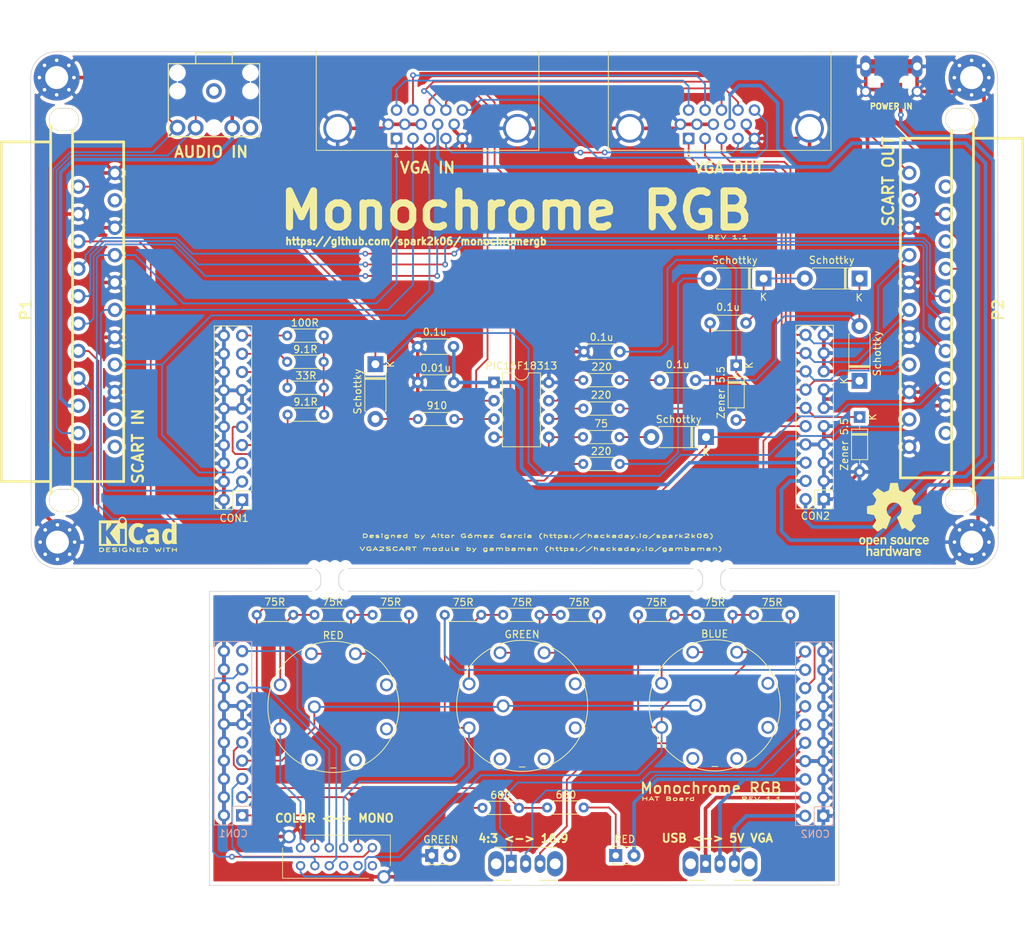
<source format=kicad_pcb>
(kicad_pcb (version 20171130) (host pcbnew "(5.1.4)-1")
  (layers (0 F.Cu signal) (31 B.Cu signal) (34 B.Paste user) (35 F.Paste user) (36 B.SilkS user) (37 F.SilkS user) (38 B.Mask user) (39 F.Mask user) (44 Edge.Cuts user))
  (net 0 "")
  (net 1 /GND)
  (net 2 "Net-(C3-Pad2)")
  (net 3 "Net-(C3-Pad1)")
  (net 4 "Net-(C4-Pad2)")
  (net 5 "Net-(C4-Pad1)")
  (net 6 /4_3)
  (net 7 "Net-(DS1-Pad2)")
  (net 8 /16_9)
  (net 9 /ID3)
  (net 10 /VSYNC)
  (net 11 /HSYNC)
  (net 12 /ID1)
  (net 13 /ID0)
  (net 14 /VGA_5V)
  (net 15 /ID2)
  (net 16 /B_IN)
  (net 17 /G_IN)
  (net 18 /R_IN)
  (net 19 /B_OUT)
  (net 20 /G_OUT)
  (net 21 /R_OUT)
  (net 22 /AUDIO_GND)
  (net 23 /AUDIO_R)
  (net 24 /AUDIO_L)
  (net 25 /B_L)
  (net 26 /G_L)
  (net 27 /R_L)
  (net 28 /LUMA)
  (net 29 /USB_5V)
  (net 30 /5V)
  (net 31 /ASPECT)
  (net 32 /CSYNC)
  (net 33 /SCART_16)
  (net 34 /SCART_14)
  (net 35 /SCART_12)
  (net 36 /SCART_10)
  (net 37 "Net-(PIC1-Pad7)")
  (net 38 "Net-(PIC1-Pad3)")
  (net 39 "Net-(PIC1-Pad6)")
  (net 40 "Net-(R4-Pad2)")
  (net 41 "Net-(R5-Pad2)")
  (net 42 "Net-(R6-Pad2)")
  (net 43 "Net-(R10-Pad1)")
  (net 44 "Net-(R11-Pad1)")
  (net 45 "Net-(R12-Pad1)")
  (net 46 "Net-(R10-Pad2)")
  (net 47 "Net-(R11-Pad2)")
  (net 48 "Net-(R12-Pad2)")
  (net 49 "Net-(LED1-Pad2)")
  (net 50 "Net-(LED2-Pad1)")
  (net 51 /RA2)
  (net 52 "Net-(DS4-Pad2)")
  (net 53 "Net-(DS5-Pad2)")
  (net 54 "Net-(R1-Pad1)")
  (net 55 "Net-(P1-Pad19)")
  (net 56 "Net-(P1-Pad3)")
  (net 57 "Net-(P1-Pad1)")
  (net 58 "Net-(P2-Pad20)")
  (net 59 "Net-(P2-Pad6)")
  (net 60 "Net-(P2-Pad2)")
  (net 61 "Net-(S1-Pad10)")
  (net 62 "Net-(S1-Pad11)")
  (net 63 "Net-(S1-Pad12)")
  (net 64 "Net-(SW1-Pad1)")
  (net 65 "Net-(SW2-Pad1)")
  (net 66 "Net-(SW3-Pad1)")
  (net 67 "Net-(USB1-Pad3)")
  (net 68 "Net-(USB1-Pad2)")
  (net 69 "Net-(USB1-Pad4)")
  (module extra_components:MICRO_USB_4_LEGS (layer F.Cu) (at 199.8599 32.0421 270)
    (fp_text reference USB1 hide)
    (fp_text value "POWER IN" (at 5.0038 3.0988 180) (layer F.SilkS) (effects (font (size 0.8 0.8) (thickness 0.2)) (justify left top)))
    (pad 3 smd rect (at 3.125 0) (size 0.4 1.85) (layers F.Cu F.Paste F.Mask) (net 67 "Net-(USB1-Pad3)"))
    (pad 2 smd rect (at 3.125 -0.65) (size 0.4 1.85) (layers F.Cu F.Paste F.Mask) (net 68 "Net-(USB1-Pad2)"))
    (pad 5 smd rect (at 3.125 1.3) (size 0.4 1.85) (layers F.Cu F.Paste F.Mask) (net 1 /GND))
    (pad 4 smd rect (at 3.125 0.65) (size 0.4 1.85) (layers F.Cu F.Paste F.Mask) (net 69 "Net-(USB1-Pad4)"))
    (pad 5 thru_hole oval (at -0.1 -3.575 270) (size 3 1.5) (drill 1.1) (layers *.Cu *.Mask) (net 1 /GND))
    (pad 5 thru_hole oval (at -0.1 3.575 270) (size 3 1.5) (drill 1.1) (layers *.Cu *.Mask) (net 1 /GND))
    (pad 5 thru_hole circle (at 3.4 -3.575 90) (size 1.5 1.5) (drill 1) (layers *.Cu *.Mask) (net 1 /GND))
    (pad 5 smd rect (at -0.1 0) (size 6 2) (layers F.Cu F.Paste F.Mask) (net 1 /GND))
    (pad 5 thru_hole circle (at 3.4 3.575 90) (size 1.5 1.5) (drill 1) (layers *.Cu *.Mask) (net 1 /GND))
    (pad 1 smd rect (at 3.125 -1.3) (size 0.4 1.85) (layers F.Cu F.Paste F.Mask) (net 29 /USB_5V))
    (pad "" np_thru_hole circle (at 2.1 -2 270) (size 0.8 0.8) (drill 0.8) (layers *.Cu))
    (pad "" np_thru_hole circle (at 2.1 2 270) (size 0.8 0.8) (drill 0.8) (layers *.Cu))
  )
  (module extra_components:Rotary_Switch_1P5 (layer F.Cu) (at 175.28794 120.84304)
    (fp_text reference SW3 hide)
    (fp_text value BLUE (at -0.0127 -9.9441) (layer F.SilkS))
    (pad 1 thru_hole oval (at -3.061467 7.391036) (size 1.8 1.8) (drill 1.2) (layers *.Cu *.Mask) (net 66 "Net-(SW3-Pad1)"))
    (pad 2 thru_hole oval (at -7.391036 3.061467) (size 1.8 1.8) (drill 1.2) (layers *.Cu *.Mask) (net 19 /B_OUT))
    (pad 3 thru_hole oval (at -7.391036 -3.061467) (size 1.8 1.8) (drill 1.2) (layers *.Cu *.Mask) (net 42 "Net-(R6-Pad2)"))
    (pad 4 thru_hole oval (at -3.061467 -7.391036) (size 1.8 1.8) (drill 1.2) (layers *.Cu *.Mask) (net 45 "Net-(R12-Pad1)"))
    (pad 5 thru_hole oval (at 3.061467 -7.391036) (size 1.8 1.8) (drill 1.2) (layers *.Cu *.Mask) (net 48 "Net-(R12-Pad2)"))
    (pad "" thru_hole oval (at 7.391036 -3.061467) (size 1.8 1.8) (drill 1.2) (layers *.Cu *.Mask))
    (pad "" thru_hole oval (at 7.391036 3.061467) (size 1.8 1.8) (drill 1.2) (layers *.Cu *.Mask))
    (pad "" thru_hole oval (at 3.061467 7.391036) (size 1.8 1.8) (drill 1.2) (layers *.Cu *.Mask))
    (pad 6 thru_hole oval (at -2.65 0) (size 1.8 1.8) (drill 1.2) (layers *.Cu *.Mask) (net 28 /LUMA))
  )
  (module extra_components:Rotary_Switch_1P5 (layer F.Cu) (at 148.49094 120.91924)
    (fp_text reference SW2 hide)
    (fp_text value GREEN (at -0.0127 -9.9441) (layer F.SilkS))
    (pad 1 thru_hole oval (at -3.061467 7.391036) (size 1.8 1.8) (drill 1.2) (layers *.Cu *.Mask) (net 65 "Net-(SW2-Pad1)"))
    (pad 2 thru_hole oval (at -7.391036 3.061467) (size 1.8 1.8) (drill 1.2) (layers *.Cu *.Mask) (net 20 /G_OUT))
    (pad 3 thru_hole oval (at -7.391036 -3.061467) (size 1.8 1.8) (drill 1.2) (layers *.Cu *.Mask) (net 41 "Net-(R5-Pad2)"))
    (pad 4 thru_hole oval (at -3.061467 -7.391036) (size 1.8 1.8) (drill 1.2) (layers *.Cu *.Mask) (net 44 "Net-(R11-Pad1)"))
    (pad 5 thru_hole oval (at 3.061467 -7.391036) (size 1.8 1.8) (drill 1.2) (layers *.Cu *.Mask) (net 47 "Net-(R11-Pad2)"))
    (pad "" thru_hole oval (at 7.391036 -3.061467) (size 1.8 1.8) (drill 1.2) (layers *.Cu *.Mask))
    (pad "" thru_hole oval (at 7.391036 3.061467) (size 1.8 1.8) (drill 1.2) (layers *.Cu *.Mask))
    (pad "" thru_hole oval (at 3.061467 7.391036) (size 1.8 1.8) (drill 1.2) (layers *.Cu *.Mask))
    (pad 6 thru_hole oval (at -2.65 0) (size 1.8 1.8) (drill 1.2) (layers *.Cu *.Mask) (net 28 /LUMA))
  )
  (module extra_components:Rotary_Switch_1P5 (layer F.Cu) (at 122.22734 121.05894)
    (fp_text reference SW1 hide)
    (fp_text value RED (at -0.0127 -9.9441) (layer F.SilkS))
    (pad 1 thru_hole oval (at -3.061467 7.391036) (size 1.8 1.8) (drill 1.2) (layers *.Cu *.Mask) (net 64 "Net-(SW1-Pad1)"))
    (pad 2 thru_hole oval (at -7.391036 3.061467) (size 1.8 1.8) (drill 1.2) (layers *.Cu *.Mask) (net 21 /R_OUT))
    (pad 3 thru_hole oval (at -7.391036 -3.061467) (size 1.8 1.8) (drill 1.2) (layers *.Cu *.Mask) (net 40 "Net-(R4-Pad2)"))
    (pad 4 thru_hole oval (at -3.061467 -7.391036) (size 1.8 1.8) (drill 1.2) (layers *.Cu *.Mask) (net 43 "Net-(R10-Pad1)"))
    (pad 5 thru_hole oval (at 3.061467 -7.391036) (size 1.8 1.8) (drill 1.2) (layers *.Cu *.Mask) (net 46 "Net-(R10-Pad2)"))
    (pad "" thru_hole oval (at 7.391036 -3.061467) (size 1.8 1.8) (drill 1.2) (layers *.Cu *.Mask))
    (pad "" thru_hole oval (at 7.391036 3.061467) (size 1.8 1.8) (drill 1.2) (layers *.Cu *.Mask))
    (pad "" thru_hole oval (at 3.061467 7.391036) (size 1.8 1.8) (drill 1.2) (layers *.Cu *.Mask))
    (pad 6 thru_hole oval (at -2.65 0) (size 1.8 1.8) (drill 1.2) (layers *.Cu *.Mask) (net 28 /LUMA))
  )
  (module extra_components:EG4208A (layer F.Cu) (at 117.65534 140.65504)
    (fp_text reference S1 hide)
    (fp_text value "COLOR <-> MONO" (at 4.7117 -4.1148) (layer F.SilkS) (effects (font (size 1.14 1.14) (thickness 0.254))))
    (pad 1 thru_hole circle (at 0 0) (size 1.3 1.3) (drill 0.8) (layers *.Cu *.Mask) (net 21 /R_OUT))
    (pad 2 thru_hole circle (at 2 0) (size 1.3 1.3) (drill 0.8) (layers *.Cu *.Mask) (net 18 /R_IN))
    (pad 3 thru_hole circle (at 4 0) (size 1.3 1.3) (drill 0.8) (layers *.Cu *.Mask) (net 27 /R_L))
    (pad 4 thru_hole circle (at 6 0) (size 1.3 1.3) (drill 0.8) (layers *.Cu *.Mask) (net 20 /G_OUT))
    (pad 5 thru_hole circle (at 8 0) (size 1.3 1.3) (drill 0.8) (layers *.Cu *.Mask) (net 17 /G_IN))
    (pad 6 thru_hole circle (at 10 0) (size 1.3 1.3) (drill 0.8) (layers *.Cu *.Mask) (net 26 /G_L))
    (pad 7 thru_hole circle (at 0 2.5) (size 1.3 1.3) (drill 0.8) (layers *.Cu *.Mask) (net 19 /B_OUT))
    (pad 8 thru_hole circle (at 2 2.5) (size 1.3 1.3) (drill 0.8) (layers *.Cu *.Mask) (net 16 /B_IN))
    (pad 9 thru_hole circle (at 4 2.5) (size 1.3 1.3) (drill 0.8) (layers *.Cu *.Mask) (net 25 /B_L))
    (pad 10 thru_hole circle (at 6 2.5) (size 1.3 1.3) (drill 0.8) (layers *.Cu *.Mask) (net 61 "Net-(S1-Pad10)"))
    (pad 11 thru_hole circle (at 8 2.5) (size 1.3 1.3) (drill 0.8) (layers *.Cu *.Mask) (net 62 "Net-(S1-Pad11)"))
    (pad 12 thru_hole circle (at 10 2.5) (size 1.3 1.3) (drill 0.8) (layers *.Cu *.Mask) (net 63 "Net-(S1-Pad12)"))
    (pad MH1 thru_hole circle (at -1.6 -1.55) (size 1.875 1.875) (drill 1.25) (layers *.Cu *.Mask) (net 1 /GND))
    (pad MH2 thru_hole circle (at 11.6 4.05) (size 1.875 1.875) (drill 1.25) (layers *.Cu *.Mask) (net 1 /GND))
  )
  (module extra_components:SCART (layer F.Cu) (at 209.6262 65.8241 90)
    (fp_text reference P2 (at 0 5.10032 -90) (layer F.SilkS) (effects (font (size 1.524 1.524) (thickness 0.3048))))
    (fp_text value "SCART OUT" (at 17.87906 -10.20064 90) (layer F.SilkS) (effects (font (size 1.524 1.524) (thickness 0.3048))))
    (pad "" np_thru_hole oval (at -26.49982 -0.20066 90) (size 3.1 4.1) (drill oval 3 4) (layers *.Cu *.Mask F.SilkS))
    (pad "" np_thru_hole oval (at 26.49982 -0.20066 90) (size 3.1 4.1) (drill oval 3 4) (layers *.Cu *.Mask F.SilkS))
    (pad 21 thru_hole circle (at -19.05 -7.27964 90) (size 1.99898 1.99898) (drill 1.19888) (layers *.Cu *.Mask) (net 1 /GND))
    (pad 20 thru_hole circle (at -17.145 -2.19964 90) (size 1.99898 1.99898) (drill 1.19888) (layers *.Cu *.Mask) (net 58 "Net-(P2-Pad20)"))
    (pad 19 thru_hole circle (at -15.24 -7.27964 90) (size 1.99898 1.99898) (drill 1.19888) (layers *.Cu *.Mask) (net 32 /CSYNC))
    (pad 18 thru_hole circle (at -13.335 -2.19964 90) (size 1.99898 1.99898) (drill 1.19888) (layers *.Cu *.Mask) (net 1 /GND))
    (pad 17 thru_hole circle (at -11.43 -7.27964 90) (size 1.99898 1.99898) (drill 1.19888) (layers *.Cu *.Mask) (net 1 /GND))
    (pad 16 thru_hole circle (at -9.525 -2.19964 90) (size 1.99898 1.99898) (drill 1.19888) (layers *.Cu *.Mask) (net 33 /SCART_16))
    (pad 15 thru_hole circle (at -7.62 -7.27964 90) (size 1.99898 1.99898) (drill 1.19888) (layers *.Cu *.Mask) (net 21 /R_OUT))
    (pad 14 thru_hole circle (at -5.715 -2.19964 90) (size 1.99898 1.99898) (drill 1.19888) (layers *.Cu *.Mask) (net 34 /SCART_14))
    (pad 13 thru_hole circle (at -3.81 -7.27964 90) (size 1.99898 1.99898) (drill 1.19888) (layers *.Cu *.Mask) (net 1 /GND))
    (pad 12 thru_hole circle (at -1.905 -2.19964 90) (size 1.99898 1.99898) (drill 1.19888) (layers *.Cu *.Mask) (net 35 /SCART_12))
    (pad 11 thru_hole circle (at 0 -7.27964 90) (size 1.99898 1.99898) (drill 1.19888) (layers *.Cu *.Mask) (net 20 /G_OUT))
    (pad 10 thru_hole circle (at 1.905 -2.19964 90) (size 1.99898 1.99898) (drill 1.19888) (layers *.Cu *.Mask) (net 36 /SCART_10))
    (pad 9 thru_hole circle (at 3.81 -7.27964 90) (size 1.99898 1.99898) (drill 1.19888) (layers *.Cu *.Mask) (net 1 /GND))
    (pad 8 thru_hole circle (at 5.715 -2.19964 90) (size 1.99898 1.99898) (drill 1.19888) (layers *.Cu *.Mask) (net 31 /ASPECT))
    (pad 7 thru_hole circle (at 7.62 -7.27964 90) (size 1.99898 1.99898) (drill 1.19888) (layers *.Cu *.Mask) (net 19 /B_OUT))
    (pad 6 thru_hole circle (at 9.525 -2.19964 90) (size 1.99898 1.99898) (drill 1.19888) (layers *.Cu *.Mask) (net 59 "Net-(P2-Pad6)"))
    (pad 5 thru_hole circle (at 11.43 -7.27964 90) (size 1.99898 1.99898) (drill 1.19888) (layers *.Cu *.Mask) (net 1 /GND))
    (pad 4 thru_hole circle (at 13.335 -2.19964 90) (size 1.99898 1.99898) (drill 1.19888) (layers *.Cu *.Mask) (net 22 /AUDIO_GND))
    (pad 3 thru_hole circle (at 15.24 -7.27964 90) (size 1.99898 1.99898) (drill 1.19888) (layers *.Cu *.Mask) (net 24 /AUDIO_L))
    (pad 2 thru_hole circle (at 17.145 -2.19964 90) (size 1.99898 1.99898) (drill 1.19888) (layers *.Cu *.Mask) (net 60 "Net-(P2-Pad2)"))
    (pad 1 thru_hole circle (at 19.05 -7.27964 90) (size 1.99898 1.99898) (drill 1.19888) (layers *.Cu *.Mask) (net 23 /AUDIO_R))
  )
  (module extra_components:SCART (layer F.Cu) (at 84.5439 65.8241 270)
    (fp_text reference P1 (at 0 5.10032 270) (layer F.SilkS) (effects (font (size 1.524 1.524) (thickness 0.3048))))
    (fp_text value "SCART IN" (at 18.9865 -10.4902 270) (layer F.SilkS) (effects (font (size 1.524 1.524) (thickness 0.3048))))
    (pad "" np_thru_hole oval (at -26.49982 -0.20066 270) (size 3.1 4.1) (drill oval 3 4) (layers *.Cu *.Mask F.SilkS))
    (pad "" np_thru_hole oval (at 26.49982 -0.20066 270) (size 3.1 4.1) (drill oval 3 4) (layers *.Cu *.Mask F.SilkS))
    (pad 21 thru_hole circle (at -19.05 -7.27964 270) (size 1.99898 1.99898) (drill 1.19888) (layers *.Cu *.Mask) (net 1 /GND))
    (pad 20 thru_hole circle (at -17.145 -2.19964 270) (size 1.99898 1.99898) (drill 1.19888) (layers *.Cu *.Mask) (net 32 /CSYNC))
    (pad 19 thru_hole circle (at -15.24 -7.27964 270) (size 1.99898 1.99898) (drill 1.19888) (layers *.Cu *.Mask) (net 55 "Net-(P1-Pad19)"))
    (pad 18 thru_hole circle (at -13.335 -2.19964 270) (size 1.99898 1.99898) (drill 1.19888) (layers *.Cu *.Mask) (net 1 /GND))
    (pad 17 thru_hole circle (at -11.43 -7.27964 270) (size 1.99898 1.99898) (drill 1.19888) (layers *.Cu *.Mask) (net 1 /GND))
    (pad 16 thru_hole circle (at -9.525 -2.19964 270) (size 1.99898 1.99898) (drill 1.19888) (layers *.Cu *.Mask) (net 33 /SCART_16))
    (pad 15 thru_hole circle (at -7.62 -7.27964 270) (size 1.99898 1.99898) (drill 1.19888) (layers *.Cu *.Mask) (net 18 /R_IN))
    (pad 14 thru_hole circle (at -5.715 -2.19964 270) (size 1.99898 1.99898) (drill 1.19888) (layers *.Cu *.Mask) (net 34 /SCART_14))
    (pad 13 thru_hole circle (at -3.81 -7.27964 270) (size 1.99898 1.99898) (drill 1.19888) (layers *.Cu *.Mask) (net 1 /GND))
    (pad 12 thru_hole circle (at -1.905 -2.19964 270) (size 1.99898 1.99898) (drill 1.19888) (layers *.Cu *.Mask) (net 35 /SCART_12))
    (pad 11 thru_hole circle (at 0 -7.27964 270) (size 1.99898 1.99898) (drill 1.19888) (layers *.Cu *.Mask) (net 17 /G_IN))
    (pad 10 thru_hole circle (at 1.905 -2.19964 270) (size 1.99898 1.99898) (drill 1.19888) (layers *.Cu *.Mask) (net 36 /SCART_10))
    (pad 9 thru_hole circle (at 3.81 -7.27964 270) (size 1.99898 1.99898) (drill 1.19888) (layers *.Cu *.Mask) (net 1 /GND))
    (pad 8 thru_hole circle (at 5.715 -2.19964 270) (size 1.99898 1.99898) (drill 1.19888) (layers *.Cu *.Mask) (net 31 /ASPECT))
    (pad 7 thru_hole circle (at 7.62 -7.27964 270) (size 1.99898 1.99898) (drill 1.19888) (layers *.Cu *.Mask) (net 16 /B_IN))
    (pad 6 thru_hole circle (at 9.525 -2.19964 270) (size 1.99898 1.99898) (drill 1.19888) (layers *.Cu *.Mask) (net 24 /AUDIO_L))
    (pad 5 thru_hole circle (at 11.43 -7.27964 270) (size 1.99898 1.99898) (drill 1.19888) (layers *.Cu *.Mask) (net 1 /GND))
    (pad 4 thru_hole circle (at 13.335 -2.19964 270) (size 1.99898 1.99898) (drill 1.19888) (layers *.Cu *.Mask) (net 22 /AUDIO_GND))
    (pad 3 thru_hole circle (at 15.24 -7.27964 270) (size 1.99898 1.99898) (drill 1.19888) (layers *.Cu *.Mask) (net 56 "Net-(P1-Pad3)"))
    (pad 2 thru_hole circle (at 17.145 -2.19964 270) (size 1.99898 1.99898) (drill 1.19888) (layers *.Cu *.Mask) (net 23 /AUDIO_R))
    (pad 1 thru_hole circle (at 19.05 -7.27964 270) (size 1.99898 1.99898) (drill 1.19888) (layers *.Cu *.Mask) (net 57 "Net-(P1-Pad1)"))
  )
  (module extra_components:SJ1-3523N-MvK (layer F.Cu) (at 103.0732 35.3822 270)
    (fp_text reference J3 hide)
    (fp_text value "AUDIO IN" (at 8.4709 -2.1463 180) (layer F.SilkS) (effects (font (size 1.524 1.524) (thickness 0.3048))))
    (pad 4 thru_hole circle (at 5.08 -7.62 270) (size 2.1844 2.1844) (drill 1.2954) (layers *.Cu *.Mask))
    (pad 3 thru_hole circle (at 5.08 -5.08 270) (size 2.1844 2.1844) (drill 1.2954) (layers *.Cu *.Mask) (net 22 /AUDIO_GND))
    (pad "" np_thru_hole circle (at 5.08 -2.54 270) (size 1.2954 1.2954) (drill 1.2954) (layers *.Cu))
    (pad 2 thru_hole circle (at 5.08 0 270) (size 2.1844 2.1844) (drill 1.2954) (layers *.Cu *.Mask) (net 23 /AUDIO_R))
    (pad 1 thru_hole circle (at 5.08 2.54 270) (size 2.1844 2.1844) (drill 1.2954) (layers *.Cu *.Mask) (net 24 /AUDIO_L))
    (pad 5 thru_hole circle (at 0 -2.54 270) (size 2.1844 2.1844) (drill 1.2954) (layers *.Cu *.Mask))
    (pad "" np_thru_hole circle (at 0 -7.62 270) (size 1.2954 1.2954) (drill 1.2954) (layers *.Cu))
    (pad "" np_thru_hole circle (at -2.54 -7.62 270) (size 1.2954 1.2954) (drill 1.2954) (layers *.Cu))
    (pad "" np_thru_hole circle (at 0 2.54 270) (size 1.2954 1.2954) (drill 1.2954) (layers *.Cu))
    (pad "" np_thru_hole circle (at -2.54 2.54 270) (size 1.2954 1.2954) (drill 1.2954) (layers *.Cu))
  )
  (module w_conn_av:osh-logo (layer F.Cu) (at 200.2282 94.98584)
    (fp_text reference G*** hide)
    (fp_text value LOGO hide)
  )
  (module w_conn_av:KiCad-Logo_11mmx5mm (layer F.Cu) (at 95.0468 96.63684)
    (fp_text reference G***)
    (fp_text value "KiCad Logo" hide)
    (fp_text user "DESIGNED WITH" (at 0 2.6) (layer F.SilkS) (effects (font (size 0.5 0.97) (thickness 0.125))))
  )
  (module Button_Switch_THT:SW_CuK_OS102011MA1QN1_SPDT_Angled (layer F.Cu) (at 174.01794 142.89024)
    (fp_text reference SW5 hide)
    (fp_text value "USB <-> 5V VGA" (at 1.6256 -3.5687) (layer F.SilkS) (effects (font (size 1.14 1.14) (thickness 0.254))))
    (pad "" thru_hole oval (at 6.1 0) (size 2.2 3.5) (drill 1.5) (layers *.Cu *.Mask))
    (pad "" thru_hole oval (at -2.1 0) (size 2.2 3.5) (drill 1.5) (layers *.Cu *.Mask))
    (pad 3 thru_hole oval (at 4 0) (size 1.5 2.5) (drill 0.9) (layers *.Cu *.Mask) (net 14 /VGA_5V))
    (pad 2 thru_hole oval (at 2 0) (size 1.5 2.5) (drill 0.9) (layers *.Cu *.Mask) (net 30 /5V))
    (pad 1 thru_hole rect (at 0 0) (size 1.5 2.5) (drill 0.9) (layers *.Cu *.Mask) (net 29 /USB_5V))
  )
  (module Button_Switch_THT:SW_CuK_OS102011MA1QN1_SPDT_Angled (layer F.Cu) (at 146.97964 142.89024)
    (fp_text reference SW4 hide)
    (fp_text value "4:3 <-> 16:9" (at 1.6764 -3.5306) (layer F.SilkS) (effects (font (size 1.14 1.14) (thickness 0.254))))
    (pad "" thru_hole oval (at 6.1 0) (size 2.2 3.5) (drill 1.5) (layers *.Cu *.Mask))
    (pad "" thru_hole oval (at -2.1 0) (size 2.2 3.5) (drill 1.5) (layers *.Cu *.Mask))
    (pad 3 thru_hole oval (at 4 0) (size 1.5 2.5) (drill 0.9) (layers *.Cu *.Mask) (net 6 /4_3))
    (pad 2 thru_hole oval (at 2 0) (size 1.5 2.5) (drill 0.9) (layers *.Cu *.Mask) (net 31 /ASPECT))
    (pad 1 thru_hole rect (at 0 0) (size 1.5 2.5) (drill 0.9) (layers *.Cu *.Mask) (net 8 /16_9))
  )
  (module Resistor_THT:R_Axial_DIN0204_L3.6mm_D1.6mm_P5.08mm_Horizontal (layer F.Cu) (at 115.8621 80.4037)
    (fp_text reference R13 hide)
    (fp_text value 9.1R (at 2.5019 -1.778) (layer F.SilkS))
    (pad 2 thru_hole oval (at 5.08 0) (size 1.4 1.4) (drill 0.7) (layers *.Cu *.Mask) (net 54 "Net-(R1-Pad1)"))
    (pad 1 thru_hole circle (at 0 0) (size 1.4 1.4) (drill 0.7) (layers *.Cu *.Mask) (net 28 /LUMA))
  )
  (module Diode_THT:D_DO-41_SOD81_P7.62mm_Horizontal (layer F.Cu) (at 174.07636 83.52028 180)
    (fp_text reference DS5 hide)
    (fp_text value Schottky (at 3.81 2.47) (layer F.SilkS))
    (fp_text user K (at 0 -2.1) (layer F.SilkS))
    (pad 2 thru_hole oval (at 7.62 0 180) (size 2.2 2.2) (drill 1.1) (layers *.Cu *.Mask) (net 53 "Net-(DS5-Pad2)"))
    (pad 1 thru_hole rect (at 0 0 180) (size 2.2 2.2) (drill 1.1) (layers *.Cu *.Mask) (net 33 /SCART_16))
  )
  (module Diode_THT:D_DO-41_SOD81_P7.62mm_Horizontal (layer F.Cu) (at 128.07188 73.3806 270)
    (fp_text reference DS4 hide)
    (fp_text value Schottky (at 3.81 2.47 90) (layer F.SilkS))
    (fp_text user K (at 0 -2.1 90) (layer F.SilkS))
    (pad 2 thru_hole oval (at 7.62 0 270) (size 2.2 2.2) (drill 1.1) (layers *.Cu *.Mask) (net 52 "Net-(DS4-Pad2)"))
    (pad 1 thru_hole rect (at 0 0 270) (size 2.2 2.2) (drill 1.1) (layers *.Cu *.Mask) (net 32 /CSYNC))
  )
  (module Capacitor_THT:C_Disc_D4.3mm_W1.9mm_P5.00mm (layer F.Cu) (at 162.08756 71.63816 180)
    (fp_text reference C5 hide)
    (fp_text value 0.1u (at 2.54508 2.01168) (layer F.SilkS))
    (pad 2 thru_hole circle (at 5 0 180) (size 1.6 1.6) (drill 0.8) (layers *.Cu *.Mask) (net 1 /GND))
    (pad 1 thru_hole circle (at 0 0 180) (size 1.6 1.6) (drill 0.8) (layers *.Cu *.Mask) (net 6 /4_3))
  )
  (module Capacitor_THT:C_Disc_D4.3mm_W1.9mm_P5.00mm (layer F.Cu) (at 172.62348 75.62596 180)
    (fp_text reference C4 hide)
    (fp_text value 0.1u (at 2.5 2.2) (layer F.SilkS))
    (pad 2 thru_hole circle (at 5 0 180) (size 1.6 1.6) (drill 0.8) (layers *.Cu *.Mask) (net 4 "Net-(C4-Pad2)"))
    (pad 1 thru_hole circle (at 0 0 180) (size 1.6 1.6) (drill 0.8) (layers *.Cu *.Mask) (net 5 "Net-(C4-Pad1)"))
  )
  (module Capacitor_THT:C_Disc_D4.3mm_W1.9mm_P5.00mm (layer F.Cu) (at 179.63896 67.64528 180)
    (fp_text reference C3 hide)
    (fp_text value 0.1u (at 2.5 2.2) (layer F.SilkS))
    (pad 2 thru_hole circle (at 5 0 180) (size 1.6 1.6) (drill 0.8) (layers *.Cu *.Mask) (net 2 "Net-(C3-Pad2)"))
    (pad 1 thru_hole circle (at 0 0 180) (size 1.6 1.6) (drill 0.8) (layers *.Cu *.Mask) (net 3 "Net-(C3-Pad1)"))
  )
  (module Capacitor_THT:C_Disc_D4.3mm_W1.9mm_P5.00mm (layer F.Cu) (at 133.97992 75.92568)
    (fp_text reference C2 hide)
    (fp_text value 0.01u (at 2.49428 -2.02184) (layer F.SilkS))
    (pad 2 thru_hole circle (at 5 0) (size 1.6 1.6) (drill 0.8) (layers *.Cu *.Mask) (net 30 /5V))
    (pad 1 thru_hole circle (at 0 0) (size 1.6 1.6) (drill 0.8) (layers *.Cu *.Mask) (net 1 /GND))
  )
  (module Capacitor_THT:C_Disc_D4.3mm_W1.9mm_P5.00mm (layer F.Cu) (at 133.94436 70.9422)
    (fp_text reference C1 hide)
    (fp_text value 0.1u (at 2.37236 -2.04724) (layer F.SilkS))
    (pad 2 thru_hole circle (at 5 0) (size 1.6 1.6) (drill 0.8) (layers *.Cu *.Mask) (net 30 /5V))
    (pad 1 thru_hole circle (at 0 0) (size 1.6 1.6) (drill 0.8) (layers *.Cu *.Mask) (net 1 /GND))
  )
  (module LED_THT:LED_D1.8mm_W3.3mm_H2.4mm (layer F.Cu) (at 161.50844 141.73454)
    (fp_text reference LED2 hide)
    (fp_text value RED (at 1.2573 -2.2606) (layer F.SilkS))
    (pad 1 thru_hole rect (at 0 0) (size 1.8 1.8) (drill 0.9) (layers *.Cu *.Mask) (net 50 "Net-(LED2-Pad1)"))
    (pad 2 thru_hole circle (at 2.54 0) (size 1.8 1.8) (drill 0.9) (layers *.Cu *.Mask) (net 30 /5V))
  )
  (module LED_THT:LED_D1.8mm_W3.3mm_H2.4mm (layer F.Cu) (at 135.90524 141.73454)
    (fp_text reference LED1 hide)
    (fp_text value GREEN (at 1.27 -2.2098) (layer F.SilkS))
    (pad 1 thru_hole rect (at 0 0) (size 1.8 1.8) (drill 0.9) (layers *.Cu *.Mask) (net 1 /GND))
    (pad 2 thru_hole circle (at 2.54 0) (size 1.8 1.8) (drill 0.9) (layers *.Cu *.Mask) (net 49 "Net-(LED1-Pad2)"))
  )
  (module Connector_PinSocket_2.54mm:PinSocket_2x10_P2.54mm_Vertical (layer B.Cu) (at 109.54004 136.15924)
    (fp_text reference J5 hide)
    (fp_text value CON1 (at -1.2446 2.5273) (layer B.SilkS) (effects (justify mirror)))
    (pad 20 thru_hole oval (at -2.54 -22.86) (size 1.7 1.7) (drill 1) (layers *.Cu *.Mask) (net 1 /GND))
    (pad 19 thru_hole oval (at 0 -22.86) (size 1.7 1.7) (drill 1) (layers *.Cu *.Mask) (net 25 /B_L))
    (pad 18 thru_hole oval (at -2.54 -20.32) (size 1.7 1.7) (drill 1) (layers *.Cu *.Mask) (net 1 /GND))
    (pad 17 thru_hole oval (at 0 -20.32) (size 1.7 1.7) (drill 1) (layers *.Cu *.Mask) (net 26 /G_L))
    (pad 16 thru_hole oval (at -2.54 -17.78) (size 1.7 1.7) (drill 1) (layers *.Cu *.Mask) (net 1 /GND))
    (pad 15 thru_hole oval (at 0 -17.78) (size 1.7 1.7) (drill 1) (layers *.Cu *.Mask) (net 27 /R_L))
    (pad 14 thru_hole oval (at -2.54 -15.24) (size 1.7 1.7) (drill 1) (layers *.Cu *.Mask) (net 1 /GND))
    (pad 13 thru_hole oval (at 0 -15.24) (size 1.7 1.7) (drill 1) (layers *.Cu *.Mask) (net 1 /GND))
    (pad 12 thru_hole oval (at -2.54 -12.7) (size 1.7 1.7) (drill 1) (layers *.Cu *.Mask) (net 1 /GND))
    (pad 11 thru_hole oval (at 0 -12.7) (size 1.7 1.7) (drill 1) (layers *.Cu *.Mask) (net 1 /GND))
    (pad 10 thru_hole oval (at -2.54 -10.16) (size 1.7 1.7) (drill 1) (layers *.Cu *.Mask) (net 1 /GND))
    (pad 9 thru_hole oval (at 0 -10.16) (size 1.7 1.7) (drill 1) (layers *.Cu *.Mask) (net 51 /RA2))
    (pad 8 thru_hole oval (at -2.54 -7.62) (size 1.7 1.7) (drill 1) (layers *.Cu *.Mask) (net 1 /GND))
    (pad 7 thru_hole oval (at 0 -7.62) (size 1.7 1.7) (drill 1) (layers *.Cu *.Mask) (net 28 /LUMA))
    (pad 6 thru_hole oval (at -2.54 -5.08) (size 1.7 1.7) (drill 1) (layers *.Cu *.Mask) (net 1 /GND))
    (pad 5 thru_hole oval (at 0 -5.08) (size 1.7 1.7) (drill 1) (layers *.Cu *.Mask) (net 16 /B_IN))
    (pad 4 thru_hole oval (at -2.54 -2.54) (size 1.7 1.7) (drill 1) (layers *.Cu *.Mask) (net 1 /GND))
    (pad 3 thru_hole oval (at 0 -2.54) (size 1.7 1.7) (drill 1) (layers *.Cu *.Mask) (net 17 /G_IN))
    (pad 2 thru_hole oval (at -2.54 0) (size 1.7 1.7) (drill 1) (layers *.Cu *.Mask) (net 1 /GND))
    (pad 1 thru_hole rect (at 0 0) (size 1.7 1.7) (drill 1) (layers *.Cu *.Mask) (net 18 /R_IN))
  )
  (module Connector_PinHeader_2.54mm:PinHeader_2x10_P2.54mm_Vertical (layer F.Cu) (at 190.4619 92.1639 180)
    (fp_text reference J6 hide)
    (fp_text value CON2 (at 1.1684 -2.3368) (layer F.SilkS))
    (pad 20 thru_hole oval (at 2.54 22.86 180) (size 1.7 1.7) (drill 1) (layers *.Cu *.Mask) (net 19 /B_OUT))
    (pad 19 thru_hole oval (at 0 22.86 180) (size 1.7 1.7) (drill 1) (layers *.Cu *.Mask) (net 1 /GND))
    (pad 18 thru_hole oval (at 2.54 20.32 180) (size 1.7 1.7) (drill 1) (layers *.Cu *.Mask) (net 20 /G_OUT))
    (pad 17 thru_hole oval (at 0 20.32 180) (size 1.7 1.7) (drill 1) (layers *.Cu *.Mask) (net 1 /GND))
    (pad 16 thru_hole oval (at 2.54 17.78 180) (size 1.7 1.7) (drill 1) (layers *.Cu *.Mask) (net 21 /R_OUT))
    (pad 15 thru_hole oval (at 0 17.78 180) (size 1.7 1.7) (drill 1) (layers *.Cu *.Mask) (net 1 /GND))
    (pad 14 thru_hole oval (at 2.54 15.24 180) (size 1.7 1.7) (drill 1) (layers *.Cu *.Mask) (net 6 /4_3))
    (pad 13 thru_hole oval (at 0 15.24 180) (size 1.7 1.7) (drill 1) (layers *.Cu *.Mask) (net 1 /GND))
    (pad 12 thru_hole oval (at 2.54 12.7 180) (size 1.7 1.7) (drill 1) (layers *.Cu *.Mask) (net 8 /16_9))
    (pad 11 thru_hole oval (at 0 12.7 180) (size 1.7 1.7) (drill 1) (layers *.Cu *.Mask) (net 1 /GND))
    (pad 10 thru_hole oval (at 2.54 10.16 180) (size 1.7 1.7) (drill 1) (layers *.Cu *.Mask) (net 31 /ASPECT))
    (pad 9 thru_hole oval (at 0 10.16 180) (size 1.7 1.7) (drill 1) (layers *.Cu *.Mask) (net 1 /GND))
    (pad 8 thru_hole oval (at 2.54 7.62 180) (size 1.7 1.7) (drill 1) (layers *.Cu *.Mask) (net 1 /GND))
    (pad 7 thru_hole oval (at 0 7.62 180) (size 1.7 1.7) (drill 1) (layers *.Cu *.Mask) (net 1 /GND))
    (pad 6 thru_hole oval (at 2.54 5.08 180) (size 1.7 1.7) (drill 1) (layers *.Cu *.Mask) (net 30 /5V))
    (pad 5 thru_hole oval (at 0 5.08 180) (size 1.7 1.7) (drill 1) (layers *.Cu *.Mask) (net 1 /GND))
    (pad 4 thru_hole oval (at 2.54 2.54 180) (size 1.7 1.7) (drill 1) (layers *.Cu *.Mask) (net 29 /USB_5V))
    (pad 3 thru_hole oval (at 0 2.54 180) (size 1.7 1.7) (drill 1) (layers *.Cu *.Mask) (net 1 /GND))
    (pad 2 thru_hole oval (at 2.54 0 180) (size 1.7 1.7) (drill 1) (layers *.Cu *.Mask) (net 14 /VGA_5V))
    (pad 1 thru_hole rect (at 0 0 180) (size 1.7 1.7) (drill 1) (layers *.Cu *.Mask) (net 1 /GND))
  )
  (module Connector_PinSocket_2.54mm:PinSocket_2x10_P2.54mm_Vertical (layer B.Cu) (at 190.40094 136.22274)
    (fp_text reference J7 hide)
    (fp_text value CON2 (at -1.1176 2.5273) (layer B.SilkS) (effects (justify mirror)))
    (pad 20 thru_hole oval (at -2.54 -22.86) (size 1.7 1.7) (drill 1) (layers *.Cu *.Mask) (net 19 /B_OUT))
    (pad 19 thru_hole oval (at 0 -22.86) (size 1.7 1.7) (drill 1) (layers *.Cu *.Mask) (net 1 /GND))
    (pad 18 thru_hole oval (at -2.54 -20.32) (size 1.7 1.7) (drill 1) (layers *.Cu *.Mask) (net 20 /G_OUT))
    (pad 17 thru_hole oval (at 0 -20.32) (size 1.7 1.7) (drill 1) (layers *.Cu *.Mask) (net 1 /GND))
    (pad 16 thru_hole oval (at -2.54 -17.78) (size 1.7 1.7) (drill 1) (layers *.Cu *.Mask) (net 21 /R_OUT))
    (pad 15 thru_hole oval (at 0 -17.78) (size 1.7 1.7) (drill 1) (layers *.Cu *.Mask) (net 1 /GND))
    (pad 14 thru_hole oval (at -2.54 -15.24) (size 1.7 1.7) (drill 1) (layers *.Cu *.Mask) (net 6 /4_3))
    (pad 13 thru_hole oval (at 0 -15.24) (size 1.7 1.7) (drill 1) (layers *.Cu *.Mask) (net 1 /GND))
    (pad 12 thru_hole oval (at -2.54 -12.7) (size 1.7 1.7) (drill 1) (layers *.Cu *.Mask) (net 8 /16_9))
    (pad 11 thru_hole oval (at 0 -12.7) (size 1.7 1.7) (drill 1) (layers *.Cu *.Mask) (net 1 /GND))
    (pad 10 thru_hole oval (at -2.54 -10.16) (size 1.7 1.7) (drill 1) (layers *.Cu *.Mask) (net 31 /ASPECT))
    (pad 9 thru_hole oval (at 0 -10.16) (size 1.7 1.7) (drill 1) (layers *.Cu *.Mask) (net 1 /GND))
    (pad 8 thru_hole oval (at -2.54 -7.62) (size 1.7 1.7) (drill 1) (layers *.Cu *.Mask) (net 1 /GND))
    (pad 7 thru_hole oval (at 0 -7.62) (size 1.7 1.7) (drill 1) (layers *.Cu *.Mask) (net 1 /GND))
    (pad 6 thru_hole oval (at -2.54 -5.08) (size 1.7 1.7) (drill 1) (layers *.Cu *.Mask) (net 30 /5V))
    (pad 5 thru_hole oval (at 0 -5.08) (size 1.7 1.7) (drill 1) (layers *.Cu *.Mask) (net 1 /GND))
    (pad 4 thru_hole oval (at -2.54 -2.54) (size 1.7 1.7) (drill 1) (layers *.Cu *.Mask) (net 29 /USB_5V))
    (pad 3 thru_hole oval (at 0 -2.54) (size 1.7 1.7) (drill 1) (layers *.Cu *.Mask) (net 1 /GND))
    (pad 2 thru_hole oval (at -2.54 0) (size 1.7 1.7) (drill 1) (layers *.Cu *.Mask) (net 14 /VGA_5V))
    (pad 1 thru_hole rect (at 0 0) (size 1.7 1.7) (drill 1) (layers *.Cu *.Mask) (net 1 /GND))
  )
  (module Resistor_THT:R_Axial_DIN0204_L3.6mm_D1.6mm_P5.08mm_Horizontal (layer F.Cu) (at 151.97328 135.06196)
    (fp_text reference R22 hide)
    (fp_text value 680 (at 2.61112 -1.76784) (layer F.SilkS))
    (pad 2 thru_hole oval (at 5.08 0) (size 1.4 1.4) (drill 0.7) (layers *.Cu *.Mask) (net 50 "Net-(LED2-Pad1)"))
    (pad 1 thru_hole circle (at 0 0) (size 1.4 1.4) (drill 0.7) (layers *.Cu *.Mask) (net 51 /RA2))
  )
  (module Resistor_THT:R_Axial_DIN0204_L3.6mm_D1.6mm_P5.08mm_Horizontal (layer F.Cu) (at 148.04898 135.11276 180)
    (fp_text reference R21 hide)
    (fp_text value 680 (at 2.5527 1.77292) (layer F.SilkS))
    (pad 2 thru_hole oval (at 5.08 0 180) (size 1.4 1.4) (drill 0.7) (layers *.Cu *.Mask) (net 49 "Net-(LED1-Pad2)"))
    (pad 1 thru_hole circle (at 0 0 180) (size 1.4 1.4) (drill 0.7) (layers *.Cu *.Mask) (net 51 /RA2))
  )
  (module Resistor_THT:R_Axial_DIN0204_L3.6mm_D1.6mm_P5.08mm_Horizontal (layer F.Cu) (at 156.96184 83.52028)
    (fp_text reference R20 hide)
    (fp_text value 75 (at 2.5146 -1.86944) (layer F.SilkS))
    (pad 2 thru_hole oval (at 5.08 0) (size 1.4 1.4) (drill 0.7) (layers *.Cu *.Mask) (net 53 "Net-(DS5-Pad2)"))
    (pad 1 thru_hole circle (at 0 0) (size 1.4 1.4) (drill 0.7) (layers *.Cu *.Mask) (net 51 /RA2))
  )
  (module Resistor_THT:R_Axial_DIN0204_L3.6mm_D1.6mm_P5.08mm_Horizontal (layer F.Cu) (at 156.98724 87.25916)
    (fp_text reference R19 hide)
    (fp_text value 220 (at 2.5019 -1.77038) (layer F.SilkS))
    (pad 2 thru_hole oval (at 5.08 0) (size 1.4 1.4) (drill 0.7) (layers *.Cu *.Mask) (net 7 "Net-(DS1-Pad2)"))
    (pad 1 thru_hole circle (at 0 0) (size 1.4 1.4) (drill 0.7) (layers *.Cu *.Mask) (net 51 /RA2))
  )
  (module Resistor_THT:R_Axial_DIN0204_L3.6mm_D1.6mm_P5.08mm_Horizontal (layer F.Cu) (at 156.99994 79.5528)
    (fp_text reference R18 hide)
    (fp_text value 220 (at 2.4765 -1.88976) (layer F.SilkS))
    (pad 2 thru_hole oval (at 5.08 0) (size 1.4 1.4) (drill 0.7) (layers *.Cu *.Mask) (net 2 "Net-(C3-Pad2)"))
    (pad 1 thru_hole circle (at 0 0) (size 1.4 1.4) (drill 0.7) (layers *.Cu *.Mask) (net 39 "Net-(PIC1-Pad6)"))
  )
  (module Resistor_THT:R_Axial_DIN0204_L3.6mm_D1.6mm_P5.08mm_Horizontal (layer F.Cu) (at 156.98724 75.6031)
    (fp_text reference R17 hide)
    (fp_text value 220 (at 2.57048 -1.85674) (layer F.SilkS))
    (pad 2 thru_hole oval (at 5.08 0) (size 1.4 1.4) (drill 0.7) (layers *.Cu *.Mask) (net 4 "Net-(C4-Pad2)"))
    (pad 1 thru_hole circle (at 0 0) (size 1.4 1.4) (drill 0.7) (layers *.Cu *.Mask) (net 37 "Net-(PIC1-Pad7)"))
  )
  (module Resistor_THT:R_Axial_DIN0204_L3.6mm_D1.6mm_P5.08mm_Horizontal (layer F.Cu) (at 133.97992 81.01076)
    (fp_text reference R16 hide)
    (fp_text value 910 (at 2.64668 -1.86436) (layer F.SilkS))
    (pad 2 thru_hole oval (at 5.08 0) (size 1.4 1.4) (drill 0.7) (layers *.Cu *.Mask) (net 38 "Net-(PIC1-Pad3)"))
    (pad 1 thru_hole circle (at 0 0) (size 1.4 1.4) (drill 0.7) (layers *.Cu *.Mask) (net 52 "Net-(DS4-Pad2)"))
  )
  (module Resistor_THT:R_Axial_DIN0204_L3.6mm_D1.6mm_P5.08mm_Horizontal (layer F.Cu) (at 180.73624 108.25734)
    (fp_text reference R12 hide)
    (fp_text value 75R (at 2.54 -1.7399) (layer F.SilkS))
    (pad 2 thru_hole oval (at 5.08 0) (size 1.4 1.4) (drill 0.7) (layers *.Cu *.Mask) (net 48 "Net-(R12-Pad2)"))
    (pad 1 thru_hole circle (at 0 0) (size 1.4 1.4) (drill 0.7) (layers *.Cu *.Mask) (net 45 "Net-(R12-Pad1)"))
  )
  (module Resistor_THT:R_Axial_DIN0204_L3.6mm_D1.6mm_P5.08mm_Horizontal (layer F.Cu) (at 153.85034 108.25734)
    (fp_text reference R11 hide)
    (fp_text value 75R (at 2.56794 -1.75514) (layer F.SilkS))
    (pad 2 thru_hole oval (at 5.08 0) (size 1.4 1.4) (drill 0.7) (layers *.Cu *.Mask) (net 47 "Net-(R11-Pad2)"))
    (pad 1 thru_hole circle (at 0 0) (size 1.4 1.4) (drill 0.7) (layers *.Cu *.Mask) (net 44 "Net-(R11-Pad1)"))
  )
  (module Resistor_THT:R_Axial_DIN0204_L3.6mm_D1.6mm_P5.08mm_Horizontal (layer F.Cu) (at 127.67564 108.25734)
    (fp_text reference R10 hide)
    (fp_text value 75R (at 2.5273 -1.7907) (layer F.SilkS))
    (pad 2 thru_hole oval (at 5.08 0) (size 1.4 1.4) (drill 0.7) (layers *.Cu *.Mask) (net 46 "Net-(R10-Pad2)"))
    (pad 1 thru_hole circle (at 0 0) (size 1.4 1.4) (drill 0.7) (layers *.Cu *.Mask) (net 43 "Net-(R10-Pad1)"))
  )
  (module Resistor_THT:R_Axial_DIN0204_L3.6mm_D1.6mm_P5.08mm_Horizontal (layer F.Cu) (at 172.68444 108.25734)
    (fp_text reference R9 hide)
    (fp_text value 75R (at 2.58064 -1.7399) (layer F.SilkS))
    (pad 2 thru_hole oval (at 5.08 0) (size 1.4 1.4) (drill 0.7) (layers *.Cu *.Mask) (net 45 "Net-(R12-Pad1)"))
    (pad 1 thru_hole circle (at 0 0) (size 1.4 1.4) (drill 0.7) (layers *.Cu *.Mask) (net 42 "Net-(R6-Pad2)"))
  )
  (module Resistor_THT:R_Axial_DIN0204_L3.6mm_D1.6mm_P5.08mm_Horizontal (layer F.Cu) (at 145.84934 108.25734)
    (fp_text reference R8 hide)
    (fp_text value 75R (at 2.57302 -1.75514) (layer F.SilkS))
    (pad 2 thru_hole oval (at 5.08 0) (size 1.4 1.4) (drill 0.7) (layers *.Cu *.Mask) (net 44 "Net-(R11-Pad1)"))
    (pad 1 thru_hole circle (at 0 0) (size 1.4 1.4) (drill 0.7) (layers *.Cu *.Mask) (net 41 "Net-(R5-Pad2)"))
  )
  (module Resistor_THT:R_Axial_DIN0204_L3.6mm_D1.6mm_P5.08mm_Horizontal (layer F.Cu) (at 119.59844 108.25734)
    (fp_text reference R7 hide)
    (fp_text value 75R (at 2.5273 -1.7907) (layer F.SilkS))
    (pad 2 thru_hole oval (at 5.08 0) (size 1.4 1.4) (drill 0.7) (layers *.Cu *.Mask) (net 43 "Net-(R10-Pad1)"))
    (pad 1 thru_hole circle (at 0 0) (size 1.4 1.4) (drill 0.7) (layers *.Cu *.Mask) (net 40 "Net-(R4-Pad2)"))
  )
  (module Resistor_THT:R_Axial_DIN0204_L3.6mm_D1.6mm_P5.08mm_Horizontal (layer F.Cu) (at 164.61994 108.25734)
    (fp_text reference R6 hide)
    (fp_text value 75R (at 2.5527 -1.7399) (layer F.SilkS))
    (pad 2 thru_hole oval (at 5.08 0) (size 1.4 1.4) (drill 0.7) (layers *.Cu *.Mask) (net 42 "Net-(R6-Pad2)"))
    (pad 1 thru_hole circle (at 0 0) (size 1.4 1.4) (drill 0.7) (layers *.Cu *.Mask) (net 19 /B_OUT))
  )
  (module Resistor_THT:R_Axial_DIN0204_L3.6mm_D1.6mm_P5.08mm_Horizontal (layer F.Cu) (at 137.72134 108.25734)
    (fp_text reference R5 hide)
    (fp_text value 75R (at 2.55778 -1.75514) (layer F.SilkS))
    (pad 2 thru_hole oval (at 5.08 0) (size 1.4 1.4) (drill 0.7) (layers *.Cu *.Mask) (net 41 "Net-(R5-Pad2)"))
    (pad 1 thru_hole circle (at 0 0) (size 1.4 1.4) (drill 0.7) (layers *.Cu *.Mask) (net 20 /G_OUT))
  )
  (module Resistor_THT:R_Axial_DIN0204_L3.6mm_D1.6mm_P5.08mm_Horizontal (layer F.Cu) (at 111.57204 108.25734)
    (fp_text reference R4 hide)
    (fp_text value 75R (at 2.5019 -1.7907) (layer F.SilkS))
    (pad 2 thru_hole oval (at 5.08 0) (size 1.4 1.4) (drill 0.7) (layers *.Cu *.Mask) (net 40 "Net-(R4-Pad2)"))
    (pad 1 thru_hole circle (at 0 0) (size 1.4 1.4) (drill 0.7) (layers *.Cu *.Mask) (net 21 /R_OUT))
  )
  (module Resistor_THT:R_Axial_DIN0204_L3.6mm_D1.6mm_P5.08mm_Horizontal (layer F.Cu) (at 120.88876 69.40296 180)
    (fp_text reference R3 hide)
    (fp_text value 100R (at 2.63652 1.78308) (layer F.SilkS))
    (pad 2 thru_hole oval (at 5.08 0 180) (size 1.4 1.4) (drill 0.7) (layers *.Cu *.Mask) (net 25 /B_L))
    (pad 1 thru_hole circle (at 0 0 180) (size 1.4 1.4) (drill 0.7) (layers *.Cu *.Mask) (net 54 "Net-(R1-Pad1)"))
  )
  (module Resistor_THT:R_Axial_DIN0204_L3.6mm_D1.6mm_P5.08mm_Horizontal (layer F.Cu) (at 120.8786 73.0504 180)
    (fp_text reference R2 hide)
    (fp_text value 9.1R (at 2.55016 1.73736) (layer F.SilkS))
    (pad 2 thru_hole oval (at 5.08 0 180) (size 1.4 1.4) (drill 0.7) (layers *.Cu *.Mask) (net 26 /G_L))
    (pad 1 thru_hole circle (at 0 0 180) (size 1.4 1.4) (drill 0.7) (layers *.Cu *.Mask) (net 54 "Net-(R1-Pad1)"))
  )
  (module Resistor_THT:R_Axial_DIN0204_L3.6mm_D1.6mm_P5.08mm_Horizontal (layer F.Cu) (at 120.90908 76.6572 180)
    (fp_text reference R1 hide)
    (fp_text value 33R (at 2.49936 1.68148) (layer F.SilkS))
    (pad 2 thru_hole oval (at 5.08 0 180) (size 1.4 1.4) (drill 0.7) (layers *.Cu *.Mask) (net 27 /R_L))
    (pad 1 thru_hole circle (at 0 0 180) (size 1.4 1.4) (drill 0.7) (layers *.Cu *.Mask) (net 54 "Net-(R1-Pad1)"))
  )
  (module Package_DIP:DIP-8_W7.62mm (layer F.Cu) (at 144.5768 75.9206)
    (fp_text reference PIC1 hide)
    (fp_text value PIC16F18313 (at 3.80492 -2.30632) (layer F.SilkS))
    (pad 8 thru_hole oval (at 7.62 0) (size 1.6 1.6) (drill 0.8) (layers *.Cu *.Mask) (net 1 /GND))
    (pad 4 thru_hole oval (at 0 7.62) (size 1.6 1.6) (drill 0.8) (layers *.Cu *.Mask) (net 11 /HSYNC))
    (pad 7 thru_hole oval (at 7.62 2.54) (size 1.6 1.6) (drill 0.8) (layers *.Cu *.Mask) (net 37 "Net-(PIC1-Pad7)"))
    (pad 3 thru_hole oval (at 0 5.08) (size 1.6 1.6) (drill 0.8) (layers *.Cu *.Mask) (net 38 "Net-(PIC1-Pad3)"))
    (pad 6 thru_hole oval (at 7.62 5.08) (size 1.6 1.6) (drill 0.8) (layers *.Cu *.Mask) (net 39 "Net-(PIC1-Pad6)"))
    (pad 2 thru_hole oval (at 0 2.54) (size 1.6 1.6) (drill 0.8) (layers *.Cu *.Mask) (net 10 /VSYNC))
    (pad 5 thru_hole oval (at 7.62 7.62) (size 1.6 1.6) (drill 0.8) (layers *.Cu *.Mask) (net 51 /RA2))
    (pad 1 thru_hole rect (at 0 0) (size 1.6 1.6) (drill 0.8) (layers *.Cu *.Mask) (net 30 /5V))
  )
  (module Diode_THT:D_DO-35_SOD27_P7.62mm_Horizontal (layer F.Cu) (at 195.4403 80.7339 270)
    (fp_text reference DZ2 hide)
    (fp_text value "Zener 5.5" (at 3.81 2.12 90) (layer F.SilkS))
    (fp_text user K (at 0 -1.8 90) (layer F.SilkS))
    (pad 2 thru_hole oval (at 7.62 0 270) (size 1.6 1.6) (drill 0.8) (layers *.Cu *.Mask) (net 1 /GND))
    (pad 1 thru_hole rect (at 0 0 270) (size 1.6 1.6) (drill 0.8) (layers *.Cu *.Mask) (net 8 /16_9))
  )
  (module Diode_THT:D_DO-35_SOD27_P7.62mm_Horizontal (layer F.Cu) (at 178.2699 73.5203 270)
    (fp_text reference DZ1 hide)
    (fp_text value "Zener 5.5" (at 3.81 2.12 90) (layer F.SilkS))
    (fp_text user K (at 0 -1.8 90) (layer F.SilkS))
    (pad 2 thru_hole oval (at 7.62 0 270) (size 1.6 1.6) (drill 0.8) (layers *.Cu *.Mask) (net 8 /16_9))
    (pad 1 thru_hole rect (at 0 0 270) (size 1.6 1.6) (drill 0.8) (layers *.Cu *.Mask) (net 6 /4_3))
  )
  (module Diode_THT:D_DO-41_SOD81_P7.62mm_Horizontal (layer F.Cu) (at 195.4149 75.692 90)
    (fp_text reference DS3 hide)
    (fp_text value Schottky (at 3.81 2.47 90) (layer F.SilkS))
    (fp_text user K (at 0 -2.1 90) (layer F.SilkS))
    (pad 2 thru_hole oval (at 7.62 0 90) (size 2.2 2.2) (drill 1.1) (layers *.Cu *.Mask) (net 5 "Net-(C4-Pad1)"))
    (pad 1 thru_hole rect (at 0 0 90) (size 2.2 2.2) (drill 1.1) (layers *.Cu *.Mask) (net 6 /4_3))
  )
  (module Diode_THT:D_DO-41_SOD81_P7.62mm_Horizontal (layer F.Cu) (at 195.4403 61.4553 180)
    (fp_text reference DS2 hide)
    (fp_text value Schottky (at 3.87858 2.5527) (layer F.SilkS))
    (fp_text user K (at 0.0635 -2.66954) (layer F.SilkS))
    (pad 2 thru_hole oval (at 7.62 0 180) (size 2.2 2.2) (drill 1.1) (layers *.Cu *.Mask) (net 3 "Net-(C3-Pad1)"))
    (pad 1 thru_hole rect (at 0 0 180) (size 2.2 2.2) (drill 1.1) (layers *.Cu *.Mask) (net 5 "Net-(C4-Pad1)"))
  )
  (module Diode_THT:D_DO-41_SOD81_P7.62mm_Horizontal (layer F.Cu) (at 182.08752 61.46292 180)
    (fp_text reference DS1 hide)
    (fp_text value Schottky (at 4.0132 2.54) (layer F.SilkS))
    (fp_text user K (at 0.03048 -2.58064) (layer F.SilkS))
    (pad 2 thru_hole oval (at 7.62 0 180) (size 2.2 2.2) (drill 1.1) (layers *.Cu *.Mask) (net 7 "Net-(DS1-Pad2)"))
    (pad 1 thru_hole rect (at 0 0 180) (size 2.2 2.2) (drill 1.1) (layers *.Cu *.Mask) (net 3 "Net-(C3-Pad1)"))
  )
  (module Connector_PinHeader_2.54mm:PinHeader_2x10_P2.54mm_Vertical (layer F.Cu) (at 109.5248 92.2528 180)
    (fp_text reference J4 hide)
    (fp_text value CON1 (at 1.1049 -2.5527) (layer F.SilkS))
    (pad 1 thru_hole rect (at 0 0 180) (size 1.7 1.7) (drill 1) (layers *.Cu *.Mask) (net 18 /R_IN))
    (pad 2 thru_hole oval (at 2.54 0 180) (size 1.7 1.7) (drill 1) (layers *.Cu *.Mask) (net 1 /GND))
    (pad 3 thru_hole oval (at 0 2.54 180) (size 1.7 1.7) (drill 1) (layers *.Cu *.Mask) (net 17 /G_IN))
    (pad 4 thru_hole oval (at 2.54 2.54 180) (size 1.7 1.7) (drill 1) (layers *.Cu *.Mask) (net 1 /GND))
    (pad 5 thru_hole oval (at 0 5.08 180) (size 1.7 1.7) (drill 1) (layers *.Cu *.Mask) (net 16 /B_IN))
    (pad 6 thru_hole oval (at 2.54 5.08 180) (size 1.7 1.7) (drill 1) (layers *.Cu *.Mask) (net 1 /GND))
    (pad 7 thru_hole oval (at 0 7.62 180) (size 1.7 1.7) (drill 1) (layers *.Cu *.Mask) (net 28 /LUMA))
    (pad 8 thru_hole oval (at 2.54 7.62 180) (size 1.7 1.7) (drill 1) (layers *.Cu *.Mask) (net 1 /GND))
    (pad 9 thru_hole oval (at 0 10.16 180) (size 1.7 1.7) (drill 1) (layers *.Cu *.Mask) (net 51 /RA2))
    (pad 10 thru_hole oval (at 2.54 10.16 180) (size 1.7 1.7) (drill 1) (layers *.Cu *.Mask) (net 1 /GND))
    (pad 11 thru_hole oval (at 0 12.7 180) (size 1.7 1.7) (drill 1) (layers *.Cu *.Mask) (net 1 /GND))
    (pad 12 thru_hole oval (at 2.54 12.7 180) (size 1.7 1.7) (drill 1) (layers *.Cu *.Mask) (net 1 /GND))
    (pad 13 thru_hole oval (at 0 15.24 180) (size 1.7 1.7) (drill 1) (layers *.Cu *.Mask) (net 1 /GND))
    (pad 14 thru_hole oval (at 2.54 15.24 180) (size 1.7 1.7) (drill 1) (layers *.Cu *.Mask) (net 1 /GND))
    (pad 15 thru_hole oval (at 0 17.78 180) (size 1.7 1.7) (drill 1) (layers *.Cu *.Mask) (net 27 /R_L))
    (pad 16 thru_hole oval (at 2.54 17.78 180) (size 1.7 1.7) (drill 1) (layers *.Cu *.Mask) (net 1 /GND))
    (pad 17 thru_hole oval (at 0 20.32 180) (size 1.7 1.7) (drill 1) (layers *.Cu *.Mask) (net 26 /G_L))
    (pad 18 thru_hole oval (at 2.54 20.32 180) (size 1.7 1.7) (drill 1) (layers *.Cu *.Mask) (net 1 /GND))
    (pad 19 thru_hole oval (at 0 22.86 180) (size 1.7 1.7) (drill 1) (layers *.Cu *.Mask) (net 25 /B_L))
    (pad 20 thru_hole oval (at 2.54 22.86 180) (size 1.7 1.7) (drill 1) (layers *.Cu *.Mask) (net 1 /GND))
  )
  (module MountingHole:MountingHole_3.2mm_M3_Pad_Via (layer F.Cu) (at 83.7311 33.5026)
    (fp_text reference H2 hide)
    (fp_text value MHP)
    (pad 1 thru_hole circle (at 0 0) (size 6.4 6.4) (drill 3.2) (layers *.Cu *.Mask) (net 1 /GND))
    (pad 1 thru_hole circle (at 2.4 0) (size 0.8 0.8) (drill 0.5) (layers *.Cu *.Mask) (net 1 /GND))
    (pad 1 thru_hole circle (at 1.697056 1.697056) (size 0.8 0.8) (drill 0.5) (layers *.Cu *.Mask) (net 1 /GND))
    (pad 1 thru_hole circle (at 0 2.4) (size 0.8 0.8) (drill 0.5) (layers *.Cu *.Mask) (net 1 /GND))
    (pad 1 thru_hole circle (at -1.697056 1.697056) (size 0.8 0.8) (drill 0.5) (layers *.Cu *.Mask) (net 1 /GND))
    (pad 1 thru_hole circle (at -2.4 0) (size 0.8 0.8) (drill 0.5) (layers *.Cu *.Mask) (net 1 /GND))
    (pad 1 thru_hole circle (at -1.697056 -1.697056) (size 0.8 0.8) (drill 0.5) (layers *.Cu *.Mask) (net 1 /GND))
    (pad 1 thru_hole circle (at 0 -2.4) (size 0.8 0.8) (drill 0.5) (layers *.Cu *.Mask) (net 1 /GND))
    (pad 1 thru_hole circle (at 1.697056 -1.697056) (size 0.8 0.8) (drill 0.5) (layers *.Cu *.Mask) (net 1 /GND))
  )
  (module MountingHole:MountingHole_3.2mm_M3_Pad_Via (layer F.Cu) (at 83.8327 98.1329)
    (fp_text reference H1 hide)
    (fp_text value MHP)
    (pad 1 thru_hole circle (at 0 0) (size 6.4 6.4) (drill 3.2) (layers *.Cu *.Mask) (net 1 /GND))
    (pad 1 thru_hole circle (at 2.4 0) (size 0.8 0.8) (drill 0.5) (layers *.Cu *.Mask) (net 1 /GND))
    (pad 1 thru_hole circle (at 1.697056 1.697056) (size 0.8 0.8) (drill 0.5) (layers *.Cu *.Mask) (net 1 /GND))
    (pad 1 thru_hole circle (at 0 2.4) (size 0.8 0.8) (drill 0.5) (layers *.Cu *.Mask) (net 1 /GND))
    (pad 1 thru_hole circle (at -1.697056 1.697056) (size 0.8 0.8) (drill 0.5) (layers *.Cu *.Mask) (net 1 /GND))
    (pad 1 thru_hole circle (at -2.4 0) (size 0.8 0.8) (drill 0.5) (layers *.Cu *.Mask) (net 1 /GND))
    (pad 1 thru_hole circle (at -1.697056 -1.697056) (size 0.8 0.8) (drill 0.5) (layers *.Cu *.Mask) (net 1 /GND))
    (pad 1 thru_hole circle (at 0 -2.4) (size 0.8 0.8) (drill 0.5) (layers *.Cu *.Mask) (net 1 /GND))
    (pad 1 thru_hole circle (at 1.697056 -1.697056) (size 0.8 0.8) (drill 0.5) (layers *.Cu *.Mask) (net 1 /GND))
  )
  (module MountingHole:MountingHole_3.2mm_M3_Pad_Via (layer F.Cu) (at 211.0232 33.5153)
    (fp_text reference H3 hide)
    (fp_text value MHP)
    (pad 1 thru_hole circle (at 0 0) (size 6.4 6.4) (drill 3.2) (layers *.Cu *.Mask) (net 1 /GND))
    (pad 1 thru_hole circle (at 2.4 0) (size 0.8 0.8) (drill 0.5) (layers *.Cu *.Mask) (net 1 /GND))
    (pad 1 thru_hole circle (at 1.697056 1.697056) (size 0.8 0.8) (drill 0.5) (layers *.Cu *.Mask) (net 1 /GND))
    (pad 1 thru_hole circle (at 0 2.4) (size 0.8 0.8) (drill 0.5) (layers *.Cu *.Mask) (net 1 /GND))
    (pad 1 thru_hole circle (at -1.697056 1.697056) (size 0.8 0.8) (drill 0.5) (layers *.Cu *.Mask) (net 1 /GND))
    (pad 1 thru_hole circle (at -2.4 0) (size 0.8 0.8) (drill 0.5) (layers *.Cu *.Mask) (net 1 /GND))
    (pad 1 thru_hole circle (at -1.697056 -1.697056) (size 0.8 0.8) (drill 0.5) (layers *.Cu *.Mask) (net 1 /GND))
    (pad 1 thru_hole circle (at 0 -2.4) (size 0.8 0.8) (drill 0.5) (layers *.Cu *.Mask) (net 1 /GND))
    (pad 1 thru_hole circle (at 1.697056 -1.697056) (size 0.8 0.8) (drill 0.5) (layers *.Cu *.Mask) (net 1 /GND))
  )
  (module MountingHole:MountingHole_3.2mm_M3_Pad_Via (layer F.Cu) (at 211.0359 98.1329)
    (fp_text reference H4 hide)
    (fp_text value MountingHole_Pad)
    (pad 1 thru_hole circle (at 0 0) (size 6.4 6.4) (drill 3.2) (layers *.Cu *.Mask) (net 1 /GND))
    (pad 1 thru_hole circle (at 2.4 0) (size 0.8 0.8) (drill 0.5) (layers *.Cu *.Mask) (net 1 /GND))
    (pad 1 thru_hole circle (at 1.697056 1.697056) (size 0.8 0.8) (drill 0.5) (layers *.Cu *.Mask) (net 1 /GND))
    (pad 1 thru_hole circle (at 0 2.4) (size 0.8 0.8) (drill 0.5) (layers *.Cu *.Mask) (net 1 /GND))
    (pad 1 thru_hole circle (at -1.697056 1.697056) (size 0.8 0.8) (drill 0.5) (layers *.Cu *.Mask) (net 1 /GND))
    (pad 1 thru_hole circle (at -2.4 0) (size 0.8 0.8) (drill 0.5) (layers *.Cu *.Mask) (net 1 /GND))
    (pad 1 thru_hole circle (at -1.697056 -1.697056) (size 0.8 0.8) (drill 0.5) (layers *.Cu *.Mask) (net 1 /GND))
    (pad 1 thru_hole circle (at 0 -2.4) (size 0.8 0.8) (drill 0.5) (layers *.Cu *.Mask) (net 1 /GND))
    (pad 1 thru_hole circle (at 1.697056 -1.697056) (size 0.8 0.8) (drill 0.5) (layers *.Cu *.Mask) (net 1 /GND))
  )
  (module Connector_Dsub:DSUB-15-HD_Female_Horizontal_P2.29x1.98mm_EdgePinOffset8.35mm_Housed_MountingHolesOffset10.89mm (layer F.Cu) (at 171.6532 41.9862 180)
    (fp_text reference J2)
    (fp_text value "VGA OUT" (at -5.588 -4.064) (layer F.SilkS) (effects (font (size 1.524 1.524) (thickness 0.3048))))
    (pad 1 thru_hole rect (at 0 0 180) (size 1.6 1.6) (drill 1) (layers *.Cu *.Mask) (net 21 /R_OUT))
    (pad 2 thru_hole circle (at -2.29 0 180) (size 1.6 1.6) (drill 1) (layers *.Cu *.Mask) (net 20 /G_OUT))
    (pad 3 thru_hole circle (at -4.58 0 180) (size 1.6 1.6) (drill 1) (layers *.Cu *.Mask) (net 19 /B_OUT))
    (pad 4 thru_hole circle (at -6.87 0 180) (size 1.6 1.6) (drill 1) (layers *.Cu *.Mask) (net 15 /ID2))
    (pad 5 thru_hole circle (at -9.16 0 180) (size 1.6 1.6) (drill 1) (layers *.Cu *.Mask) (net 1 /GND))
    (pad 6 thru_hole circle (at 1.145 1.98 180) (size 1.6 1.6) (drill 1) (layers *.Cu *.Mask) (net 1 /GND))
    (pad 7 thru_hole circle (at -1.145 1.98 180) (size 1.6 1.6) (drill 1) (layers *.Cu *.Mask) (net 1 /GND))
    (pad 8 thru_hole circle (at -3.435 1.98 180) (size 1.6 1.6) (drill 1) (layers *.Cu *.Mask) (net 1 /GND))
    (pad 9 thru_hole circle (at -5.725 1.98 180) (size 1.6 1.6) (drill 1) (layers *.Cu *.Mask) (net 14 /VGA_5V))
    (pad 10 thru_hole circle (at -8.015 1.98 180) (size 1.6 1.6) (drill 1) (layers *.Cu *.Mask) (net 1 /GND))
    (pad 11 thru_hole circle (at 0 3.96 180) (size 1.6 1.6) (drill 1) (layers *.Cu *.Mask) (net 13 /ID0))
    (pad 12 thru_hole circle (at -2.29 3.96 180) (size 1.6 1.6) (drill 1) (layers *.Cu *.Mask) (net 12 /ID1))
    (pad 13 thru_hole circle (at -4.58 3.96 180) (size 1.6 1.6) (drill 1) (layers *.Cu *.Mask) (net 11 /HSYNC))
    (pad 14 thru_hole circle (at -6.87 3.96 180) (size 1.6 1.6) (drill 1) (layers *.Cu *.Mask) (net 10 /VSYNC))
    (pad 15 thru_hole circle (at -9.16 3.96 180) (size 1.6 1.6) (drill 1) (layers *.Cu *.Mask) (net 9 /ID3))
    (pad 0 thru_hole circle (at -16.815 1.42 180) (size 4 4) (drill 3.2) (layers *.Cu *.Mask) (net 1 /GND))
    (pad 0 thru_hole circle (at 8.185 1.42 180) (size 4 4) (drill 3.2) (layers *.Cu *.Mask) (net 1 /GND))
  )
  (module Connector_Dsub:DSUB-15-HD_Female_Horizontal_P2.29x1.98mm_EdgePinOffset8.35mm_Housed_MountingHolesOffset10.89mm (layer F.Cu) (at 131.0132 41.9862 180)
    (fp_text reference J1)
    (fp_text value "VGA IN" (at -4.315 -4.064) (layer F.SilkS) (effects (font (size 1.524 1.524) (thickness 0.3048))))
    (pad 1 thru_hole rect (at 0 0 180) (size 1.6 1.6) (drill 1) (layers *.Cu *.Mask) (net 18 /R_IN))
    (pad 2 thru_hole circle (at -2.29 0 180) (size 1.6 1.6) (drill 1) (layers *.Cu *.Mask) (net 17 /G_IN))
    (pad 3 thru_hole circle (at -4.58 0 180) (size 1.6 1.6) (drill 1) (layers *.Cu *.Mask) (net 16 /B_IN))
    (pad 4 thru_hole circle (at -6.87 0 180) (size 1.6 1.6) (drill 1) (layers *.Cu *.Mask) (net 15 /ID2))
    (pad 5 thru_hole circle (at -9.16 0 180) (size 1.6 1.6) (drill 1) (layers *.Cu *.Mask) (net 1 /GND))
    (pad 6 thru_hole circle (at 1.145 1.98 180) (size 1.6 1.6) (drill 1) (layers *.Cu *.Mask) (net 1 /GND))
    (pad 7 thru_hole circle (at -1.145 1.98 180) (size 1.6 1.6) (drill 1) (layers *.Cu *.Mask) (net 1 /GND))
    (pad 8 thru_hole circle (at -3.435 1.98 180) (size 1.6 1.6) (drill 1) (layers *.Cu *.Mask) (net 1 /GND))
    (pad 9 thru_hole circle (at -5.725 1.98 180) (size 1.6 1.6) (drill 1) (layers *.Cu *.Mask) (net 14 /VGA_5V))
    (pad 10 thru_hole circle (at -8.015 1.98 180) (size 1.6 1.6) (drill 1) (layers *.Cu *.Mask) (net 1 /GND))
    (pad 11 thru_hole circle (at 0 3.96 180) (size 1.6 1.6) (drill 1) (layers *.Cu *.Mask) (net 13 /ID0))
    (pad 12 thru_hole circle (at -2.29 3.96 180) (size 1.6 1.6) (drill 1) (layers *.Cu *.Mask) (net 12 /ID1))
    (pad 13 thru_hole circle (at -4.58 3.96 180) (size 1.6 1.6) (drill 1) (layers *.Cu *.Mask) (net 11 /HSYNC))
    (pad 14 thru_hole circle (at -6.87 3.96 180) (size 1.6 1.6) (drill 1) (layers *.Cu *.Mask) (net 10 /VSYNC))
    (pad 15 thru_hole circle (at -9.16 3.96 180) (size 1.6 1.6) (drill 1) (layers *.Cu *.Mask) (net 9 /ID3))
    (pad 0 thru_hole circle (at -16.815 1.42 180) (size 4 4) (drill 3.2) (layers *.Cu *.Mask) (net 1 /GND))
    (pad 0 thru_hole circle (at 8.185 1.42 180) (size 4 4) (drill 3.2) (layers *.Cu *.Mask) (net 1 /GND))
  )
  (module holes (layer F.Cu) (at 177.036366 105.199398)
    (fp_text reference "" (at 0 0) (layer F.SilkS) (effects (font (size 1.27 1.27))))
    (fp_text value "" (at 0 0) (layer F.SilkS) (effects (font (size 1.27 1.27))))
    (pad h0 np_thru_hole circle (at 0 0) (size 0.8 0.8) (drill 0.8) (layers *.Cu *.Mask))
    (pad h1 np_thru_hole circle (at -1.458512 0.000634) (size 0.8 0.8) (drill 0.8) (layers *.Cu *.Mask))
    (pad h2 np_thru_hole circle (at -2.917024 0.001268) (size 0.8 0.8) (drill 0.8) (layers *.Cu *.Mask))
    (pad h3 np_thru_hole circle (at -4.375536 0.001902) (size 0.8 0.8) (drill 0.8) (layers *.Cu *.Mask))
  )
  (module holes (layer F.Cu) (at 172.660736 101.558235)
    (fp_text reference "" (at 0 0) (layer F.SilkS) (effects (font (size 1.27 1.27))))
    (fp_text value "" (at 0 0) (layer F.SilkS) (effects (font (size 1.27 1.27))))
    (pad h0 np_thru_hole circle (at 0 0) (size 0.8 0.8) (drill 0.8) (layers *.Cu *.Mask))
    (pad h1 np_thru_hole circle (at 1.458533 0.000292) (size 0.8 0.8) (drill 0.8) (layers *.Cu *.Mask))
    (pad h2 np_thru_hole circle (at 2.917066 0.000584) (size 0.8 0.8) (drill 0.8) (layers *.Cu *.Mask))
    (pad h3 np_thru_hole circle (at 4.375599 0.000876) (size 0.8 0.8) (drill 0.8) (layers *.Cu *.Mask))
  )
  (module holes (layer F.Cu) (at 123.914762 105.222504)
    (fp_text reference "" (at 0 0) (layer F.SilkS) (effects (font (size 1.27 1.27))))
    (fp_text value "" (at 0 0) (layer F.SilkS) (effects (font (size 1.27 1.27))))
    (pad h0 np_thru_hole circle (at 0 0) (size 0.8 0.8) (drill 0.8) (layers *.Cu *.Mask))
    (pad h1 np_thru_hole circle (at -1.458481 0.000634) (size 0.8 0.8) (drill 0.8) (layers *.Cu *.Mask))
    (pad h2 np_thru_hole circle (at -2.916962 0.001268) (size 0.8 0.8) (drill 0.8) (layers *.Cu *.Mask))
    (pad h3 np_thru_hole circle (at -4.375443 0.001902) (size 0.8 0.8) (drill 0.8) (layers *.Cu *.Mask))
  )
  (module holes (layer F.Cu) (at 119.539268 101.547625)
    (fp_text reference "" (at 0 0) (layer F.SilkS) (effects (font (size 1.27 1.27))))
    (fp_text value "" (at 0 0) (layer F.SilkS) (effects (font (size 1.27 1.27))))
    (pad h0 np_thru_hole circle (at 0 0) (size 0.8 0.8) (drill 0.8) (layers *.Cu *.Mask))
    (pad h1 np_thru_hole circle (at 1.458479 0.000292) (size 0.8 0.8) (drill 0.8) (layers *.Cu *.Mask))
    (pad h2 np_thru_hole circle (at 2.916958 0.000584) (size 0.8 0.8) (drill 0.8) (layers *.Cu *.Mask))
    (pad h3 np_thru_hole circle (at 4.375437 0.000876) (size 0.8 0.8) (drill 0.8) (layers *.Cu *.Mask))
  )
  (gr_text "VGA2SCART module by gambaman (https://hackaday.io/gambaman)" (at 151.11984 99.0854) (layer F.SilkS) (effects (font (size 0.5 0.97) (thickness 0.125))))
  (gr_text "Designed by Aitor Gómez García (https://hackaday.io/spark2k06)" (at 150.6728 97.282) (layer F.SilkS) (effects (font (size 0.5 0.97) (thickness 0.125))))
  (gr_text "HAT Board" (at 168.8084 133.85292) (layer F.SilkS) (effects (font (size 0.5 0.97) (thickness 0.125))))
  (gr_text "REV 1.1" (at 177.0888 55.73268) (layer F.SilkS) (effects (font (size 0.5 0.97) (thickness 0.125))))
  (gr_text https://github.com/spark2k06/monochromergb (at 133.71576 56.28132) (layer F.SilkS) (effects (font (size 1 1) (thickness 0.25))))
  (gr_text "REV 1.1" (at 181.7878 133.87324) (layer F.SilkS) (effects (font (size 0.5 0.97) (thickness 0.125))))
  (gr_text "Monochrome RGB" (at 174.752 132.36956) (layer F.SilkS) (effects (font (size 1.5 1.5) (thickness 0.25))))
  (gr_arc (start 83.8454 98.1329) (end 80.1878 98.1329) (angle -90) (layer Edge.Cuts) (width 0.1))
  (gr_arc (start 83.7438 33.5026) (end 83.756499 29.870401) (angle -90) (layer Edge.Cuts) (width 0.1))
  (gr_arc (start 211.0359 33.4899) (end 214.642699 33.439101) (angle -89.2) (layer Edge.Cuts) (width 0.1))
  (gr_arc (start 211.0359 98.1202) (end 211.0359 101.8159) (angle -90) (layer Edge.Cuts) (width 0.1))
  (gr_line (start 104.98074 145.90014) (end 104.98074 104.98074) (layer Edge.Cuts) (width 0.1))
  (gr_line (start 192.57264 145.86204) (end 104.98074 145.90014) (layer Edge.Cuts) (width 0.1))
  (gr_line (start 192.57264 104.94264) (end 192.57264 145.86204) (layer Edge.Cuts) (width 0.1))
  (gr_text "Monochrome RGB" (at 147.66544 52.01412) (layer F.SilkS) (effects (font (size 5 5) (thickness 1))))
  (gr_line (start 83.756499 29.870401) (end 211.035901 29.882743) (layer Edge.Cuts) (width 0.1))
  (gr_line (start 80.1878 98.1329) (end 80.111601 33.489901) (layer Edge.Cuts) (width 0.1))
  (gr_line (start 214.642699 33.439101) (end 214.7316 98.1202) (layer Edge.Cuts) (width 0.1))
  (gr_line (start 177.348508 104.949261) (end 192.57264 104.94264) (layer Edge.Cuts) (width 0.1))
  (gr_line (start 177.348525 101.809173) (end 211.0359 101.8159) (layer Edge.Cuts) (width 0.1))
  (gr_line (start 177.348508 104.949261) (end 177.2488 104.941618) (layer Edge.Cuts) (width 0.1))
  (gr_line (start 177.348525 101.809173) (end 177.248819 101.81684) (layer Edge.Cuts) (width 0.1))
  (gr_line (start 177.2488 104.941618) (end 177.149974 104.926333) (layer Edge.Cuts) (width 0.1))
  (gr_line (start 177.248819 101.81684) (end 177.149997 101.832148) (layer Edge.Cuts) (width 0.1))
  (gr_line (start 177.149974 104.926333) (end 177.052615 104.903497) (layer Edge.Cuts) (width 0.1))
  (gr_line (start 177.149997 101.832148) (end 177.052644 101.855007) (layer Edge.Cuts) (width 0.1))
  (gr_line (start 177.052615 104.903497) (end 176.957299 104.873245) (layer Edge.Cuts) (width 0.1))
  (gr_line (start 177.052644 101.855007) (end 176.957336 101.885282) (layer Edge.Cuts) (width 0.1))
  (gr_line (start 176.957299 104.873245) (end 176.86459 104.835756) (layer Edge.Cuts) (width 0.1))
  (gr_line (start 176.957336 101.885282) (end 176.864637 101.922793) (layer Edge.Cuts) (width 0.1))
  (gr_line (start 176.86459 104.835756) (end 176.775037 104.791252) (layer Edge.Cuts) (width 0.1))
  (gr_line (start 176.864637 101.922793) (end 176.775096 101.967318) (layer Edge.Cuts) (width 0.1))
  (gr_line (start 176.775037 104.791252) (end 176.68917 104.739996) (layer Edge.Cuts) (width 0.1))
  (gr_line (start 176.775096 101.967318) (end 176.689242 102.018594) (layer Edge.Cuts) (width 0.1))
  (gr_line (start 176.68917 104.739996) (end 176.607497 104.682291) (layer Edge.Cuts) (width 0.1))
  (gr_line (start 176.689242 102.018594) (end 176.607583 102.076318) (layer Edge.Cuts) (width 0.1))
  (gr_line (start 176.607497 104.682291) (end 176.530501 104.618479) (layer Edge.Cuts) (width 0.1))
  (gr_line (start 176.607583 102.076318) (end 176.530603 102.140148) (layer Edge.Cuts) (width 0.1))
  (gr_line (start 176.530501 104.618479) (end 176.458638 104.548937) (layer Edge.Cuts) (width 0.1))
  (gr_line (start 176.530603 102.140148) (end 176.458757 102.209706) (layer Edge.Cuts) (width 0.1))
  (gr_line (start 176.458638 104.548937) (end 176.392333 104.474077) (layer Edge.Cuts) (width 0.1))
  (gr_line (start 176.458757 102.209706) (end 176.39247 102.284581) (layer Edge.Cuts) (width 0.1))
  (gr_line (start 176.392333 104.474077) (end 176.331978 104.394342) (layer Edge.Cuts) (width 0.1))
  (gr_line (start 176.39247 102.284581) (end 176.332134 102.36433) (layer Edge.Cuts) (width 0.1))
  (gr_line (start 176.331978 104.394342) (end 176.27793 104.310204) (layer Edge.Cuts) (width 0.1))
  (gr_line (start 176.332134 102.36433) (end 176.278107 102.448481) (layer Edge.Cuts) (width 0.1))
  (gr_line (start 176.27793 104.310204) (end 176.230509 104.22216) (layer Edge.Cuts) (width 0.1))
  (gr_line (start 176.278107 102.448481) (end 176.230708 102.536536) (layer Edge.Cuts) (width 0.1))
  (gr_line (start 176.230509 104.22216) (end 176.189996 104.130731) (layer Edge.Cuts) (width 0.1))
  (gr_line (start 176.230708 102.536536) (end 176.190218 102.627974) (layer Edge.Cuts) (width 0.1))
  (gr_line (start 176.189996 104.130731) (end 176.156631 104.036458) (layer Edge.Cuts) (width 0.1))
  (gr_line (start 176.190218 102.627974) (end 176.156876 102.722254) (layer Edge.Cuts) (width 0.1))
  (gr_line (start 176.156631 104.036458) (end 176.130611 103.939899) (layer Edge.Cuts) (width 0.1))
  (gr_line (start 176.156876 102.722254) (end 176.13088 102.818818) (layer Edge.Cuts) (width 0.1))
  (gr_line (start 176.130611 103.939899) (end 176.11209 103.841626) (layer Edge.Cuts) (width 0.1))
  (gr_line (start 176.13088 102.818818) (end 176.112383 102.917095) (layer Edge.Cuts) (width 0.1))
  (gr_line (start 176.11209 103.841626) (end 176.101178 103.74222) (layer Edge.Cuts) (width 0.1))
  (gr_line (start 176.112383 102.917095) (end 176.101495 103.016503) (layer Edge.Cuts) (width 0.1))
  (gr_line (start 176.101178 103.74222) (end 176.097939 103.642269) (layer Edge.Cuts) (width 0.1))
  (gr_line (start 176.101495 103.016503) (end 176.09828 103.116454) (layer Edge.Cuts) (width 0.1))
  (gr_line (start 176.097939 103.642269) (end 176.09828 103.116454) (layer Edge.Cuts) (width 0.1))
  (gr_line (start 172.348437 101.808173) (end 172.44814 101.81588) (layer Edge.Cuts) (width 0.1))
  (gr_line (start 172.348475 104.951437) (end 172.448176 104.943707) (layer Edge.Cuts) (width 0.1))
  (gr_line (start 172.44814 101.81588) (end 172.546956 101.831228) (layer Edge.Cuts) (width 0.1))
  (gr_line (start 172.448176 104.943707) (end 172.546988 104.928336) (layer Edge.Cuts) (width 0.1))
  (gr_line (start 172.546956 101.831228) (end 172.6443 101.854126) (layer Edge.Cuts) (width 0.1))
  (gr_line (start 172.546988 104.928336) (end 172.644326 104.905415) (layer Edge.Cuts) (width 0.1))
  (gr_line (start 172.6443 101.854126) (end 172.739596 101.884439) (layer Edge.Cuts) (width 0.1))
  (gr_line (start 172.644326 104.905415) (end 172.739614 104.87508) (layer Edge.Cuts) (width 0.1))
  (gr_line (start 172.739596 101.884439) (end 172.83228 101.921987) (layer Edge.Cuts) (width 0.1))
  (gr_line (start 172.739614 104.87508) (end 172.832288 104.83751) (layer Edge.Cuts) (width 0.1))
  (gr_line (start 172.83228 101.921987) (end 172.921804 101.966548) (layer Edge.Cuts) (width 0.1))
  (gr_line (start 172.832288 104.83751) (end 172.9218 104.792928) (layer Edge.Cuts) (width 0.1))
  (gr_line (start 172.921804 101.966548) (end 173.007638 102.017859) (layer Edge.Cuts) (width 0.1))
  (gr_line (start 172.9218 104.792928) (end 173.00762 104.741597) (layer Edge.Cuts) (width 0.1))
  (gr_line (start 173.007638 102.017859) (end 173.089274 102.075616) (layer Edge.Cuts) (width 0.1))
  (gr_line (start 173.00762 104.741597) (end 173.08924 104.683821) (layer Edge.Cuts) (width 0.1))
  (gr_line (start 173.089274 102.075616) (end 173.166229 102.139477) (layer Edge.Cuts) (width 0.1))
  (gr_line (start 173.08924 104.683821) (end 173.166178 104.619942) (layer Edge.Cuts) (width 0.1))
  (gr_line (start 173.166229 102.139477) (end 173.238048 102.209064) (layer Edge.Cuts) (width 0.1))
  (gr_line (start 173.166178 104.619942) (end 173.237978 104.550338) (layer Edge.Cuts) (width 0.1))
  (gr_line (start 173.238048 102.209064) (end 173.304306 102.283966) (layer Edge.Cuts) (width 0.1))
  (gr_line (start 173.237978 104.550338) (end 173.304215 104.475421) (layer Edge.Cuts) (width 0.1))
  (gr_line (start 173.304306 102.283966) (end 173.364611 102.363739) (layer Edge.Cuts) (width 0.1))
  (gr_line (start 173.304215 104.475421) (end 173.364497 104.395634) (layer Edge.Cuts) (width 0.1))
  (gr_line (start 173.364611 102.363739) (end 173.418606 102.447911) (layer Edge.Cuts) (width 0.1))
  (gr_line (start 173.364497 104.395634) (end 173.418468 104.311449) (layer Edge.Cuts) (width 0.1))
  (gr_line (start 173.418606 102.447911) (end 173.465971 102.535984) (layer Edge.Cuts) (width 0.1))
  (gr_line (start 173.418468 104.311449) (end 173.465808 104.223365) (layer Edge.Cuts) (width 0.1))
  (gr_line (start 173.465971 102.535984) (end 173.506426 102.627437) (layer Edge.Cuts) (width 0.1))
  (gr_line (start 173.465808 104.223365) (end 173.506237 104.131903) (layer Edge.Cuts) (width 0.1))
  (gr_line (start 173.506426 102.627437) (end 173.539732 102.721729) (layer Edge.Cuts) (width 0.1))
  (gr_line (start 173.506237 104.131903) (end 173.539516 104.037604) (layer Edge.Cuts) (width 0.1))
  (gr_line (start 173.539732 102.721729) (end 173.565692 102.818302) (layer Edge.Cuts) (width 0.1))
  (gr_line (start 173.539516 104.037604) (end 173.565448 103.941026) (layer Edge.Cuts) (width 0.1))
  (gr_line (start 173.565692 102.818302) (end 173.584152 102.916585) (layer Edge.Cuts) (width 0.1))
  (gr_line (start 173.565448 103.941026) (end 173.58388 103.84274) (layer Edge.Cuts) (width 0.1))
  (gr_line (start 173.584152 102.916585) (end 173.595003 103.015996) (layer Edge.Cuts) (width 0.1))
  (gr_line (start 173.58388 103.84274) (end 173.594703 103.743328) (layer Edge.Cuts) (width 0.1))
  (gr_line (start 173.595003 103.015996) (end 173.598181 103.115947) (layer Edge.Cuts) (width 0.1))
  (gr_line (start 173.594703 103.743328) (end 173.597853 103.643378) (layer Edge.Cuts) (width 0.1))
  (gr_line (start 173.597853 103.643378) (end 173.598181 103.115947) (layer Edge.Cuts) (width 0.1))
  (gr_line (start 124.226903 104.972368) (end 172.348475 104.951437) (layer Edge.Cuts) (width 0.1))
  (gr_line (start 119.226957 104.974544) (end 104.98074 104.98074) (layer Edge.Cuts) (width 0.1))
  (gr_line (start 124.226903 101.798564) (end 172.348437 101.808173) (layer Edge.Cuts) (width 0.1))
  (gr_line (start 119.226967 101.797564) (end 83.8454 101.7905) (layer Edge.Cuts) (width 0.1))
  (gr_line (start 124.226903 104.972368) (end 124.127195 104.964725) (layer Edge.Cuts) (width 0.1))
  (gr_line (start 124.226903 101.798564) (end 124.127197 101.806231) (layer Edge.Cuts) (width 0.1))
  (gr_line (start 124.127195 104.964725) (end 124.028369 104.94944) (layer Edge.Cuts) (width 0.1))
  (gr_line (start 124.127197 101.806231) (end 124.028375 101.821539) (layer Edge.Cuts) (width 0.1))
  (gr_line (start 124.028369 104.94944) (end 123.93101 104.926604) (layer Edge.Cuts) (width 0.1))
  (gr_line (start 124.028375 101.821539) (end 123.931022 101.844398) (layer Edge.Cuts) (width 0.1))
  (gr_line (start 123.93101 104.926604) (end 123.835694 104.896352) (layer Edge.Cuts) (width 0.1))
  (gr_line (start 123.931022 101.844398) (end 123.835714 101.874673) (layer Edge.Cuts) (width 0.1))
  (gr_line (start 123.835694 104.896352) (end 123.742985 104.858863) (layer Edge.Cuts) (width 0.1))
  (gr_line (start 123.835714 101.874673) (end 123.743015 101.912184) (layer Edge.Cuts) (width 0.1))
  (gr_line (start 123.742985 104.858863) (end 123.653432 104.814359) (layer Edge.Cuts) (width 0.1))
  (gr_line (start 123.743015 101.912184) (end 123.653474 101.956709) (layer Edge.Cuts) (width 0.1))
  (gr_line (start 123.653432 104.814359) (end 123.567565 104.763103) (layer Edge.Cuts) (width 0.1))
  (gr_line (start 123.653474 101.956709) (end 123.56762 102.007985) (layer Edge.Cuts) (width 0.1))
  (gr_line (start 123.567565 104.763103) (end 123.485892 104.705398) (layer Edge.Cuts) (width 0.1))
  (gr_line (start 123.56762 102.007985) (end 123.485961 102.065709) (layer Edge.Cuts) (width 0.1))
  (gr_line (start 123.485892 104.705398) (end 123.408896 104.641586) (layer Edge.Cuts) (width 0.1))
  (gr_line (start 123.485961 102.065709) (end 123.408981 102.129539) (layer Edge.Cuts) (width 0.1))
  (gr_line (start 123.408896 104.641586) (end 123.337033 104.572044) (layer Edge.Cuts) (width 0.1))
  (gr_line (start 123.408981 102.129539) (end 123.337135 102.199097) (layer Edge.Cuts) (width 0.1))
  (gr_line (start 123.337033 104.572044) (end 123.270728 104.497184) (layer Edge.Cuts) (width 0.1))
  (gr_line (start 123.337135 102.199097) (end 123.270848 102.273972) (layer Edge.Cuts) (width 0.1))
  (gr_line (start 123.270728 104.497184) (end 123.210373 104.417449) (layer Edge.Cuts) (width 0.1))
  (gr_line (start 123.270848 102.273972) (end 123.210512 102.353721) (layer Edge.Cuts) (width 0.1))
  (gr_line (start 123.210373 104.417449) (end 123.156325 104.333311) (layer Edge.Cuts) (width 0.1))
  (gr_line (start 123.210512 102.353721) (end 123.156485 102.437872) (layer Edge.Cuts) (width 0.1))
  (gr_line (start 123.156325 104.333311) (end 123.108904 104.245267) (layer Edge.Cuts) (width 0.1))
  (gr_line (start 123.156485 102.437872) (end 123.109086 102.525927) (layer Edge.Cuts) (width 0.1))
  (gr_line (start 123.108904 104.245267) (end 123.068391 104.153838) (layer Edge.Cuts) (width 0.1))
  (gr_line (start 123.109086 102.525927) (end 123.068596 102.617365) (layer Edge.Cuts) (width 0.1))
  (gr_line (start 123.068391 104.153838) (end 123.035026 104.059565) (layer Edge.Cuts) (width 0.1))
  (gr_line (start 123.068596 102.617365) (end 123.035254 102.711645) (layer Edge.Cuts) (width 0.1))
  (gr_line (start 123.035026 104.059565) (end 123.009006 103.963006) (layer Edge.Cuts) (width 0.1))
  (gr_line (start 123.035254 102.711645) (end 123.009258 102.808209) (layer Edge.Cuts) (width 0.1))
  (gr_line (start 123.009006 103.963006) (end 122.990485 103.864733) (layer Edge.Cuts) (width 0.1))
  (gr_line (start 123.009258 102.808209) (end 122.990761 102.906486) (layer Edge.Cuts) (width 0.1))
  (gr_line (start 122.990485 103.864733) (end 122.979573 103.765327) (layer Edge.Cuts) (width 0.1))
  (gr_line (start 122.990761 102.906486) (end 122.979873 103.005894) (layer Edge.Cuts) (width 0.1))
  (gr_line (start 122.979573 103.765327) (end 122.976334 103.665376) (layer Edge.Cuts) (width 0.1))
  (gr_line (start 122.979873 103.005894) (end 122.976658 103.105845) (layer Edge.Cuts) (width 0.1))
  (gr_line (start 122.976334 103.665376) (end 122.976658 103.105845) (layer Edge.Cuts) (width 0.1))
  (gr_line (start 119.226967 101.797564) (end 119.32667 101.805271) (layer Edge.Cuts) (width 0.1))
  (gr_line (start 119.226957 104.974544) (end 119.326658 104.966814) (layer Edge.Cuts) (width 0.1))
  (gr_line (start 119.32667 101.805271) (end 119.425486 101.820619) (layer Edge.Cuts) (width 0.1))
  (gr_line (start 119.326658 104.966814) (end 119.42547 104.951443) (layer Edge.Cuts) (width 0.1))
  (gr_line (start 119.425486 101.820619) (end 119.52283 101.843517) (layer Edge.Cuts) (width 0.1))
  (gr_line (start 119.42547 104.951443) (end 119.522808 104.928522) (layer Edge.Cuts) (width 0.1))
  (gr_line (start 119.52283 101.843517) (end 119.618126 101.87383) (layer Edge.Cuts) (width 0.1))
  (gr_line (start 119.522808 104.928522) (end 119.618096 104.898187) (layer Edge.Cuts) (width 0.1))
  (gr_line (start 119.618126 101.87383) (end 119.71081 101.911378) (layer Edge.Cuts) (width 0.1))
  (gr_line (start 119.618096 104.898187) (end 119.71077 104.860617) (layer Edge.Cuts) (width 0.1))
  (gr_line (start 119.71081 101.911378) (end 119.800334 101.955939) (layer Edge.Cuts) (width 0.1))
  (gr_line (start 119.71077 104.860617) (end 119.800282 104.816035) (layer Edge.Cuts) (width 0.1))
  (gr_line (start 119.800334 101.955939) (end 119.886168 102.00725) (layer Edge.Cuts) (width 0.1))
  (gr_line (start 119.800282 104.816035) (end 119.886102 104.764704) (layer Edge.Cuts) (width 0.1))
  (gr_line (start 119.886168 102.00725) (end 119.967804 102.065007) (layer Edge.Cuts) (width 0.1))
  (gr_line (start 119.886102 104.764704) (end 119.967722 104.706928) (layer Edge.Cuts) (width 0.1))
  (gr_line (start 119.967804 102.065007) (end 120.044759 102.128868) (layer Edge.Cuts) (width 0.1))
  (gr_line (start 119.967722 104.706928) (end 120.04466 104.643049) (layer Edge.Cuts) (width 0.1))
  (gr_line (start 120.044759 102.128868) (end 120.116578 102.198455) (layer Edge.Cuts) (width 0.1))
  (gr_line (start 120.04466 104.643049) (end 120.11646 104.573445) (layer Edge.Cuts) (width 0.1))
  (gr_line (start 120.116578 102.198455) (end 120.182836 102.273357) (layer Edge.Cuts) (width 0.1))
  (gr_line (start 120.11646 104.573445) (end 120.182697 104.498528) (layer Edge.Cuts) (width 0.1))
  (gr_line (start 120.182836 102.273357) (end 120.243141 102.35313) (layer Edge.Cuts) (width 0.1))
  (gr_line (start 120.182697 104.498528) (end 120.242979 104.418741) (layer Edge.Cuts) (width 0.1))
  (gr_line (start 120.243141 102.35313) (end 120.297136 102.437302) (layer Edge.Cuts) (width 0.1))
  (gr_line (start 120.242979 104.418741) (end 120.29695 104.334556) (layer Edge.Cuts) (width 0.1))
  (gr_line (start 120.297136 102.437302) (end 120.344501 102.525375) (layer Edge.Cuts) (width 0.1))
  (gr_line (start 120.29695 104.334556) (end 120.34429 104.246472) (layer Edge.Cuts) (width 0.1))
  (gr_line (start 120.344501 102.525375) (end 120.384956 102.616828) (layer Edge.Cuts) (width 0.1))
  (gr_line (start 120.34429 104.246472) (end 120.384719 104.15501) (layer Edge.Cuts) (width 0.1))
  (gr_line (start 120.384956 102.616828) (end 120.418262 102.71112) (layer Edge.Cuts) (width 0.1))
  (gr_line (start 120.384719 104.15501) (end 120.417998 104.060711) (layer Edge.Cuts) (width 0.1))
  (gr_line (start 120.418262 102.71112) (end 120.444222 102.807693) (layer Edge.Cuts) (width 0.1))
  (gr_line (start 120.417998 104.060711) (end 120.44393 103.964133) (layer Edge.Cuts) (width 0.1))
  (gr_line (start 120.444222 102.807693) (end 120.462682 102.905976) (layer Edge.Cuts) (width 0.1))
  (gr_line (start 120.44393 103.964133) (end 120.462362 103.865847) (layer Edge.Cuts) (width 0.1))
  (gr_line (start 120.462682 102.905976) (end 120.473533 103.005387) (layer Edge.Cuts) (width 0.1))
  (gr_line (start 120.462362 103.865847) (end 120.473185 103.766435) (layer Edge.Cuts) (width 0.1))
  (gr_line (start 120.473533 103.005387) (end 120.476711 103.105338) (layer Edge.Cuts) (width 0.1))
  (gr_line (start 120.473185 103.766435) (end 120.476335 103.666485) (layer Edge.Cuts) (width 0.1))
  (gr_line (start 120.476335 103.666485) (end 120.476711 103.105338) (layer Edge.Cuts) (width 0.1))
  (segment (start 133.97992 70.97776) (end 133.94436 70.9422) (width 0.25) (layer F.Cu) (net 1))
  (segment (start 133.97992 73.49236) (end 133.97992 70.97776) (width 0.5) (layer F.Cu) (net 1))
  (segment (start 133.97992 75.92568) (end 133.97992 73.49236) (width 0.5) (layer F.Cu) (net 1))
  (segment (start 133.97992 75.92568) (end 133.97992 77.60716) (width 0.5) (layer F.Cu) (net 1))
  (segment (start 133.97992 77.60716) (end 136.66216 80.2894) (width 0.5) (layer F.Cu) (net 1))
  (segment (start 136.66216 80.2894) (end 136.66216 85.43544) (width 0.5) (layer F.Cu) (net 1))
  (segment (start 136.66216 85.43544) (end 138.61796 87.39124) (width 0.5) (layer F.Cu) (net 1))
  (segment (start 138.61796 87.39124) (end 146.91868 87.39124) (width 0.5) (layer F.Cu) (net 1))
  (segment (start 146.91868 87.39124) (end 149.18944 85.12048) (width 0.5) (layer F.Cu) (net 1))
  (segment (start 149.18944 85.12048) (end 149.18944 76.98232) (width 0.5) (layer F.Cu) (net 1))
  (segment (start 150.25116 75.9206) (end 152.1968 75.9206) (width 0.5) (layer F.Cu) (net 1))
  (segment (start 149.18944 76.98232) (end 150.25116 75.9206) (width 0.5) (layer F.Cu) (net 1))
  (segment (start 147.8282 40.5662) (end 163.4682 40.5662) (width 0.5) (layer F.Cu) (net 1))
  (segment (start 209.0964 35.4421) (end 211.0232 33.5153) (width 0.5) (layer F.Cu) (net 1))
  (segment (start 203.4349 35.4421) (end 209.0964 35.4421) (width 0.5) (layer F.Cu) (net 1))
  (segment (start 196.2849 31.9421) (end 196.2849 35.4421) (width 0.5) (layer F.Cu) (net 1))
  (segment (start 203.4349 31.9421) (end 203.4349 35.4421) (width 0.5) (layer F.Cu) (net 1))
  (segment (start 196.5599 35.1671) (end 196.2849 35.4421) (width 0.5) (layer F.Cu) (net 1))
  (segment (start 198.5599 35.1671) (end 196.5599 35.1671) (width 0.5) (layer F.Cu) (net 1))
  (segment (start 196.2849 31.9421) (end 199.8599 31.9421) (width 0.5) (layer F.Cu) (net 1))
  (segment (start 202.34656 77.2541) (end 198.9836 73.89114) (width 0.5) (layer F.Cu) (net 1))
  (segment (start 204.25156 79.1591) (end 207.42656 79.1591) (width 0.5) (layer F.Cu) (net 1))
  (segment (start 202.34656 77.2541) (end 204.25156 79.1591) (width 0.5) (layer F.Cu) (net 1))
  (segment (start 194.1703 89.6239) (end 195.4403 88.3539) (width 0.5) (layer F.Cu) (net 1))
  (segment (start 190.4619 89.6239) (end 194.1703 89.6239) (width 0.5) (layer F.Cu) (net 1))
  (segment (start 190.4619 87.0839) (end 190.4619 84.5439) (width 0.5) (layer F.Cu) (net 1))
  (segment (start 187.9219 84.5439) (end 190.4619 84.5439) (width 0.5) (layer F.Cu) (net 1))
  (segment (start 190.4619 87.0839) (end 190.4619 89.6239) (width 0.5) (layer F.Cu) (net 1))
  (segment (start 190.4619 74.3839) (end 190.4619 71.8439) (width 0.5) (layer F.Cu) (net 1))
  (segment (start 190.4619 71.8439) (end 190.4619 69.3039) (width 0.5) (layer F.Cu) (net 1))
  (segment (start 198.89978 78.22946) (end 198.9836 78.14564) (width 0.5) (layer F.Cu) (net 1))
  (segment (start 190.4619 78.22946) (end 198.89978 78.22946) (width 0.5) (layer F.Cu) (net 1))
  (segment (start 198.9836 78.14564) (end 198.9836 73.89114) (width 0.5) (layer F.Cu) (net 1))
  (segment (start 198.9836 81.51114) (end 198.9836 78.14564) (width 0.5) (layer F.Cu) (net 1))
  (segment (start 190.4619 78.22946) (end 190.4619 76.9239) (width 0.5) (layer F.Cu) (net 1))
  (segment (start 190.4619 79.4639) (end 190.4619 78.22946) (width 0.5) (layer F.Cu) (net 1))
  (segment (start 199.8345 83.4009) (end 200.35393 82.88147) (width 0.5) (layer F.Cu) (net 1))
  (segment (start 190.4619 83.4009) (end 199.8345 83.4009) (width 0.5) (layer F.Cu) (net 1))
  (segment (start 200.35393 82.88147) (end 198.9836 81.51114) (width 0.5) (layer F.Cu) (net 1))
  (segment (start 202.34656 84.8741) (end 200.35393 82.88147) (width 0.5) (layer F.Cu) (net 1))
  (segment (start 190.4619 83.4009) (end 190.4619 82.0039) (width 0.5) (layer F.Cu) (net 1))
  (segment (start 190.4619 84.5439) (end 190.4619 83.4009) (width 0.5) (layer F.Cu) (net 1))
  (segment (start 198.84898 71.8439) (end 198.9836 71.97852) (width 0.5) (layer F.Cu) (net 1))
  (segment (start 190.4619 71.8439) (end 198.84898 71.8439) (width 0.5) (layer F.Cu) (net 1))
  (segment (start 198.9836 73.89114) (end 198.9836 71.97852) (width 0.5) (layer F.Cu) (net 1))
  (segment (start 134.744359 70.142201) (end 134.754519 70.142201) (width 0.5) (layer F.Cu) (net 1))
  (segment (start 133.94436 70.9422) (end 134.744359 70.142201) (width 0.5) (layer F.Cu) (net 1))
  (segment (start 134.754519 70.142201) (end 140.22324 64.67348) (width 0.5) (layer F.Cu) (net 1))
  (segment (start 140.22324 64.67348) (end 140.1732 64.62344) (width 0.5) (layer F.Cu) (net 1))
  (segment (start 139.0282 40.8412) (end 140.1732 41.9862) (width 0.5) (layer F.Cu) (net 1))
  (segment (start 139.0282 40.0062) (end 139.0282 40.8412) (width 0.5) (layer F.Cu) (net 1))
  (segment (start 132.1582 40.0062) (end 129.8682 40.0062) (width 0.5) (layer F.Cu) (net 1))
  (segment (start 134.4482 40.0062) (end 132.1582 40.0062) (width 0.5) (layer F.Cu) (net 1))
  (segment (start 129.3082 40.5662) (end 129.8682 40.0062) (width 0.5) (layer F.Cu) (net 1))
  (segment (start 122.8282 40.5662) (end 129.3082 40.5662) (width 0.5) (layer F.Cu) (net 1))
  (segment (start 140.1732 64.62344) (end 140.1732 45.71924) (width 0.5) (layer F.Cu) (net 1))
  (segment (start 140.1732 45.71924) (end 140.1732 41.9862) (width 0.5) (layer F.Cu) (net 1))
  (segment (start 175.0882 40.0062) (end 172.7982 40.0062) (width 0.5) (layer F.Cu) (net 1))
  (segment (start 172.7982 40.0062) (end 170.5082 40.0062) (width 0.5) (layer F.Cu) (net 1))
  (segment (start 169.9482 40.5662) (end 170.5082 40.0062) (width 0.5) (layer F.Cu) (net 1))
  (segment (start 163.4682 40.5662) (end 169.9482 40.5662) (width 0.5) (layer F.Cu) (net 1))
  (segment (start 179.6682 40.8412) (end 180.8132 41.9862) (width 0.5) (layer F.Cu) (net 1))
  (segment (start 179.6682 40.0062) (end 179.6682 40.8412) (width 0.5) (layer F.Cu) (net 1))
  (segment (start 198.86676 88.3539) (end 202.34656 84.8741) (width 0.5) (layer F.Cu) (net 1))
  (segment (start 195.4403 88.3539) (end 198.86676 88.3539) (width 0.5) (layer F.Cu) (net 1))
  (segment (start 106.9848 69.3928) (end 106.9848 71.9328) (width 0.5) (layer F.Cu) (net 1))
  (segment (start 106.9848 71.9328) (end 106.9848 74.4728) (width 0.5) (layer F.Cu) (net 1))
  (segment (start 106.9848 74.4728) (end 106.9848 77.0128) (width 0.5) (layer F.Cu) (net 1))
  (segment (start 106.9848 77.0128) (end 109.5248 77.0128) (width 0.5) (layer F.Cu) (net 1))
  (segment (start 106.9848 77.0128) (end 106.9848 79.5528) (width 0.5) (layer F.Cu) (net 1))
  (segment (start 106.9848 79.5528) (end 109.5248 79.5528) (width 0.5) (layer F.Cu) (net 1))
  (segment (start 106.9848 79.5528) (end 106.9848 82.0928) (width 0.5) (layer F.Cu) (net 1))
  (segment (start 106.9848 84.6328) (end 106.9848 82.0928) (width 0.5) (layer F.Cu) (net 1))
  (segment (start 106.9848 87.1728) (end 106.9848 84.6328) (width 0.5) (layer F.Cu) (net 1))
  (segment (start 106.9848 89.7128) (end 106.9848 87.1728) (width 0.5) (layer F.Cu) (net 1))
  (segment (start 106.9848 92.2528) (end 106.9848 89.7128) (width 0.5) (layer F.Cu) (net 1))
  (segment (start 107.00004 113.29924) (end 107.00004 115.83924) (width 0.5) (layer F.Cu) (net 1))
  (segment (start 107.00004 115.83924) (end 107.00004 118.37924) (width 0.5) (layer F.Cu) (net 1))
  (segment (start 107.00004 118.37924) (end 107.00004 120.91924) (width 0.5) (layer F.Cu) (net 1))
  (segment (start 107.00004 120.91924) (end 109.54004 120.91924) (width 0.5) (layer F.Cu) (net 1))
  (segment (start 107.00004 123.45924) (end 107.00004 120.91924) (width 0.5) (layer F.Cu) (net 1))
  (segment (start 107.00004 123.45924) (end 107.00004 125.99924) (width 0.5) (layer F.Cu) (net 1))
  (segment (start 109.54004 120.91924) (end 109.54004 123.45924) (width 0.5) (layer F.Cu) (net 1))
  (segment (start 107.00004 125.99924) (end 107.00004 128.53924) (width 0.5) (layer F.Cu) (net 1))
  (segment (start 107.00004 131.07924) (end 107.00004 128.53924) (width 0.5) (layer F.Cu) (net 1))
  (segment (start 107.00004 133.61924) (end 107.00004 131.07924) (width 0.5) (layer F.Cu) (net 1))
  (segment (start 107.00004 136.15924) (end 107.00004 133.61924) (width 0.5) (layer F.Cu) (net 1))
  (segment (start 116.05534 139.10504) (end 108.15768 139.10504) (width 0.5) (layer F.Cu) (net 1))
  (segment (start 107.00004 137.9474) (end 107.00004 136.15924) (width 0.5) (layer F.Cu) (net 1))
  (segment (start 108.15768 139.10504) (end 107.00004 137.9474) (width 0.5) (layer F.Cu) (net 1))
  (segment (start 127.929515 144.70504) (end 127.918115 144.69364) (width 0.5) (layer F.Cu) (net 1))
  (segment (start 129.25534 144.70504) (end 127.929515 144.70504) (width 0.5) (layer F.Cu) (net 1))
  (segment (start 127.918115 144.69364) (end 109.13364 144.69364) (width 0.5) (layer F.Cu) (net 1))
  (segment (start 107.00004 142.56004) (end 107.00004 137.9474) (width 0.5) (layer F.Cu) (net 1))
  (segment (start 109.13364 144.69364) (end 107.00004 142.56004) (width 0.5) (layer F.Cu) (net 1))
  (segment (start 130.581165 144.70504) (end 130.590085 144.71396) (width 0.5) (layer F.Cu) (net 1))
  (segment (start 129.25534 144.70504) (end 130.581165 144.70504) (width 0.5) (layer F.Cu) (net 1))
  (segment (start 130.590085 144.71396) (end 134.96544 144.71396) (width 0.5) (layer F.Cu) (net 1))
  (segment (start 135.90524 143.77416) (end 135.90524 141.73454) (width 0.5) (layer F.Cu) (net 1))
  (segment (start 134.96544 144.71396) (end 135.90524 143.77416) (width 0.5) (layer F.Cu) (net 1))
  (segment (start 190.40094 136.22274) (end 190.40094 133.68274) (width 0.5) (layer F.Cu) (net 1))
  (segment (start 190.40094 133.68274) (end 190.40094 131.14274) (width 0.5) (layer F.Cu) (net 1))
  (segment (start 190.40094 131.14274) (end 190.40094 128.60274) (width 0.5) (layer F.Cu) (net 1))
  (segment (start 187.86094 128.60274) (end 190.40094 128.60274) (width 0.5) (layer F.Cu) (net 1))
  (segment (start 190.40094 128.60274) (end 190.40094 126.06274) (width 0.5) (layer F.Cu) (net 1))
  (segment (start 190.40094 126.06274) (end 190.40094 123.52274) (width 0.5) (layer F.Cu) (net 1))
  (segment (start 190.40094 123.52274) (end 190.40094 120.98274) (width 0.5) (layer F.Cu) (net 1))
  (segment (start 190.40094 120.98274) (end 190.40094 118.44274) (width 0.5) (layer F.Cu) (net 1))
  (segment (start 190.40094 118.44274) (end 190.40094 115.90274) (width 0.5) (layer F.Cu) (net 1))
  (segment (start 190.40094 115.90274) (end 190.40094 113.36274) (width 0.5) (layer F.Cu) (net 1))
  (segment (start 190.4619 92.1639) (end 190.4619 89.6239) (width 0.5) (layer F.Cu) (net 1))
  (segment (start 152.77592 71.63816) (end 157.08756 71.63816) (width 0.5) (layer F.Cu) (net 1))
  (segment (start 152.1968 75.9206) (end 152.1968 72.21728) (width 0.5) (layer F.Cu) (net 1))
  (segment (start 152.1968 72.21728) (end 152.77592 71.63816) (width 0.5) (layer F.Cu) (net 1))
  (segment (start 106.7435 77.2541) (end 106.9848 77.0128) (width 0.5) (layer F.Cu) (net 1))
  (segment (start 199.8599 31.9421) (end 203.4349 31.9421) (width 0.5) (layer F.Cu) (net 1))
  (segment (start 83.7819 47.5488) (end 84.5566 46.7741) (width 0.5) (layer F.Cu) (net 1))
  (segment (start 94.69628 70.64756) (end 94.70644 70.65772) (width 0.5) (layer F.Cu) (net 1))
  (segment (start 93.237032 77.2541) (end 94.70644 75.784692) (width 0.5) (layer F.Cu) (net 1))
  (segment (start 94.70644 75.784692) (end 94.70644 70.65772) (width 0.5) (layer F.Cu) (net 1))
  (segment (start 91.82354 77.2541) (end 93.237032 77.2541) (width 0.5) (layer F.Cu) (net 1))
  (segment (start 94.69628 70.64756) (end 94.69628 70.29958) (width 0.5) (layer F.Cu) (net 1))
  (segment (start 94.0308 69.6341) (end 91.82354 69.6341) (width 0.5) (layer F.Cu) (net 1))
  (segment (start 94.69628 70.29958) (end 94.0308 69.6341) (width 0.5) (layer F.Cu) (net 1))
  (segment (start 91.82354 69.6341) (end 84.6328 69.6341) (width 0.5) (layer F.Cu) (net 1))
  (segment (start 84.6328 69.6341) (end 83.7819 68.7832) (width 0.5) (layer F.Cu) (net 1))
  (segment (start 83.7819 49.52746) (end 83.7819 49.4157) (width 0.5) (layer F.Cu) (net 1))
  (segment (start 83.7819 49.4157) (end 83.7819 47.5488) (width 0.5) (layer F.Cu) (net 1))
  (segment (start 83.9978 62.0141) (end 83.7819 62.23) (width 0.5) (layer F.Cu) (net 1))
  (segment (start 91.82354 62.0141) (end 83.9978 62.0141) (width 0.5) (layer F.Cu) (net 1))
  (segment (start 83.7819 68.7832) (end 83.7819 62.23) (width 0.5) (layer F.Cu) (net 1))
  (segment (start 83.9851 54.3941) (end 83.7819 54.5973) (width 0.5) (layer F.Cu) (net 1))
  (segment (start 91.82354 54.3941) (end 83.9851 54.3941) (width 0.5) (layer F.Cu) (net 1))
  (segment (start 83.7819 62.23) (end 83.7819 54.5973) (width 0.5) (layer F.Cu) (net 1))
  (segment (start 83.8835 52.4891) (end 86.74354 52.4891) (width 0.5) (layer F.Cu) (net 1))
  (segment (start 83.7819 52.5907) (end 83.8835 52.4891) (width 0.5) (layer F.Cu) (net 1))
  (segment (start 83.7819 52.5907) (end 83.7819 49.4157) (width 0.5) (layer F.Cu) (net 1))
  (segment (start 83.7819 54.5973) (end 83.7819 52.5907) (width 0.5) (layer F.Cu) (net 1))
  (segment (start 83.8327 98.1329) (end 83.8327 96.0882) (width 0.5) (layer F.Cu) (net 1))
  (segment (start 83.8327 96.0882) (end 81.3943 93.6498) (width 0.5) (layer F.Cu) (net 1))
  (segment (start 81.3943 71.1708) (end 83.7819 68.7832) (width 0.5) (layer F.Cu) (net 1))
  (segment (start 81.3943 93.6498) (end 81.3943 71.1708) (width 0.5) (layer F.Cu) (net 1))
  (segment (start 187.0482 41.9862) (end 188.4682 40.5662) (width 0.5) (layer F.Cu) (net 1))
  (segment (start 180.8132 41.9862) (end 187.0482 41.9862) (width 0.5) (layer F.Cu) (net 1))
  (segment (start 141.5932 40.5662) (end 140.1732 41.9862) (width 0.5) (layer B.Cu) (net 1))
  (segment (start 147.8282 40.5662) (end 141.5932 40.5662) (width 0.5) (layer B.Cu) (net 1))
  (segment (start 122.8282 40.5662) (end 122.8282 43.394627) (width 0.5) (layer F.Cu) (net 1))
  (segment (start 122.8282 43.394627) (end 125.152813 45.71924) (width 0.5) (layer F.Cu) (net 1))
  (segment (start 125.152813 45.71924) (end 140.1732 45.71924) (width 0.5) (layer F.Cu) (net 1))
  (segment (start 88.256583 33.5026) (end 88.9381 34.184117) (width 0.5) (layer F.Cu) (net 1))
  (segment (start 83.7311 33.5026) (end 88.256583 33.5026) (width 0.5) (layer F.Cu) (net 1))
  (segment (start 84.5566 46.7741) (end 88.9381 46.7741) (width 0.5) (layer F.Cu) (net 1))
  (segment (start 88.9381 46.7741) (end 91.82354 46.7741) (width 0.5) (layer F.Cu) (net 1))
  (segment (start 91.82354 54.3941) (end 102.99446 54.3941) (width 0.5) (layer F.Cu) (net 1))
  (segment (start 106.9848 58.38444) (end 106.9848 69.3928) (width 0.5) (layer F.Cu) (net 1))
  (segment (start 102.99446 54.3941) (end 106.9848 58.38444) (width 0.5) (layer F.Cu) (net 1))
  (segment (start 88.97112 37.97808) (end 88.9381 38.0111) (width 0.5) (layer F.Cu) (net 1))
  (segment (start 88.9381 34.184117) (end 88.9381 38.0111) (width 0.5) (layer F.Cu) (net 1))
  (segment (start 88.9381 38.0111) (end 88.9381 46.7741) (width 0.5) (layer F.Cu) (net 1))
  (segment (start 211.92555 97.24325) (end 211.0359 98.1329) (width 0.5) (layer F.Cu) (net 1))
  (segment (start 207.666808 54.3941) (end 211.92555 58.652842) (width 0.5) (layer F.Cu) (net 1))
  (segment (start 202.34656 54.3941) (end 207.666808 54.3941) (width 0.5) (layer F.Cu) (net 1))
  (segment (start 203.760052 62.0141) (end 204.45476 61.319392) (width 0.5) (layer F.Cu) (net 1))
  (segment (start 202.34656 62.0141) (end 203.760052 62.0141) (width 0.5) (layer F.Cu) (net 1))
  (segment (start 204.45476 56.5023) (end 202.34656 54.3941) (width 0.5) (layer F.Cu) (net 1))
  (segment (start 204.45476 61.319392) (end 204.45476 56.5023) (width 0.5) (layer F.Cu) (net 1))
  (segment (start 204.45476 67.5259) (end 204.45476 61.319392) (width 0.5) (layer F.Cu) (net 1))
  (segment (start 202.34656 69.6341) (end 204.45476 67.5259) (width 0.5) (layer F.Cu) (net 1))
  (segment (start 204.45476 76.559392) (end 204.45476 67.5259) (width 0.5) (layer F.Cu) (net 1))
  (segment (start 203.760052 77.2541) (end 204.45476 76.559392) (width 0.5) (layer F.Cu) (net 1))
  (segment (start 202.34656 77.2541) (end 203.760052 77.2541) (width 0.5) (layer F.Cu) (net 1))
  (segment (start 212.74532 58.08472) (end 211.92555 58.90449) (width 0.5) (layer F.Cu) (net 1))
  (segment (start 212.74532 35.23742) (end 212.74532 58.08472) (width 0.5) (layer F.Cu) (net 1))
  (segment (start 211.0232 33.5153) (end 212.74532 35.23742) (width 0.5) (layer F.Cu) (net 1))
  (segment (start 211.92555 58.652842) (end 211.92555 58.90449) (width 0.5) (layer F.Cu) (net 1))
  (segment (start 211.92555 58.90449) (end 211.92555 97.24325) (width 0.5) (layer F.Cu) (net 1))
  (segment (start 202.34656 54.3941) (end 191.09182 54.3941) (width 0.5) (layer F.Cu) (net 1))
  (segment (start 188.4682 51.77048) (end 188.4682 40.5662) (width 0.5) (layer F.Cu) (net 1))
  (segment (start 191.09182 54.3941) (end 188.4682 51.77048) (width 0.5) (layer F.Cu) (net 1))
  (segment (start 206.510417 98.1329) (end 204.353957 100.28936) (width 0.5) (layer B.Cu) (net 1))
  (segment (start 211.0359 98.1329) (end 206.510417 98.1329) (width 0.5) (layer B.Cu) (net 1))
  (segment (start 88.358183 98.1329) (end 83.8327 98.1329) (width 0.5) (layer B.Cu) (net 1))
  (segment (start 90.514643 100.28936) (end 88.358183 98.1329) (width 0.5) (layer B.Cu) (net 1))
  (segment (start 204.353957 100.28936) (end 90.514643 100.28936) (width 0.5) (layer B.Cu) (net 1))
  (segment (start 91.82354 54.3941) (end 119.11838 54.3941) (width 0.5) (layer B.Cu) (net 1))
  (segment (start 122.8282 50.68428) (end 122.8282 40.5662) (width 0.5) (layer B.Cu) (net 1))
  (segment (start 119.11838 54.3941) (end 122.8282 50.68428) (width 0.5) (layer B.Cu) (net 1))
  (segment (start 174.63896 67.64528) (end 174.63896 78.69556) (width 0.25) (layer F.Cu) (net 2))
  (segment (start 173.78172 79.5528) (end 162.07994 79.5528) (width 0.25) (layer F.Cu) (net 2))
  (segment (start 174.63896 78.69556) (end 173.78172 79.5528) (width 0.25) (layer F.Cu) (net 2))
  (segment (start 182.09514 61.4553) (end 182.08752 61.46292) (width 0.25) (layer B.Cu) (net 3))
  (segment (start 187.8203 61.4553) (end 182.09514 61.4553) (width 0.25) (layer B.Cu) (net 3))
  (segment (start 179.63896 67.64528) (end 182.09768 65.18656) (width 0.25) (layer F.Cu) (net 3))
  (segment (start 182.08752 65.1764) (end 182.08752 61.46292) (width 0.25) (layer F.Cu) (net 3))
  (segment (start 182.09768 65.18656) (end 182.08752 65.1764) (width 0.25) (layer F.Cu) (net 3))
  (segment (start 167.60062 75.6031) (end 167.62348 75.62596) (width 0.25) (layer F.Cu) (net 4))
  (segment (start 162.06724 75.6031) (end 167.60062 75.6031) (width 0.25) (layer F.Cu) (net 4))
  (segment (start 195.4149 61.4807) (end 195.4403 61.4553) (width 0.25) (layer F.Cu) (net 5))
  (segment (start 195.4149 68.072) (end 195.4149 61.4807) (width 0.25) (layer F.Cu) (net 5))
  (segment (start 172.62348 75.62596) (end 180.97754 75.62596) (width 0.25) (layer B.Cu) (net 5))
  (segment (start 180.97754 75.62596) (end 183.7944 72.8091) (width 0.25) (layer B.Cu) (net 5))
  (segment (start 183.7944 72.8091) (end 183.7944 67.8688) (width 0.25) (layer B.Cu) (net 5))
  (segment (start 183.7944 67.8688) (end 184.9501 66.7131) (width 0.25) (layer B.Cu) (net 5))
  (segment (start 194.056 66.7131) (end 195.4149 68.072) (width 0.25) (layer B.Cu) (net 5))
  (segment (start 184.9501 66.7131) (end 194.056 66.7131) (width 0.25) (layer B.Cu) (net 5))
  (segment (start 189.1538 75.692) (end 187.9219 76.9239) (width 0.25) (layer F.Cu) (net 6))
  (segment (start 195.4149 75.692) (end 189.1538 75.692) (width 0.25) (layer F.Cu) (net 6))
  (segment (start 180.6235 76.9239) (end 187.9219 76.9239) (width 0.25) (layer F.Cu) (net 6))
  (segment (start 178.2699 73.5203) (end 178.2699 74.5703) (width 0.25) (layer F.Cu) (net 6))
  (segment (start 178.2699 74.5703) (end 180.6235 76.9239) (width 0.25) (layer F.Cu) (net 6))
  (segment (start 150.97964 141.39024) (end 150.97964 142.89024) (width 0.25) (layer F.Cu) (net 6))
  (segment (start 154.70632 137.66356) (end 150.97964 141.39024) (width 0.25) (layer F.Cu) (net 6))
  (segment (start 187.010941 121.832739) (end 180.340901 121.832739) (width 0.25) (layer F.Cu) (net 6))
  (segment (start 187.86094 120.98274) (end 187.010941 121.832739) (width 0.25) (layer F.Cu) (net 6))
  (segment (start 176.05248 126.12116) (end 159.81172 126.12116) (width 0.25) (layer F.Cu) (net 6))
  (segment (start 159.81172 126.12116) (end 154.70632 131.22656) (width 0.25) (layer F.Cu) (net 6))
  (segment (start 180.340901 121.832739) (end 176.05248 126.12116) (width 0.25) (layer F.Cu) (net 6))
  (segment (start 154.70632 131.22656) (end 154.70632 137.66356) (width 0.25) (layer F.Cu) (net 6))
  (segment (start 162.08756 71.63816) (end 167.69334 71.63816) (width 0.25) (layer B.Cu) (net 6))
  (segment (start 167.69334 71.63816) (end 168.7068 70.6247) (width 0.25) (layer B.Cu) (net 6))
  (segment (start 168.7068 70.6247) (end 168.7068 60.1218) (width 0.25) (layer B.Cu) (net 6))
  (segment (start 168.7068 60.1218) (end 169.9514 58.8772) (width 0.25) (layer B.Cu) (net 6))
  (segment (start 169.9514 58.8772) (end 176.9745 58.8772) (width 0.25) (layer B.Cu) (net 6))
  (segment (start 178.2699 60.1726) (end 178.2699 73.5203) (width 0.25) (layer B.Cu) (net 6))
  (segment (start 176.9745 58.8772) (end 178.2699 60.1726) (width 0.25) (layer B.Cu) (net 6))
  (segment (start 171.45508 61.46292) (end 174.46752 61.46292) (width 0.25) (layer B.Cu) (net 7))
  (segment (start 170.92168 61.46292) (end 171.45508 61.46292) (width 0.25) (layer B.Cu) (net 7))
  (segment (start 170.18508 62.19952) (end 170.92168 61.46292) (width 0.25) (layer B.Cu) (net 7))
  (segment (start 162.00628 87.25916) (end 168.6306 87.25916) (width 0.25) (layer B.Cu) (net 7))
  (segment (start 170.18508 85.70468) (end 170.18508 62.19952) (width 0.25) (layer B.Cu) (net 7))
  (segment (start 168.6306 87.25916) (end 170.18508 85.70468) (width 0.25) (layer B.Cu) (net 7))
  (segment (start 189.1919 80.7339) (end 187.9219 79.4639) (width 0.25) (layer F.Cu) (net 8))
  (segment (start 195.4403 80.7339) (end 189.1919 80.7339) (width 0.25) (layer F.Cu) (net 8))
  (segment (start 178.2699 81.1403) (end 179.91582 81.1403) (width 0.25) (layer F.Cu) (net 8))
  (segment (start 181.59222 79.4639) (end 187.9219 79.4639) (width 0.25) (layer F.Cu) (net 8))
  (segment (start 179.91582 81.1403) (end 181.59222 79.4639) (width 0.25) (layer F.Cu) (net 8))
  (segment (start 146.97964 142.89024) (end 146.97964 139.49172) (width 0.25) (layer B.Cu) (net 8))
  (segment (start 146.97964 139.49172) (end 145.415 137.92708) (width 0.25) (layer B.Cu) (net 8))
  (segment (start 145.415 137.92708) (end 145.415 134.0866) (width 0.25) (layer B.Cu) (net 8))
  (segment (start 145.415 134.0866) (end 147.91944 131.58216) (width 0.25) (layer B.Cu) (net 8))
  (segment (start 147.91944 131.58216) (end 164.85616 131.58216) (width 0.25) (layer B.Cu) (net 8))
  (segment (start 187.010941 124.372739) (end 187.86094 123.52274) (width 0.25) (layer B.Cu) (net 8))
  (segment (start 181.26596 130.11772) (end 187.010941 124.372739) (width 0.25) (layer B.Cu) (net 8))
  (segment (start 166.3206 130.11772) (end 181.26596 130.11772) (width 0.25) (layer B.Cu) (net 8))
  (segment (start 164.85616 131.58216) (end 166.3206 130.11772) (width 0.25) (layer B.Cu) (net 8))
  (segment (start 141.30457 38.0262) (end 142.73445 36.59632) (width 0.25) (layer B.Cu) (net 9))
  (segment (start 140.1732 38.0262) (end 141.30457 38.0262) (width 0.25) (layer B.Cu) (net 9))
  (segment (start 142.73445 36.59632) (end 150.90648 36.59632) (width 0.25) (layer B.Cu) (net 9))
  (segment (start 150.90648 36.59632) (end 158.96336 44.6532) (width 0.25) (layer B.Cu) (net 9))
  (segment (start 158.96336 44.6532) (end 181.14772 44.6532) (width 0.25) (layer B.Cu) (net 9))
  (segment (start 181.14772 44.6532) (end 182.56504 43.23588) (width 0.25) (layer B.Cu) (net 9))
  (segment (start 182.56504 39.77804) (end 180.8132 38.0262) (width 0.25) (layer B.Cu) (net 9))
  (segment (start 182.56504 43.23588) (end 182.56504 39.77804) (width 0.25) (layer B.Cu) (net 9))
  (segment (start 137.8832 36.89483) (end 138.93863 35.8394) (width 0.25) (layer F.Cu) (net 10))
  (segment (start 137.8832 38.0262) (end 137.8832 36.89483) (width 0.25) (layer F.Cu) (net 10))
  (segment (start 138.93863 35.8394) (end 142.17904 35.8394) (width 0.25) (layer F.Cu) (net 10))
  (segment (start 142.17904 35.8394) (end 143.67256 37.33292) (width 0.25) (layer F.Cu) (net 10))
  (segment (start 143.67256 37.33292) (end 143.67256 72.67448) (width 0.25) (layer F.Cu) (net 10))
  (segment (start 143.67256 72.67448) (end 142.09268 74.25436) (width 0.25) (layer F.Cu) (net 10))
  (segment (start 142.09268 74.25436) (end 142.09268 77.83068) (width 0.25) (layer F.Cu) (net 10))
  (segment (start 142.7226 78.4606) (end 144.5768 78.4606) (width 0.25) (layer F.Cu) (net 10))
  (segment (start 142.09268 77.83068) (end 142.7226 78.4606) (width 0.25) (layer F.Cu) (net 10))
  (segment (start 178.5232 36.89483) (end 175.69993 34.07156) (width 0.25) (layer F.Cu) (net 10))
  (segment (start 178.5232 38.0262) (end 178.5232 36.89483) (width 0.25) (layer F.Cu) (net 10))
  (segment (start 175.69993 34.07156) (end 136.15416 34.07156) (width 0.25) (layer F.Cu) (net 10))
  (segment (start 136.15416 34.07156) (end 134.84352 35.3822) (width 0.25) (layer F.Cu) (net 10))
  (segment (start 134.84352 35.3822) (end 134.84352 35.3822) (width 0.25) (layer F.Cu) (net 10))
  (via (at 134.84352 35.3822) (size 0.8) (drill 0.4) (layers F.Cu B.Cu) (net 10))
  (segment (start 135.2392 35.3822) (end 134.84352 35.3822) (width 0.25) (layer B.Cu) (net 10))
  (segment (start 137.8832 38.0262) (end 135.2392 35.3822) (width 0.25) (layer B.Cu) (net 10))
  (segment (start 135.5932 36.65436) (end 135.5932 38.0262) (width 0.25) (layer F.Cu) (net 11))
  (segment (start 137.2362 35.01136) (end 135.5932 36.65436) (width 0.25) (layer F.Cu) (net 11))
  (segment (start 142.70228 35.01136) (end 137.2362 35.01136) (width 0.25) (layer F.Cu) (net 11))
  (segment (start 144.5768 83.5406) (end 145.70817 83.5406) (width 0.25) (layer F.Cu) (net 11))
  (segment (start 146.85772 82.39105) (end 146.85772 47.96536) (width 0.25) (layer F.Cu) (net 11))
  (segment (start 146.85772 47.96536) (end 144.65808 45.76572) (width 0.25) (layer F.Cu) (net 11))
  (segment (start 144.65808 45.76572) (end 144.65808 36.96716) (width 0.25) (layer F.Cu) (net 11))
  (segment (start 145.70817 83.5406) (end 146.85772 82.39105) (width 0.25) (layer F.Cu) (net 11))
  (segment (start 144.65808 36.96716) (end 142.70228 35.01136) (width 0.25) (layer F.Cu) (net 11))
  (segment (start 142.70228 35.01136) (end 175.58512 35.01136) (width 0.25) (layer F.Cu) (net 11))
  (segment (start 176.2332 35.65944) (end 176.2332 38.0262) (width 0.25) (layer F.Cu) (net 11))
  (segment (start 175.58512 35.01136) (end 176.2332 35.65944) (width 0.25) (layer F.Cu) (net 11))
  (via (at 133.30428 33.17748) (size 0.8) (drill 0.4) (layers F.Cu B.Cu) (net 12))
  (segment (start 173.9432 36.89483) (end 173.9392 36.89083) (width 0.25) (layer B.Cu) (net 12))
  (segment (start 173.9432 38.0262) (end 173.9432 36.89483) (width 0.25) (layer B.Cu) (net 12))
  (segment (start 173.9392 36.89083) (end 173.9392 34.39668) (width 0.25) (layer B.Cu) (net 12))
  (segment (start 173.9392 34.39668) (end 172.75048 33.20796) (width 0.25) (layer B.Cu) (net 12))
  (segment (start 172.75048 33.20796) (end 133.30428 33.20796) (width 0.25) (layer B.Cu) (net 12))
  (segment (start 133.3032 33.17856) (end 133.30428 33.17748) (width 0.25) (layer F.Cu) (net 12))
  (segment (start 133.3032 38.0262) (end 133.3032 33.17856) (width 0.25) (layer F.Cu) (net 12))
  (segment (start 171.6532 34.72688) (end 171.6532 38.0262) (width 0.25) (layer B.Cu) (net 13))
  (segment (start 170.85564 33.92932) (end 171.6532 34.72688) (width 0.25) (layer B.Cu) (net 13))
  (segment (start 132.26288 33.92932) (end 170.85564 33.92932) (width 0.25) (layer B.Cu) (net 13))
  (segment (start 131.0132 38.0262) (end 131.0132 35.179) (width 0.25) (layer B.Cu) (net 13))
  (segment (start 131.0132 35.179) (end 132.26288 33.92932) (width 0.25) (layer B.Cu) (net 13))
  (segment (start 187.9219 92.1639) (end 187.9219 95.0595) (width 0.5) (layer B.Cu) (net 14))
  (segment (start 187.9219 95.0595) (end 188.8998 96.0374) (width 0.5) (layer B.Cu) (net 14))
  (segment (start 188.8998 96.0374) (end 197.4342 96.0374) (width 0.5) (layer B.Cu) (net 14))
  (segment (start 197.4342 96.0374) (end 204.43444 89.03716) (width 0.5) (layer B.Cu) (net 14))
  (segment (start 204.43444 89.03716) (end 210.17992 89.03716) (width 0.5) (layer B.Cu) (net 14))
  (segment (start 210.17992 89.03716) (end 212.96376 86.25332) (width 0.5) (layer B.Cu) (net 14))
  (segment (start 212.96376 86.25332) (end 212.96376 45.40504) (width 0.5) (layer B.Cu) (net 14))
  (segment (start 212.96376 45.40504) (end 210.17992 42.6212) (width 0.5) (layer B.Cu) (net 14))
  (segment (start 210.17992 42.6212) (end 194.37604 42.6212) (width 0.5) (layer B.Cu) (net 14))
  (segment (start 194.37604 42.6212) (end 191.05372 45.94352) (width 0.5) (layer B.Cu) (net 14))
  (segment (start 186.65952 45.94352) (end 184.05348 43.33748) (width 0.5) (layer B.Cu) (net 14))
  (segment (start 184.05348 43.33748) (end 184.05348 37.04844) (width 0.5) (layer B.Cu) (net 14))
  (segment (start 184.05348 37.04844) (end 181.62524 34.6202) (width 0.5) (layer B.Cu) (net 14))
  (segment (start 181.62524 34.6202) (end 178.6636 34.6202) (width 0.5) (layer B.Cu) (net 14))
  (segment (start 178.6636 34.6202) (end 177.38852 35.89528) (width 0.5) (layer B.Cu) (net 14))
  (segment (start 177.3782 35.9056) (end 177.38852 35.89528) (width 0.25) (layer B.Cu) (net 14))
  (segment (start 177.3782 40.0062) (end 177.3782 35.9056) (width 0.35) (layer B.Cu) (net 14))
  (segment (start 136.7382 40.0062) (end 136.7382 43.7234) (width 0.35) (layer B.Cu) (net 14))
  (segment (start 136.7382 43.7234) (end 136.7382 44.62256) (width 0.5) (layer B.Cu) (net 14))
  (segment (start 138.05916 45.94352) (end 187.43676 45.94352) (width 0.5) (layer B.Cu) (net 14))
  (segment (start 136.7382 44.62256) (end 138.05916 45.94352) (width 0.5) (layer B.Cu) (net 14))
  (segment (start 191.05372 45.94352) (end 187.43676 45.94352) (width 0.5) (layer B.Cu) (net 14))
  (segment (start 187.43676 45.94352) (end 186.65952 45.94352) (width 0.5) (layer B.Cu) (net 14))
  (segment (start 178.01794 142.89024) (end 178.01794 137.8717) (width 0.5) (layer B.Cu) (net 14))
  (segment (start 179.6669 136.22274) (end 187.86094 136.22274) (width 0.5) (layer B.Cu) (net 14))
  (segment (start 178.01794 137.8717) (end 179.6669 136.22274) (width 0.5) (layer B.Cu) (net 14))
  (segment (start 178.5232 43.11757) (end 177.72417 43.9166) (width 0.25) (layer B.Cu) (net 15))
  (segment (start 178.5232 41.9862) (end 178.5232 43.11757) (width 0.25) (layer B.Cu) (net 15))
  (segment (start 177.72417 43.9166) (end 159.97936 43.9166) (width 0.25) (layer B.Cu) (net 15))
  (segment (start 137.8832 43.11757) (end 138.70255 43.93692) (width 0.25) (layer B.Cu) (net 15))
  (segment (start 137.8832 41.9862) (end 137.8832 43.11757) (width 0.25) (layer B.Cu) (net 15))
  (segment (start 138.70255 43.93692) (end 156.60116 43.93692) (width 0.25) (layer B.Cu) (net 15))
  (segment (start 156.60116 43.93692) (end 156.60116 43.93692) (width 0.25) (layer B.Cu) (net 15))
  (via (at 156.60116 43.93692) (size 0.8) (drill 0.4) (layers F.Cu B.Cu) (net 15))
  (segment (start 159.97936 43.9166) (end 159.97936 43.9166) (width 0.25) (layer B.Cu) (net 15))
  (via (at 159.97936 43.9166) (size 0.8) (drill 0.4) (layers F.Cu B.Cu) (net 15))
  (segment (start 159.95904 43.93692) (end 159.97936 43.9166) (width 0.25) (layer F.Cu) (net 15))
  (segment (start 156.60116 43.93692) (end 159.95904 43.93692) (width 0.25) (layer F.Cu) (net 15))
  (segment (start 91.82354 73.4441) (end 98.3869 73.4441) (width 0.25) (layer B.Cu) (net 16))
  (segment (start 98.3869 73.4441) (end 105.23728 66.59372) (width 0.25) (layer B.Cu) (net 16))
  (segment (start 105.23728 66.59372) (end 132.09016 66.59372) (width 0.25) (layer B.Cu) (net 16))
  (segment (start 135.5932 43.11757) (end 135.5932 41.9862) (width 0.25) (layer B.Cu) (net 16))
  (segment (start 135.5932 63.09068) (end 135.5932 43.11757) (width 0.25) (layer B.Cu) (net 16))
  (segment (start 132.09016 66.59372) (end 135.5932 63.09068) (width 0.25) (layer B.Cu) (net 16))
  (segment (start 119.65534 142.235802) (end 119.400458 141.98092) (width 0.25) (layer B.Cu) (net 16))
  (segment (start 119.65534 143.15504) (end 119.65534 142.235802) (width 0.25) (layer B.Cu) (net 16))
  (segment (start 119.400458 141.98092) (end 109.57052 141.98092) (width 0.25) (layer B.Cu) (net 16))
  (segment (start 108.690041 131.929239) (end 109.54004 131.07924) (width 0.25) (layer B.Cu) (net 16))
  (segment (start 108.175041 132.444239) (end 108.690041 131.929239) (width 0.25) (layer B.Cu) (net 16))
  (segment (start 108.175041 140.585441) (end 108.175041 132.444239) (width 0.25) (layer B.Cu) (net 16))
  (segment (start 109.57052 141.98092) (end 108.175041 140.585441) (width 0.25) (layer B.Cu) (net 16))
  (segment (start 109.5248 87.1728) (end 108.2548 88.4428) (width 0.25) (layer B.Cu) (net 16))
  (segment (start 108.2548 88.4428) (end 103.57104 88.4428) (width 0.25) (layer B.Cu) (net 16))
  (segment (start 98.3869 83.25866) (end 98.3869 73.4441) (width 0.25) (layer B.Cu) (net 16))
  (segment (start 103.57104 88.4428) (end 98.3869 83.25866) (width 0.25) (layer B.Cu) (net 16))
  (segment (start 91.82354 65.8241) (end 129.8067 65.8241) (width 0.25) (layer B.Cu) (net 17))
  (segment (start 133.3032 62.3276) (end 133.3032 41.9862) (width 0.25) (layer B.Cu) (net 17))
  (segment (start 129.8067 65.8241) (end 133.3032 62.3276) (width 0.25) (layer B.Cu) (net 17))
  (segment (start 109.54004 133.61924) (end 123.89104 133.61924) (width 0.25) (layer F.Cu) (net 17))
  (segment (start 125.65534 135.38354) (end 125.65534 140.65504) (width 0.25) (layer F.Cu) (net 17))
  (segment (start 123.89104 133.61924) (end 125.65534 135.38354) (width 0.25) (layer F.Cu) (net 17))
  (segment (start 90.410048 65.8241) (end 91.82354 65.8241) (width 0.25) (layer B.Cu) (net 17))
  (segment (start 89.88552 66.348628) (end 90.410048 65.8241) (width 0.25) (layer B.Cu) (net 17))
  (segment (start 89.88552 90.18016) (end 89.88552 66.348628) (width 0.25) (layer B.Cu) (net 17))
  (segment (start 90.68816 90.9828) (end 89.88552 90.18016) (width 0.25) (layer B.Cu) (net 17))
  (segment (start 109.5248 89.7128) (end 108.2548 90.9828) (width 0.25) (layer B.Cu) (net 17))
  (segment (start 108.2548 90.9828) (end 90.68816 90.9828) (width 0.25) (layer B.Cu) (net 17))
  (segment (start 131.0132 55.05704) (end 131.0132 41.9862) (width 0.25) (layer B.Cu) (net 18))
  (segment (start 119.65534 140.65504) (end 119.65534 137.41502) (width 0.25) (layer F.Cu) (net 18))
  (segment (start 118.39956 136.15924) (end 109.54004 136.15924) (width 0.25) (layer F.Cu) (net 18))
  (segment (start 119.65534 137.41502) (end 118.39956 136.15924) (width 0.25) (layer F.Cu) (net 18))
  (segment (start 89.68486 58.2041) (end 91.82354 58.2041) (width 0.25) (layer B.Cu) (net 18))
  (segment (start 109.5248 93.3528) (end 107.93748 94.94012) (width 0.25) (layer B.Cu) (net 18))
  (segment (start 109.5248 92.2528) (end 109.5248 93.3528) (width 0.25) (layer B.Cu) (net 18))
  (segment (start 107.93748 94.94012) (end 91.48572 94.94012) (width 0.25) (layer B.Cu) (net 18))
  (segment (start 91.48572 94.94012) (end 89.31148 92.76588) (width 0.25) (layer B.Cu) (net 18))
  (segment (start 89.31148 92.76588) (end 89.31148 58.57748) (width 0.25) (layer B.Cu) (net 18))
  (segment (start 89.31148 58.57748) (end 89.68486 58.2041) (width 0.25) (layer B.Cu) (net 18))
  (segment (start 91.82354 58.2041) (end 94.66326 58.2041) (width 0.25) (layer B.Cu) (net 18))
  (segment (start 94.66326 58.2041) (end 101.39172 64.93256) (width 0.25) (layer B.Cu) (net 18))
  (segment (start 101.39172 64.93256) (end 128.18364 64.93256) (width 0.25) (layer B.Cu) (net 18))
  (segment (start 131.0132 62.103) (end 131.0132 55.05704) (width 0.25) (layer B.Cu) (net 18))
  (segment (start 128.18364 64.93256) (end 131.0132 62.103) (width 0.25) (layer B.Cu) (net 18))
  (segment (start 164.61994 109.247289) (end 164.61994 108.25734) (width 0.25) (layer F.Cu) (net 19))
  (segment (start 164.61994 121.900335) (end 164.61994 109.247289) (width 0.25) (layer F.Cu) (net 19))
  (segment (start 166.624112 123.904507) (end 164.61994 121.900335) (width 0.25) (layer F.Cu) (net 19))
  (segment (start 167.896904 123.904507) (end 166.624112 123.904507) (width 0.25) (layer F.Cu) (net 19))
  (segment (start 167.896904 127.367936) (end 167.896904 123.904507) (width 0.25) (layer B.Cu) (net 19))
  (segment (start 164.697108 130.567732) (end 167.896904 127.367936) (width 0.25) (layer B.Cu) (net 19))
  (segment (start 142.781988 130.567732) (end 164.697108 130.567732) (width 0.25) (layer B.Cu) (net 19))
  (segment (start 131.40436 141.94536) (end 142.781988 130.567732) (width 0.25) (layer B.Cu) (net 19))
  (segment (start 127.06096 141.94536) (end 131.40436 141.94536) (width 0.25) (layer B.Cu) (net 19))
  (segment (start 117.65534 144.074278) (end 118.228982 144.64792) (width 0.25) (layer B.Cu) (net 19))
  (segment (start 117.65534 143.15504) (end 117.65534 144.074278) (width 0.25) (layer B.Cu) (net 19))
  (segment (start 118.228982 144.64792) (end 125.65546 144.64792) (width 0.25) (layer B.Cu) (net 19))
  (segment (start 126.680339 143.623041) (end 126.680339 142.325981) (width 0.25) (layer B.Cu) (net 19))
  (segment (start 125.65546 144.64792) (end 126.680339 143.623041) (width 0.25) (layer B.Cu) (net 19))
  (segment (start 126.680339 142.325981) (end 127.06096 141.94536) (width 0.25) (layer B.Cu) (net 19))
  (segment (start 187.010941 114.212739) (end 187.86094 113.36274) (width 0.25) (layer F.Cu) (net 19))
  (segment (start 180.498381 114.212739) (end 187.010941 114.212739) (width 0.25) (layer F.Cu) (net 19))
  (segment (start 176.05248 118.65864) (end 180.498381 114.212739) (width 0.25) (layer F.Cu) (net 19))
  (segment (start 170.55592 118.65864) (end 176.05248 118.65864) (width 0.25) (layer F.Cu) (net 19))
  (segment (start 167.896904 123.904507) (end 167.896904 121.317656) (width 0.25) (layer F.Cu) (net 19))
  (segment (start 167.896904 121.317656) (end 170.55592 118.65864) (width 0.25) (layer F.Cu) (net 19))
  (segment (start 198.02856 62.5221) (end 198.02856 69.04736) (width 0.25) (layer B.Cu) (net 19))
  (segment (start 202.34656 58.2041) (end 198.02856 62.5221) (width 0.25) (layer B.Cu) (net 19))
  (segment (start 188.771899 70.153899) (end 187.9219 69.3039) (width 0.25) (layer B.Cu) (net 19))
  (segment (start 189.096901 70.478901) (end 188.771899 70.153899) (width 0.25) (layer B.Cu) (net 19))
  (segment (start 196.597019 70.478901) (end 189.096901 70.478901) (width 0.25) (layer B.Cu) (net 19))
  (segment (start 198.02856 69.04736) (end 196.597019 70.478901) (width 0.25) (layer B.Cu) (net 19))
  (segment (start 176.2332 44.01096) (end 176.2332 41.9862) (width 0.25) (layer F.Cu) (net 19))
  (segment (start 186.719819 69.3039) (end 185.81624 68.400321) (width 0.25) (layer F.Cu) (net 19))
  (segment (start 187.9219 69.3039) (end 186.719819 69.3039) (width 0.25) (layer F.Cu) (net 19))
  (segment (start 185.81624 68.400321) (end 185.81624 46.08576) (width 0.25) (layer F.Cu) (net 19))
  (segment (start 185.81624 46.08576) (end 184.94756 45.21708) (width 0.25) (layer F.Cu) (net 19))
  (segment (start 184.94756 45.21708) (end 177.43932 45.21708) (width 0.25) (layer F.Cu) (net 19))
  (segment (start 177.43932 45.21708) (end 176.2332 44.01096) (width 0.25) (layer F.Cu) (net 19))
  (segment (start 137.72134 109.247289) (end 137.72134 108.25734) (width 0.25) (layer F.Cu) (net 20))
  (segment (start 137.72134 121.874935) (end 137.72134 109.247289) (width 0.25) (layer F.Cu) (net 20))
  (segment (start 139.827112 123.980707) (end 137.72134 121.874935) (width 0.25) (layer F.Cu) (net 20))
  (segment (start 141.099904 123.980707) (end 139.827112 123.980707) (width 0.25) (layer F.Cu) (net 20))
  (segment (start 123.65534 139.735802) (end 123.65228 139.732742) (width 0.25) (layer B.Cu) (net 20))
  (segment (start 123.65534 140.65504) (end 123.65534 139.735802) (width 0.25) (layer B.Cu) (net 20))
  (segment (start 123.65228 139.732742) (end 123.65228 133.69544) (width 0.25) (layer B.Cu) (net 20))
  (segment (start 123.65228 133.69544) (end 125.9078 131.43992) (width 0.25) (layer B.Cu) (net 20))
  (segment (start 125.9078 131.43992) (end 139.0142 131.43992) (width 0.25) (layer B.Cu) (net 20))
  (segment (start 141.099904 129.354216) (end 141.099904 123.980707) (width 0.25) (layer B.Cu) (net 20))
  (segment (start 139.0142 131.43992) (end 141.099904 129.354216) (width 0.25) (layer B.Cu) (net 20))
  (segment (start 186.658859 115.90274) (end 186.641079 115.92052) (width 0.25) (layer B.Cu) (net 20))
  (segment (start 187.86094 115.90274) (end 186.658859 115.90274) (width 0.25) (layer B.Cu) (net 20))
  (segment (start 186.641079 115.92052) (end 139.76096 115.92052) (width 0.25) (layer B.Cu) (net 20))
  (segment (start 137.72134 113.8809) (end 137.72134 108.25734) (width 0.25) (layer B.Cu) (net 20))
  (segment (start 139.76096 115.92052) (end 137.72134 113.8809) (width 0.25) (layer B.Cu) (net 20))
  (segment (start 202.34656 65.8241) (end 195.08978 73.08088) (width 0.25) (layer B.Cu) (net 20))
  (segment (start 189.15888 73.08088) (end 187.9219 71.8439) (width 0.25) (layer B.Cu) (net 20))
  (segment (start 195.08978 73.08088) (end 189.15888 73.08088) (width 0.25) (layer B.Cu) (net 20))
  (segment (start 186.719819 71.8439) (end 185.17108 70.295161) (width 0.25) (layer F.Cu) (net 20))
  (segment (start 187.9219 71.8439) (end 186.719819 71.8439) (width 0.25) (layer F.Cu) (net 20))
  (segment (start 185.17108 70.295161) (end 185.17108 46.67504) (width 0.25) (layer F.Cu) (net 20))
  (segment (start 185.17108 46.67504) (end 184.21096 45.71492) (width 0.25) (layer F.Cu) (net 20))
  (segment (start 184.21096 45.71492) (end 175.30064 45.71492) (width 0.25) (layer F.Cu) (net 20))
  (segment (start 175.30064 45.71492) (end 173.8884 44.30268) (width 0.25) (layer F.Cu) (net 20))
  (segment (start 173.9432 44.24788) (end 173.9432 41.9862) (width 0.25) (layer F.Cu) (net 20))
  (segment (start 173.8884 44.30268) (end 173.9432 44.24788) (width 0.25) (layer F.Cu) (net 20))
  (segment (start 114.836304 124.120407) (end 114.836304 122.161664) (width 0.25) (layer F.Cu) (net 21))
  (segment (start 111.57204 118.8974) (end 111.57204 108.25734) (width 0.25) (layer F.Cu) (net 21))
  (segment (start 114.836304 122.161664) (end 111.57204 118.8974) (width 0.25) (layer F.Cu) (net 21))
  (segment (start 117.65534 140.65504) (end 117.65534 134.23138) (width 0.25) (layer B.Cu) (net 21))
  (segment (start 114.836304 131.412344) (end 114.836304 124.120407) (width 0.25) (layer B.Cu) (net 21))
  (segment (start 117.65534 134.23138) (end 114.836304 131.412344) (width 0.25) (layer B.Cu) (net 21))
  (segment (start 113.35766 106.47172) (end 111.57204 108.25734) (width 0.25) (layer F.Cu) (net 21))
  (segment (start 188.16828 106.47172) (end 113.35766 106.47172) (width 0.25) (layer F.Cu) (net 21))
  (segment (start 189.17412 107.47756) (end 188.16828 106.47172) (width 0.25) (layer F.Cu) (net 21))
  (segment (start 187.86094 118.44274) (end 189.17412 117.12956) (width 0.25) (layer F.Cu) (net 21))
  (segment (start 189.17412 117.12956) (end 189.17412 107.47756) (width 0.25) (layer F.Cu) (net 21))
  (segment (start 200.110169 74.266999) (end 192.692081 74.266999) (width 0.25) (layer B.Cu) (net 21))
  (segment (start 202.34656 73.4441) (end 200.933068 73.4441) (width 0.25) (layer B.Cu) (net 21))
  (segment (start 200.933068 73.4441) (end 200.110169 74.266999) (width 0.25) (layer B.Cu) (net 21))
  (segment (start 188.771899 75.233899) (end 187.9219 74.3839) (width 0.25) (layer B.Cu) (net 21))
  (segment (start 189.096901 75.558901) (end 188.771899 75.233899) (width 0.25) (layer B.Cu) (net 21))
  (segment (start 191.400179 75.558901) (end 189.096901 75.558901) (width 0.25) (layer B.Cu) (net 21))
  (segment (start 192.692081 74.266999) (end 191.400179 75.558901) (width 0.25) (layer B.Cu) (net 21))
  (segment (start 186.719819 74.3839) (end 184.59196 72.256041) (width 0.25) (layer F.Cu) (net 21))
  (segment (start 187.9219 74.3839) (end 186.719819 74.3839) (width 0.25) (layer F.Cu) (net 21))
  (segment (start 184.59196 72.256041) (end 184.59196 47.40656) (width 0.25) (layer F.Cu) (net 21))
  (segment (start 184.59196 47.40656) (end 183.5404 46.355) (width 0.25) (layer F.Cu) (net 21))
  (segment (start 183.5404 46.355) (end 173.6598 46.355) (width 0.25) (layer F.Cu) (net 21))
  (segment (start 171.6532 44.3484) (end 171.6532 41.9862) (width 0.25) (layer F.Cu) (net 21))
  (segment (start 173.6598 46.355) (end 171.6532 44.3484) (width 0.25) (layer F.Cu) (net 21))
  (segment (start 108.1532 42.006804) (end 105.247724 44.91228) (width 0.5) (layer B.Cu) (net 22))
  (segment (start 108.1532 40.4622) (end 108.1532 42.006804) (width 0.5) (layer B.Cu) (net 22))
  (segment (start 105.247724 44.91228) (end 86.04504 44.91228) (width 0.5) (layer B.Cu) (net 22))
  (segment (start 86.04504 44.91228) (end 84.2772 46.68012) (width 0.5) (layer B.Cu) (net 22))
  (segment (start 84.2772 46.68012) (end 84.2772 78.12024) (width 0.5) (layer B.Cu) (net 22))
  (segment (start 85.31606 79.1591) (end 86.74354 79.1591) (width 0.5) (layer B.Cu) (net 22))
  (segment (start 84.2772 78.12024) (end 85.31606 79.1591) (width 0.5) (layer B.Cu) (net 22))
  (segment (start 108.1532 38.45052) (end 108.1532 40.4622) (width 0.5) (layer F.Cu) (net 22))
  (segment (start 112.59312 37.68852) (end 108.9152 37.68852) (width 0.5) (layer F.Cu) (net 22))
  (segment (start 118.31434 31.9673) (end 112.59312 37.68852) (width 0.5) (layer F.Cu) (net 22))
  (segment (start 108.9152 37.68852) (end 108.1532 38.45052) (width 0.5) (layer F.Cu) (net 22))
  (segment (start 174.49178 31.9673) (end 118.31434 31.9673) (width 0.5) (layer F.Cu) (net 22))
  (segment (start 199.31634 52.4891) (end 196.54012 49.71288) (width 0.5) (layer F.Cu) (net 22))
  (segment (start 196.54012 41.886396) (end 186.627244 31.97352) (width 0.5) (layer F.Cu) (net 22))
  (segment (start 196.54012 49.71288) (end 196.54012 41.886396) (width 0.5) (layer F.Cu) (net 22))
  (segment (start 186.627244 31.97352) (end 174.498 31.97352) (width 0.5) (layer F.Cu) (net 22))
  (segment (start 207.42656 52.4891) (end 199.31634 52.4891) (width 0.5) (layer F.Cu) (net 22))
  (segment (start 174.498 31.97352) (end 174.49178 31.9673) (width 0.5) (layer F.Cu) (net 22))
  (segment (start 85.806864 44.33727) (end 83.70219 46.441944) (width 0.25) (layer B.Cu) (net 23))
  (segment (start 103.0732 40.4622) (end 99.19813 44.33727) (width 0.25) (layer B.Cu) (net 23))
  (segment (start 99.19813 44.33727) (end 85.806864 44.33727) (width 0.25) (layer B.Cu) (net 23))
  (segment (start 83.70219 46.441944) (end 83.70219 82.19343) (width 0.25) (layer B.Cu) (net 23))
  (segment (start 84.47786 82.9691) (end 86.74354 82.9691) (width 0.25) (layer B.Cu) (net 23))
  (segment (start 83.70219 82.19343) (end 84.47786 82.9691) (width 0.25) (layer B.Cu) (net 23))
  (segment (start 103.0732 33.48736) (end 103.0732 40.4622) (width 0.25) (layer F.Cu) (net 23))
  (segment (start 105.16827 31.39229) (end 103.0732 33.48736) (width 0.25) (layer F.Cu) (net 23))
  (segment (start 186.8592 31.39229) (end 105.16827 31.39229) (width 0.25) (layer F.Cu) (net 23))
  (segment (start 201.241521 45.774611) (end 186.8592 31.39229) (width 0.25) (layer F.Cu) (net 23))
  (segment (start 202.34656 46.7741) (end 201.347071 45.774611) (width 0.25) (layer F.Cu) (net 23))
  (segment (start 201.347071 45.774611) (end 201.241521 45.774611) (width 0.25) (layer F.Cu) (net 23))
  (segment (start 97.10814 43.88726) (end 100.5332 40.4622) (width 0.25) (layer B.Cu) (net 24))
  (segment (start 85.620464 43.88726) (end 97.10814 43.88726) (width 0.25) (layer B.Cu) (net 24))
  (segment (start 83.252181 46.255543) (end 85.620464 43.88726) (width 0.25) (layer B.Cu) (net 24))
  (segment (start 88.5444 77.14996) (end 88.5444 84.56676) (width 0.25) (layer B.Cu) (net 24))
  (segment (start 86.74354 75.3491) (end 88.5444 77.14996) (width 0.25) (layer B.Cu) (net 24))
  (segment (start 88.5444 84.56676) (end 87.48268 85.62848) (width 0.25) (layer B.Cu) (net 24))
  (segment (start 87.48268 85.62848) (end 84.89188 85.62848) (width 0.25) (layer B.Cu) (net 24))
  (segment (start 84.89188 85.62848) (end 83.25218 83.98878) (width 0.25) (layer B.Cu) (net 24))
  (segment (start 83.25218 83.98878) (end 83.252181 46.255543) (width 0.25) (layer B.Cu) (net 24))
  (segment (start 99.61372 30.94228) (end 97.43948 33.11652) (width 0.25) (layer F.Cu) (net 24))
  (segment (start 97.43948 37.36848) (end 100.5332 40.4622) (width 0.25) (layer F.Cu) (net 24))
  (segment (start 97.43948 33.11652) (end 97.43948 37.36848) (width 0.25) (layer F.Cu) (net 24))
  (segment (start 112.02416 30.94228) (end 99.61372 30.94228) (width 0.25) (layer F.Cu) (net 24))
  (segment (start 112.1664 30.94228) (end 112.02416 30.94228) (width 0.25) (layer F.Cu) (net 24))
  (segment (start 204.6732 48.25746) (end 202.34656 50.5841) (width 0.25) (layer F.Cu) (net 24))
  (segment (start 204.6732 45.1866) (end 204.6732 48.25746) (width 0.25) (layer F.Cu) (net 24))
  (segment (start 199.08012 39.59352) (end 204.6732 45.1866) (width 0.25) (layer F.Cu) (net 24))
  (segment (start 195.69684 39.59352) (end 199.08012 39.59352) (width 0.25) (layer F.Cu) (net 24))
  (segment (start 112.02416 30.94228) (end 187.0456 30.94228) (width 0.25) (layer F.Cu) (net 24))
  (segment (start 187.0456 30.94228) (end 195.69684 39.59352) (width 0.25) (layer F.Cu) (net 24))
  (segment (start 115.7986 69.3928) (end 115.80876 69.40296) (width 0.25) (layer F.Cu) (net 25))
  (segment (start 109.5248 69.3928) (end 115.7986 69.3928) (width 0.25) (layer F.Cu) (net 25))
  (segment (start 122.630341 142.180039) (end 122.630341 138.368181) (width 0.25) (layer B.Cu) (net 25))
  (segment (start 121.65534 143.15504) (end 122.630341 142.180039) (width 0.25) (layer B.Cu) (net 25))
  (segment (start 122.630341 138.368181) (end 122.6312 138.367322) (width 0.25) (layer B.Cu) (net 25))
  (segment (start 122.6312 138.367322) (end 122.6312 126.74092) (width 0.25) (layer B.Cu) (net 25))
  (segment (start 122.6312 126.74092) (end 117.221 121.33072) (width 0.25) (layer B.Cu) (net 25))
  (segment (start 117.221 121.33072) (end 117.221 114.47272) (width 0.25) (layer B.Cu) (net 25))
  (segment (start 116.04752 113.29924) (end 109.54004 113.29924) (width 0.25) (layer B.Cu) (net 25))
  (segment (start 117.221 114.47272) (end 116.04752 113.29924) (width 0.25) (layer B.Cu) (net 25))
  (via (at 108.11764 141.9098) (size 0.8) (drill 0.4) (layers F.Cu B.Cu) (net 26))
  (segment (start 114.681 71.9328) (end 115.7986 73.0504) (width 0.25) (layer F.Cu) (net 26))
  (segment (start 109.5248 71.9328) (end 114.681 71.9328) (width 0.25) (layer F.Cu) (net 26))
  (segment (start 126.40058 141.9098) (end 127.65534 140.65504) (width 0.25) (layer F.Cu) (net 26))
  (segment (start 108.11764 141.9098) (end 126.40058 141.9098) (width 0.25) (layer F.Cu) (net 26))
  (segment (start 108.28528 117.094) (end 109.54004 115.83924) (width 0.25) (layer B.Cu) (net 26))
  (segment (start 105.73004 117.094) (end 108.28528 117.094) (width 0.25) (layer B.Cu) (net 26))
  (segment (start 105.49128 117.33276) (end 105.73004 117.094) (width 0.25) (layer B.Cu) (net 26))
  (segment (start 105.49128 141.19352) (end 105.49128 117.33276) (width 0.25) (layer B.Cu) (net 26))
  (segment (start 108.11764 141.9098) (end 106.20756 141.9098) (width 0.25) (layer B.Cu) (net 26))
  (segment (start 106.20756 141.9098) (end 105.49128 141.19352) (width 0.25) (layer B.Cu) (net 26))
  (segment (start 110.726881 74.4728) (end 110.731961 74.46772) (width 0.25) (layer F.Cu) (net 27))
  (segment (start 109.5248 74.4728) (end 110.726881 74.4728) (width 0.25) (layer F.Cu) (net 27))
  (segment (start 110.731961 74.46772) (end 115.05692 74.46772) (width 0.25) (layer F.Cu) (net 27))
  (segment (start 115.82908 75.23988) (end 115.82908 76.6572) (width 0.25) (layer F.Cu) (net 27))
  (segment (start 115.05692 74.46772) (end 115.82908 75.23988) (width 0.25) (layer F.Cu) (net 27))
  (segment (start 113.06048 118.37924) (end 111.0234 118.37924) (width 0.25) (layer B.Cu) (net 27))
  (segment (start 121.65534 126.9741) (end 113.06048 118.37924) (width 0.25) (layer B.Cu) (net 27))
  (segment (start 121.65534 140.65504) (end 121.65534 126.9741) (width 0.25) (layer B.Cu) (net 27))
  (segment (start 111.31296 118.37924) (end 111.0234 118.37924) (width 0.25) (layer B.Cu) (net 27))
  (segment (start 111.0234 118.37924) (end 109.54004 118.37924) (width 0.25) (layer B.Cu) (net 27))
  (segment (start 172.56174 120.91924) (end 172.63794 120.84304) (width 0.25) (layer B.Cu) (net 28))
  (segment (start 145.84094 120.91924) (end 172.56174 120.91924) (width 0.25) (layer B.Cu) (net 28))
  (segment (start 145.70124 121.05894) (end 145.84094 120.91924) (width 0.25) (layer B.Cu) (net 28))
  (segment (start 119.57734 121.05894) (end 145.70124 121.05894) (width 0.25) (layer B.Cu) (net 28))
  (segment (start 109.54004 128.53924) (end 115.03152 128.53924) (width 0.25) (layer F.Cu) (net 28))
  (segment (start 119.57734 123.99342) (end 119.57734 121.05894) (width 0.25) (layer F.Cu) (net 28))
  (segment (start 115.03152 128.53924) (end 119.57734 123.99342) (width 0.25) (layer F.Cu) (net 28))
  (segment (start 109.5248 84.6328) (end 114.9604 84.6328) (width 0.25) (layer F.Cu) (net 28))
  (segment (start 115.8621 83.7311) (end 115.8621 80.4037) (width 0.25) (layer F.Cu) (net 28))
  (segment (start 114.9604 84.6328) (end 115.8621 83.7311) (width 0.25) (layer F.Cu) (net 28))
  (via (at 201.17816 38.68928) (size 0.8) (drill 0.4) (layers F.Cu B.Cu) (net 29))
  (segment (start 174.01794 141.14024) (end 174.00524 141.12754) (width 0.5) (layer F.Cu) (net 29))
  (segment (start 174.01794 142.89024) (end 174.01794 141.14024) (width 0.5) (layer F.Cu) (net 29))
  (segment (start 174.00524 141.12754) (end 174.00524 135.18388) (width 0.5) (layer F.Cu) (net 29))
  (segment (start 175.50638 133.68274) (end 187.86094 133.68274) (width 0.5) (layer F.Cu) (net 29))
  (segment (start 174.00524 135.18388) (end 175.50638 133.68274) (width 0.5) (layer F.Cu) (net 29))
  (segment (start 201.1599 38.67102) (end 201.17816 38.68928) (width 0.5) (layer F.Cu) (net 29))
  (segment (start 201.1599 35.1671) (end 201.1599 38.67102) (width 0.5) (layer F.Cu) (net 29))
  (segment (start 202.87996 41.68648) (end 201.17816 39.98468) (width 0.5) (layer B.Cu) (net 29))
  (segment (start 210.65744 41.68648) (end 202.87996 41.68648) (width 0.5) (layer B.Cu) (net 29))
  (segment (start 201.17816 39.98468) (end 201.17816 39.254965) (width 0.5) (layer B.Cu) (net 29))
  (segment (start 213.995 45.02404) (end 210.65744 41.68648) (width 0.5) (layer B.Cu) (net 29))
  (segment (start 213.995 86.86292) (end 213.995 45.02404) (width 0.5) (layer B.Cu) (net 29))
  (segment (start 210.67776 90.18016) (end 213.995 86.86292) (width 0.5) (layer B.Cu) (net 29))
  (segment (start 204.96276 90.18016) (end 210.67776 90.18016) (width 0.5) (layer B.Cu) (net 29))
  (segment (start 187.9219 89.6239) (end 185.78322 89.6239) (width 0.5) (layer B.Cu) (net 29))
  (segment (start 185.78322 89.6239) (end 184.57164 90.83548) (width 0.5) (layer B.Cu) (net 29))
  (segment (start 184.57164 90.83548) (end 184.57164 96.62668) (width 0.5) (layer B.Cu) (net 29))
  (segment (start 201.17816 39.254965) (end 201.17816 38.68928) (width 0.5) (layer B.Cu) (net 29))
  (segment (start 184.57164 96.62668) (end 185.80608 97.86112) (width 0.5) (layer B.Cu) (net 29))
  (segment (start 185.80608 97.86112) (end 197.2818 97.86112) (width 0.5) (layer B.Cu) (net 29))
  (segment (start 197.2818 97.86112) (end 204.96276 90.18016) (width 0.5) (layer B.Cu) (net 29))
  (segment (start 138.97992 70.97776) (end 138.94436 70.9422) (width 0.25) (layer F.Cu) (net 30))
  (segment (start 138.97992 75.92568) (end 138.97992 70.97776) (width 0.5) (layer B.Cu) (net 30))
  (segment (start 144.57172 75.92568) (end 144.5768 75.9206) (width 0.5) (layer F.Cu) (net 30))
  (segment (start 138.97992 75.92568) (end 144.57172 75.92568) (width 0.5) (layer B.Cu) (net 30))
  (segment (start 176.01794 142.89024) (end 176.01794 134.53262) (width 0.5) (layer B.Cu) (net 30))
  (segment (start 179.40782 131.14274) (end 187.86094 131.14274) (width 0.5) (layer B.Cu) (net 30))
  (segment (start 176.01794 134.53262) (end 179.40782 131.14274) (width 0.5) (layer B.Cu) (net 30))
  (segment (start 164.04844 140.461748) (end 164.06368 140.446508) (width 0.5) (layer B.Cu) (net 30))
  (segment (start 164.04844 141.73454) (end 164.04844 140.461748) (width 0.5) (layer B.Cu) (net 30))
  (segment (start 164.06368 140.446508) (end 164.06368 134.37616) (width 0.5) (layer B.Cu) (net 30))
  (segment (start 167.2971 131.14274) (end 187.86094 131.14274) (width 0.5) (layer B.Cu) (net 30))
  (segment (start 164.06368 134.37616) (end 167.2971 131.14274) (width 0.5) (layer B.Cu) (net 30))
  (segment (start 187.9219 87.0839) (end 171.7802 87.0839) (width 0.5) (layer B.Cu) (net 30))
  (segment (start 171.7802 87.0839) (end 168.7449 90.1192) (width 0.5) (layer B.Cu) (net 30))
  (segment (start 168.7449 90.1192) (end 150.6982 90.1192) (width 0.5) (layer B.Cu) (net 30))
  (segment (start 150.6982 90.1192) (end 148.3995 87.8205) (width 0.5) (layer B.Cu) (net 30))
  (segment (start 148.3995 87.8205) (end 148.3995 76.8477) (width 0.5) (layer B.Cu) (net 30))
  (segment (start 147.4724 75.9206) (end 144.5768 75.9206) (width 0.5) (layer B.Cu) (net 30))
  (segment (start 148.3995 76.8477) (end 147.4724 75.9206) (width 0.5) (layer B.Cu) (net 30))
  (segment (start 148.97964 141.39024) (end 149.91588 140.454) (width 0.25) (layer B.Cu) (net 31))
  (segment (start 148.97964 142.89024) (end 148.97964 141.39024) (width 0.25) (layer B.Cu) (net 31))
  (segment (start 149.91588 140.454) (end 149.91588 134.60984) (width 0.25) (layer B.Cu) (net 31))
  (segment (start 164.937054 132.6896) (end 167.058924 130.56773) (width 0.25) (layer B.Cu) (net 31))
  (segment (start 149.91588 134.60984) (end 151.83612 132.6896) (width 0.25) (layer B.Cu) (net 31))
  (segment (start 151.83612 132.6896) (end 164.937054 132.6896) (width 0.25) (layer B.Cu) (net 31))
  (segment (start 183.35595 130.56773) (end 187.86094 126.06274) (width 0.25) (layer B.Cu) (net 31))
  (segment (start 167.058924 130.56773) (end 183.35595 130.56773) (width 0.25) (layer B.Cu) (net 31))
  (segment (start 88.157032 71.5391) (end 89.535 72.917068) (width 0.25) (layer F.Cu) (net 31))
  (segment (start 86.74354 71.5391) (end 88.157032 71.5391) (width 0.25) (layer F.Cu) (net 31))
  (segment (start 89.535 72.917068) (end 89.535 98.7552) (width 0.25) (layer F.Cu) (net 31))
  (segment (start 89.535 98.7552) (end 90.7923 100.0125) (width 0.25) (layer F.Cu) (net 31))
  (segment (start 90.7923 100.0125) (end 179.1589 100.0125) (width 0.25) (layer F.Cu) (net 31))
  (segment (start 179.1589 100.0125) (end 182.0545 97.1169) (width 0.25) (layer F.Cu) (net 31))
  (segment (start 182.0545 97.1169) (end 182.0545 84.0613) (width 0.25) (layer F.Cu) (net 31))
  (segment (start 184.1119 82.0039) (end 187.9219 82.0039) (width 0.25) (layer F.Cu) (net 31))
  (segment (start 182.0545 84.0613) (end 184.1119 82.0039) (width 0.25) (layer F.Cu) (net 31))
  (segment (start 179.1589 100.0125) (end 202.24242 100.0125) (width 0.25) (layer F.Cu) (net 31))
  (segment (start 202.24242 100.0125) (end 205.43012 96.8248) (width 0.25) (layer F.Cu) (net 31))
  (segment (start 205.43012 96.8248) (end 205.43012 91.0336) (width 0.25) (layer F.Cu) (net 31))
  (segment (start 205.43012 91.0336) (end 210.55584 85.90788) (width 0.25) (layer F.Cu) (net 31))
  (segment (start 210.55584 85.90788) (end 210.55584 60.94984) (width 0.25) (layer F.Cu) (net 31))
  (segment (start 209.7151 60.1091) (end 207.42656 60.1091) (width 0.25) (layer F.Cu) (net 31))
  (segment (start 210.55584 60.94984) (end 209.7151 60.1091) (width 0.25) (layer F.Cu) (net 31))
  (segment (start 201.347071 82.063589) (end 193.099691 82.063589) (width 0.25) (layer B.Cu) (net 32))
  (segment (start 202.34656 81.0641) (end 201.347071 82.063589) (width 0.25) (layer B.Cu) (net 32))
  (segment (start 191.794381 83.368899) (end 185.485021 83.368899) (width 0.25) (layer B.Cu) (net 32))
  (segment (start 193.099691 82.063589) (end 191.794381 83.368899) (width 0.25) (layer B.Cu) (net 32))
  (segment (start 185.485021 83.368899) (end 182.84952 86.0044) (width 0.25) (layer B.Cu) (net 32))
  (segment (start 170.52177 86.0044) (end 167.60077 88.9254) (width 0.25) (layer B.Cu) (net 32))
  (segment (start 182.84952 86.0044) (end 170.52177 86.0044) (width 0.25) (layer B.Cu) (net 32))
  (segment (start 167.60077 88.9254) (end 151.21128 88.9254) (width 0.25) (layer B.Cu) (net 32))
  (segment (start 151.21128 88.9254) (end 149.38248 87.0966) (width 0.25) (layer B.Cu) (net 32))
  (segment (start 149.38248 87.0966) (end 149.38248 71.20636) (width 0.25) (layer B.Cu) (net 32))
  (segment (start 149.38248 71.20636) (end 147.22348 69.04736) (width 0.25) (layer B.Cu) (net 32))
  (segment (start 129.42188 73.3806) (end 128.07188 73.3806) (width 0.25) (layer B.Cu) (net 32))
  (segment (start 133.75512 69.04736) (end 129.42188 73.3806) (width 0.25) (layer B.Cu) (net 32))
  (segment (start 147.22348 69.04736) (end 133.75512 69.04736) (width 0.25) (layer B.Cu) (net 32))
  (segment (start 128.07188 73.3806) (end 128.07188 67.30492) (width 0.25) (layer F.Cu) (net 32))
  (segment (start 109.44606 48.6791) (end 86.74354 48.6791) (width 0.25) (layer F.Cu) (net 32))
  (segment (start 128.07188 67.30492) (end 109.44606 48.6791) (width 0.25) (layer F.Cu) (net 32))
  (segment (start 203.78674 78.98892) (end 207.42656 75.3491) (width 0.25) (layer B.Cu) (net 33))
  (segment (start 193.8782 78.98892) (end 203.78674 78.98892) (width 0.25) (layer B.Cu) (net 33))
  (segment (start 192.228219 80.638901) (end 193.8782 78.98892) (width 0.25) (layer B.Cu) (net 33))
  (segment (start 186.741819 80.638901) (end 192.228219 80.638901) (width 0.25) (layer B.Cu) (net 33))
  (segment (start 174.07636 83.52028) (end 183.86044 83.52028) (width 0.25) (layer B.Cu) (net 33))
  (segment (start 183.86044 83.52028) (end 186.741819 80.638901) (width 0.25) (layer B.Cu) (net 33))
  (segment (start 174.07636 84.87028) (end 161.0144 97.93224) (width 0.25) (layer F.Cu) (net 33))
  (segment (start 174.07636 83.52028) (end 174.07636 84.87028) (width 0.25) (layer F.Cu) (net 33))
  (segment (start 161.0144 97.93224) (end 102.72268 97.93224) (width 0.25) (layer F.Cu) (net 33))
  (segment (start 102.72268 97.93224) (end 96.81972 92.02928) (width 0.25) (layer F.Cu) (net 33))
  (segment (start 96.81972 92.02928) (end 96.81972 57.91708) (width 0.25) (layer F.Cu) (net 33))
  (segment (start 95.20174 56.2991) (end 86.74354 56.2991) (width 0.25) (layer F.Cu) (net 33))
  (segment (start 96.81972 57.91708) (end 95.20174 56.2991) (width 0.25) (layer F.Cu) (net 33))
  (via (at 126.66472 58.00852) (size 0.8) (drill 0.4) (layers F.Cu B.Cu) (net 34))
  (via (at 139.04468 58.00852) (size 0.8) (drill 0.4) (layers F.Cu B.Cu) (net 34))
  (segment (start 204.33284 68.44538) (end 207.42656 71.5391) (width 0.25) (layer B.Cu) (net 34))
  (segment (start 198.03661 56.77705) (end 198.03872 56.77916) (width 0.25) (layer B.Cu) (net 34))
  (segment (start 203.27112 56.77916) (end 203.28128 56.78932) (width 0.25) (layer B.Cu) (net 34))
  (segment (start 203.28128 56.78932) (end 204.0303 56.78932) (width 0.25) (layer B.Cu) (net 34))
  (segment (start 204.0303 56.78932) (end 204.33284 57.09186) (width 0.25) (layer B.Cu) (net 34))
  (segment (start 198.03872 56.77916) (end 203.27112 56.77916) (width 0.25) (layer B.Cu) (net 34))
  (segment (start 204.33284 57.09186) (end 204.33284 68.44538) (width 0.25) (layer B.Cu) (net 34))
  (segment (start 90.12428 55.80888) (end 94.88932 55.80888) (width 0.25) (layer B.Cu) (net 34))
  (segment (start 87.743029 58.190131) (end 90.12428 55.80888) (width 0.25) (layer B.Cu) (net 34))
  (segment (start 86.74354 60.1091) (end 87.743029 59.109611) (width 0.25) (layer B.Cu) (net 34))
  (segment (start 87.743029 59.109611) (end 87.743029 58.190131) (width 0.25) (layer B.Cu) (net 34))
  (segment (start 100.3887 55.80888) (end 98.36404 55.80888) (width 0.25) (layer B.Cu) (net 34))
  (segment (start 102.58834 58.00852) (end 100.3887 55.80888) (width 0.25) (layer B.Cu) (net 34))
  (segment (start 126.66472 58.00852) (end 102.58834 58.00852) (width 0.25) (layer B.Cu) (net 34))
  (segment (start 94.88932 55.80888) (end 98.36404 55.80888) (width 0.25) (layer B.Cu) (net 34))
  (segment (start 98.36404 55.80888) (end 98.4504 55.80888) (width 0.25) (layer B.Cu) (net 34))
  (segment (start 126.66472 58.00852) (end 139.04468 58.00852) (width 0.25) (layer F.Cu) (net 34))
  (segment (start 140.27404 56.77916) (end 139.04468 58.00852) (width 0.25) (layer B.Cu) (net 34))
  (segment (start 198.03872 56.77916) (end 140.27404 56.77916) (width 0.25) (layer B.Cu) (net 34))
  (via (at 126.6698 59.50712) (size 0.8) (drill 0.4) (layers F.Cu B.Cu) (net 35))
  (via (at 137.77976 59.5122) (size 0.8) (drill 0.4) (layers F.Cu B.Cu) (net 35))
  (segment (start 90.57132 56.27116) (end 94.17078 56.27116) (width 0.25) (layer B.Cu) (net 35))
  (segment (start 86.74354 63.9191) (end 88.157032 63.9191) (width 0.25) (layer B.Cu) (net 35))
  (segment (start 88.157032 63.9191) (end 88.41146 63.664672) (width 0.25) (layer B.Cu) (net 35))
  (segment (start 88.41146 63.664672) (end 88.41146 60.70092) (width 0.25) (layer B.Cu) (net 35))
  (segment (start 88.41146 60.70092) (end 88.411462 58.204678) (width 0.25) (layer B.Cu) (net 35))
  (segment (start 90.359519 56.263111) (end 90.57132 56.263111) (width 0.25) (layer B.Cu) (net 35))
  (segment (start 89.318548 57.304082) (end 90.359519 56.263111) (width 0.25) (layer B.Cu) (net 35))
  (segment (start 88.411462 58.204678) (end 89.312058 57.304082) (width 0.25) (layer B.Cu) (net 35))
  (segment (start 89.312058 57.304082) (end 89.318548 57.304082) (width 0.25) (layer B.Cu) (net 35))
  (segment (start 100.20652 56.26311) (end 94.17078 56.26311) (width 0.25) (layer B.Cu) (net 35))
  (segment (start 103.45053 59.50712) (end 100.20652 56.26311) (width 0.25) (layer B.Cu) (net 35))
  (segment (start 126.099035 59.50712) (end 103.45053 59.50712) (width 0.25) (layer B.Cu) (net 35))
  (segment (start 126.099035 59.50712) (end 126.6698 59.50712) (width 0.25) (layer B.Cu) (net 35))
  (segment (start 137.77468 59.50712) (end 137.77976 59.5122) (width 0.25) (layer F.Cu) (net 35))
  (segment (start 126.6698 59.50712) (end 137.77468 59.50712) (width 0.25) (layer F.Cu) (net 35))
  (segment (start 137.77976 57.0992) (end 137.77976 59.5122) (width 0.25) (layer B.Cu) (net 35))
  (segment (start 138.55192 56.32704) (end 137.77976 57.0992) (width 0.25) (layer B.Cu) (net 35))
  (segment (start 204.20443 56.32704) (end 138.55192 56.32704) (width 0.25) (layer B.Cu) (net 35))
  (segment (start 204.79723 56.91984) (end 204.20443 56.32704) (width 0.25) (layer B.Cu) (net 35))
  (segment (start 207.42656 67.7291) (end 204.79723 65.09977) (width 0.25) (layer B.Cu) (net 35))
  (segment (start 204.79723 65.09977) (end 204.79723 56.91984) (width 0.25) (layer B.Cu) (net 35))
  (via (at 126.67488 61.09716) (size 0.8) (drill 0.4) (layers F.Cu B.Cu) (net 36))
  (via (at 136.67232 61.09716) (size 0.8) (drill 0.4) (layers F.Cu B.Cu) (net 36))
  (segment (start 100.02012 56.71312) (end 104.40416 61.09716) (width 0.25) (layer B.Cu) (net 36))
  (segment (start 90.54592 56.71312) (end 100.02012 56.71312) (width 0.25) (layer B.Cu) (net 36))
  (segment (start 86.74354 67.7291) (end 88.157032 67.7291) (width 0.25) (layer B.Cu) (net 36))
  (segment (start 104.40416 61.09716) (end 126.67488 61.09716) (width 0.25) (layer B.Cu) (net 36))
  (segment (start 88.86147 67.024662) (end 88.861471 58.391079) (width 0.25) (layer B.Cu) (net 36))
  (segment (start 88.861471 58.391079) (end 89.498459 57.754091) (width 0.25) (layer B.Cu) (net 36))
  (segment (start 88.157032 67.7291) (end 88.86147 67.024662) (width 0.25) (layer B.Cu) (net 36))
  (segment (start 89.498459 57.754091) (end 89.504949 57.754091) (width 0.25) (layer B.Cu) (net 36))
  (segment (start 89.504949 57.754091) (end 90.54592 56.71312) (width 0.25) (layer B.Cu) (net 36))
  (segment (start 126.67488 61.09716) (end 127.240565 61.09716) (width 0.25) (layer F.Cu) (net 36))
  (segment (start 127.240565 61.09716) (end 136.67232 61.09716) (width 0.25) (layer F.Cu) (net 36))
  (segment (start 136.67232 56.82996) (end 136.67232 61.09716) (width 0.25) (layer B.Cu) (net 36))
  (segment (start 206.013068 63.9191) (end 205.24724 63.153272) (width 0.25) (layer B.Cu) (net 36))
  (segment (start 205.24724 63.153272) (end 205.24724 56.73344) (width 0.25) (layer B.Cu) (net 36))
  (segment (start 205.24724 56.73344) (end 204.36332 55.84952) (width 0.25) (layer B.Cu) (net 36))
  (segment (start 204.36332 55.84952) (end 137.65276 55.84952) (width 0.25) (layer B.Cu) (net 36))
  (segment (start 137.65276 55.84952) (end 136.67232 56.82996) (width 0.25) (layer B.Cu) (net 36))
  (segment (start 207.42656 63.9191) (end 206.013068 63.9191) (width 0.25) (layer B.Cu) (net 36))
  (segment (start 153.32817 78.4606) (end 154.2034 77.58537) (width 0.25) (layer F.Cu) (net 37))
  (segment (start 152.1968 78.4606) (end 153.32817 78.4606) (width 0.25) (layer F.Cu) (net 37))
  (segment (start 154.2034 77.58537) (end 154.2034 76.30668) (width 0.25) (layer F.Cu) (net 37))
  (segment (start 154.90698 75.6031) (end 156.98724 75.6031) (width 0.25) (layer F.Cu) (net 37))
  (segment (start 154.2034 76.30668) (end 154.90698 75.6031) (width 0.25) (layer F.Cu) (net 37))
  (segment (start 144.56664 81.01076) (end 144.5768 81.0006) (width 0.25) (layer F.Cu) (net 38))
  (segment (start 139.05992 81.01076) (end 144.56664 81.01076) (width 0.25) (layer F.Cu) (net 38))
  (segment (start 152.1968 81.0006) (end 153.34488 81.0006) (width 0.25) (layer F.Cu) (net 39))
  (segment (start 154.79268 79.5528) (end 156.99994 79.5528) (width 0.25) (layer F.Cu) (net 39))
  (segment (start 153.34488 81.0006) (end 154.79268 79.5528) (width 0.25) (layer F.Cu) (net 39))
  (segment (start 116.65204 108.25734) (end 119.59844 108.25734) (width 0.25) (layer F.Cu) (net 40))
  (segment (start 114.836304 117.997473) (end 114.836304 114.465464) (width 0.25) (layer F.Cu) (net 40))
  (segment (start 114.836304 114.465464) (end 114.8334 114.46256) (width 0.25) (layer F.Cu) (net 40))
  (segment (start 114.8334 110.07598) (end 116.65204 108.25734) (width 0.25) (layer F.Cu) (net 40))
  (segment (start 114.8334 114.46256) (end 114.8334 110.07598) (width 0.25) (layer F.Cu) (net 40))
  (segment (start 143.791289 108.25734) (end 145.84934 108.25734) (width 0.25) (layer F.Cu) (net 41))
  (segment (start 142.80134 108.25734) (end 143.791289 108.25734) (width 0.25) (layer F.Cu) (net 41))
  (segment (start 141.099904 116.584981) (end 141.10208 116.582805) (width 0.25) (layer F.Cu) (net 41))
  (segment (start 141.099904 117.857773) (end 141.099904 116.584981) (width 0.25) (layer F.Cu) (net 41))
  (segment (start 141.10208 109.9566) (end 142.80134 108.25734) (width 0.25) (layer F.Cu) (net 41))
  (segment (start 141.10208 116.582805) (end 141.10208 109.9566) (width 0.25) (layer F.Cu) (net 41))
  (segment (start 169.69994 108.25734) (end 172.68444 108.25734) (width 0.25) (layer F.Cu) (net 42))
  (segment (start 167.896904 110.060376) (end 169.69994 108.25734) (width 0.25) (layer F.Cu) (net 42))
  (segment (start 167.896904 117.781573) (end 167.896904 110.060376) (width 0.25) (layer F.Cu) (net 42))
  (segment (start 124.67844 108.25734) (end 127.67564 108.25734) (width 0.25) (layer F.Cu) (net 43))
  (segment (start 119.165873 113.667904) (end 122.110136 113.667904) (width 0.25) (layer F.Cu) (net 43))
  (segment (start 124.67844 111.0996) (end 124.67844 108.25734) (width 0.25) (layer F.Cu) (net 43))
  (segment (start 122.110136 113.667904) (end 124.67844 111.0996) (width 0.25) (layer F.Cu) (net 43))
  (segment (start 150.92934 108.25734) (end 153.85034 108.25734) (width 0.25) (layer F.Cu) (net 44))
  (segment (start 145.429473 113.528204) (end 148.554076 113.528204) (width 0.25) (layer F.Cu) (net 44))
  (segment (start 150.92934 111.15294) (end 150.92934 108.25734) (width 0.25) (layer F.Cu) (net 44))
  (segment (start 148.554076 113.528204) (end 150.92934 111.15294) (width 0.25) (layer F.Cu) (net 44))
  (segment (start 177.76444 108.25734) (end 180.73624 108.25734) (width 0.25) (layer F.Cu) (net 45))
  (segment (start 172.226473 113.452004) (end 175.239316 113.452004) (width 0.25) (layer F.Cu) (net 45))
  (segment (start 177.76444 110.92688) (end 177.76444 108.25734) (width 0.25) (layer F.Cu) (net 45))
  (segment (start 175.239316 113.452004) (end 177.76444 110.92688) (width 0.25) (layer F.Cu) (net 45))
  (segment (start 126.561599 113.667904) (end 126.569583 113.65992) (width 0.25) (layer F.Cu) (net 46))
  (segment (start 125.288807 113.667904) (end 126.561599 113.667904) (width 0.25) (layer F.Cu) (net 46))
  (segment (start 126.569583 113.65992) (end 131.28244 113.65992) (width 0.25) (layer F.Cu) (net 46))
  (segment (start 132.75564 112.18672) (end 132.75564 108.25734) (width 0.25) (layer F.Cu) (net 46))
  (segment (start 131.28244 113.65992) (end 132.75564 112.18672) (width 0.25) (layer F.Cu) (net 46))
  (segment (start 151.552407 113.528204) (end 157.342476 113.528204) (width 0.25) (layer F.Cu) (net 47))
  (segment (start 158.93034 111.94034) (end 158.93034 108.25734) (width 0.25) (layer F.Cu) (net 47))
  (segment (start 157.342476 113.528204) (end 158.93034 111.94034) (width 0.25) (layer F.Cu) (net 47))
  (segment (start 179.622199 113.452004) (end 179.632723 113.44148) (width 0.25) (layer F.Cu) (net 48))
  (segment (start 178.349407 113.452004) (end 179.622199 113.452004) (width 0.25) (layer F.Cu) (net 48))
  (segment (start 179.632723 113.44148) (end 184.34812 113.44148) (width 0.25) (layer F.Cu) (net 48))
  (segment (start 185.81624 111.97336) (end 185.81624 108.25734) (width 0.25) (layer F.Cu) (net 48))
  (segment (start 184.34812 113.44148) (end 185.81624 111.97336) (width 0.25) (layer F.Cu) (net 48))
  (segment (start 138.44524 136.0424) (end 138.44524 141.73454) (width 0.25) (layer F.Cu) (net 49))
  (segment (start 138.44016 136.03732) (end 138.44524 136.0424) (width 0.25) (layer F.Cu) (net 49))
  (segment (start 142.96898 135.11276) (end 139.36472 135.11276) (width 0.25) (layer F.Cu) (net 49))
  (segment (start 139.36472 135.11276) (end 138.44016 136.03732) (width 0.25) (layer F.Cu) (net 49))
  (segment (start 157.05328 135.06196) (end 160.53816 135.06196) (width 0.25) (layer F.Cu) (net 50))
  (segment (start 161.50844 136.03224) (end 161.50844 141.73454) (width 0.25) (layer F.Cu) (net 50))
  (segment (start 160.53816 135.06196) (end 161.50844 136.03224) (width 0.25) (layer F.Cu) (net 50))
  (segment (start 156.94152 83.5406) (end 156.96184 83.52028) (width 0.25) (layer F.Cu) (net 51))
  (segment (start 152.1968 83.5406) (end 156.94152 83.5406) (width 0.25) (layer F.Cu) (net 51))
  (segment (start 151.98598 135.07466) (end 151.97328 135.06196) (width 0.25) (layer F.Cu) (net 51))
  (segment (start 151.92248 135.11276) (end 151.97328 135.06196) (width 0.25) (layer F.Cu) (net 51))
  (segment (start 148.04898 135.11276) (end 151.92248 135.11276) (width 0.25) (layer F.Cu) (net 51))
  (segment (start 148.04898 135.11276) (end 145.29562 132.3594) (width 0.25) (layer F.Cu) (net 51))
  (segment (start 145.29562 132.3594) (end 113.4618 132.3594) (width 0.25) (layer F.Cu) (net 51))
  (segment (start 110.816641 129.714241) (end 108.962441 129.714241) (width 0.25) (layer F.Cu) (net 51))
  (segment (start 113.4618 132.3594) (end 110.816641 129.714241) (width 0.25) (layer F.Cu) (net 51))
  (segment (start 108.690041 126.849239) (end 109.54004 125.99924) (width 0.25) (layer F.Cu) (net 51))
  (segment (start 108.365039 127.174241) (end 108.690041 126.849239) (width 0.25) (layer F.Cu) (net 51))
  (segment (start 108.365039 129.116839) (end 108.365039 127.174241) (width 0.25) (layer F.Cu) (net 51))
  (segment (start 108.962441 129.714241) (end 108.365039 129.116839) (width 0.25) (layer F.Cu) (net 51))
  (segment (start 152.1968 86.57844) (end 152.1968 83.5406) (width 0.25) (layer F.Cu) (net 51))
  (segment (start 152.89276 87.2744) (end 152.1968 86.57844) (width 0.25) (layer F.Cu) (net 51))
  (segment (start 155.921091 87.2744) (end 152.89276 87.2744) (width 0.25) (layer F.Cu) (net 51))
  (segment (start 156.92628 87.25916) (end 155.936331 87.25916) (width 0.25) (layer F.Cu) (net 51))
  (segment (start 155.936331 87.25916) (end 155.921091 87.2744) (width 0.25) (layer F.Cu) (net 51))
  (segment (start 108.322719 82.0928) (end 108.20908 82.206439) (width 0.25) (layer F.Cu) (net 51))
  (segment (start 109.5248 82.0928) (end 108.322719 82.0928) (width 0.25) (layer F.Cu) (net 51))
  (segment (start 108.20908 82.206439) (end 108.20908 85.51164) (width 0.25) (layer F.Cu) (net 51))
  (segment (start 108.20908 85.51164) (end 108.57992 85.88248) (width 0.25) (layer F.Cu) (net 51))
  (segment (start 108.57992 85.88248) (end 129.19456 85.88248) (width 0.25) (layer F.Cu) (net 51))
  (segment (start 129.19456 85.88248) (end 132.8928 89.58072) (width 0.25) (layer F.Cu) (net 51))
  (segment (start 132.8928 89.58072) (end 151.55164 89.58072) (width 0.25) (layer F.Cu) (net 51))
  (segment (start 152.89276 88.2396) (end 152.89276 87.2744) (width 0.25) (layer F.Cu) (net 51))
  (segment (start 151.55164 89.58072) (end 152.89276 88.2396) (width 0.25) (layer F.Cu) (net 51))
  (segment (start 133.96976 81.0006) (end 133.97992 81.01076) (width 0.25) (layer F.Cu) (net 52))
  (segment (start 128.07188 81.0006) (end 133.96976 81.0006) (width 0.25) (layer F.Cu) (net 52))
  (segment (start 163.031789 83.52028) (end 166.45636 83.52028) (width 0.25) (layer F.Cu) (net 53))
  (segment (start 162.04184 83.52028) (end 163.031789 83.52028) (width 0.25) (layer F.Cu) (net 53))
  (segment (start 120.88876 73.04024) (end 120.8786 73.0504) (width 0.25) (layer F.Cu) (net 54))
  (segment (start 120.88876 69.40296) (end 120.88876 73.04024) (width 0.25) (layer F.Cu) (net 54))
  (segment (start 120.8786 76.62672) (end 120.90908 76.6572) (width 0.25) (layer F.Cu) (net 54))
  (segment (start 120.8786 73.0504) (end 120.8786 76.62672) (width 0.25) (layer F.Cu) (net 54))
  (segment (start 120.9421 76.69022) (end 120.90908 76.6572) (width 0.25) (layer F.Cu) (net 54))
  (segment (start 120.9421 80.4037) (end 120.9421 76.69022) (width 0.25) (layer F.Cu) (net 54))
  (zone (net 1) (net_name /GND) (layer F.Cu) (connect_pads (clearance 0.508)) (min_thickness 0.254) (fill yes (arc_segments 32) (thermal_gap 0.508) (thermal_bridge_width 0.508))
    (polygon (pts (xy 104.95788 104.98328) (xy 192.54724 104.94264) (xy 192.57264 145.86204) (xy 104.98328 145.89252)))
  )
  (zone (net 1) (net_name /GND) (layer B.Cu) (connect_pads (clearance 0.508)) (min_thickness 0.254) (fill yes (arc_segments 32) (thermal_gap 0.508) (thermal_bridge_width 0.508))
    (polygon (pts (xy 104.9782 104.99344) (xy 192.57264 104.95788) (xy 192.57264 145.86204) (xy 104.98328 145.8722)))
  )
  (zone (net 1) (net_name /GND) (layer B.Cu) (connect_pads (clearance 0.508)) (min_thickness 0.254) (fill yes (arc_segments 32) (thermal_gap 0.508) (thermal_bridge_width 0.508))
    (polygon (pts (xy 80.13192 29.8704) (xy 214.64524 29.90596) (xy 214.75192 101.82352) (xy 80.00492 101.84384) (xy 80.12684 29.8704)))
  )
  (zone (net 1) (net_name /GND) (layer F.Cu) (connect_pads (clearance 0.508)) (min_thickness 0.254) (fill yes (arc_segments 32) (thermal_gap 0.508) (thermal_bridge_width 0.508))
    (polygon (pts (xy 80.12684 29.8704) (xy 214.64524 29.90596) (xy 214.74684 101.82352) (xy 80.00492 101.84384)))
  )
)
</source>
